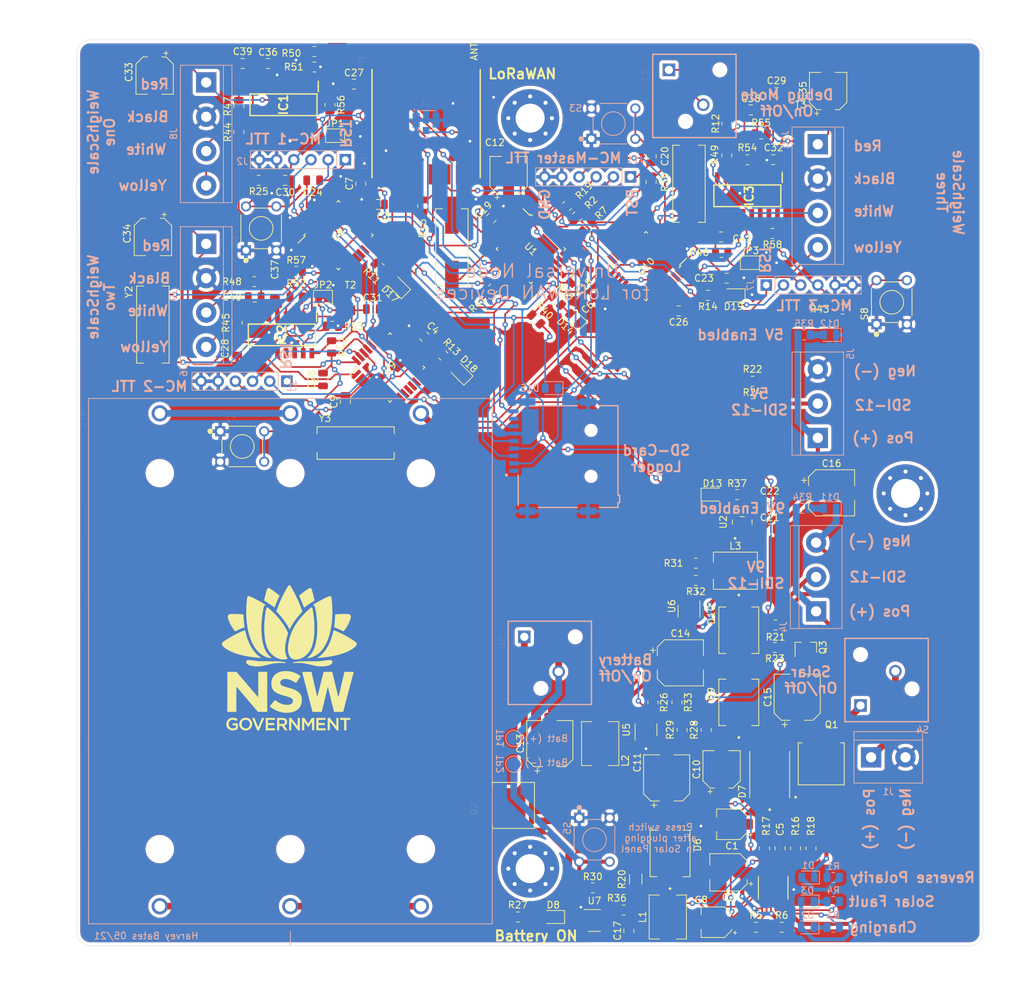
<source format=kicad_pcb>
(kicad_pcb (version 20171130) (host pcbnew "(5.1.9-0-10_14)")
  (layers (0 F.Cu signal) (31 B.Cu signal) (34 B.Paste user) (35 F.Paste user) (36 B.SilkS user) (37 F.SilkS user) (38 B.Mask user) (39 F.Mask user) (44 Edge.Cuts user))
  (net 0 "")
  (net 1 GND)
  (net 2 /SOLAR_IN)
  (net 3 "Net-(C3-Pad1)")
  (net 4 +3V3)
  (net 5 "Net-(C5-Pad2)")
  (net 6 /V_BAT)
  (net 7 "Net-(C8-Pad1)")
  (net 8 "Net-(C8-Pad2)")
  (net 9 /9V_OUT)
  (net 10 /5V_OUT)
  (net 11 "Net-(C17-Pad1)")
  (net 12 "Net-(D1-Pad1)")
  (net 13 "Net-(D1-Pad2)")
  (net 14 "Net-(D2-Pad1)")
  (net 15 "Net-(D3-Pad1)")
  (net 16 "Net-(D8-Pad1)")
  (net 17 "Net-(D8-Pad2)")
  (net 18 "Net-(D9-PadA)")
  (net 19 "Net-(D10-PadA)")
  (net 20 /9V_GND)
  (net 21 "Net-(D11-Pad2)")
  (net 22 "Net-(D12-Pad2)")
  (net 23 "Net-(IC1-Pad2)")
  (net 24 /SCL)
  (net 25 /SDA)
  (net 26 "Net-(IC1-Pad15)")
  (net 27 "Net-(J1-Pad1)")
  (net 28 "Net-(J3-Pad1)")
  (net 29 "Net-(J4-Pad2)")
  (net 30 "Net-(J5-Pad2)")
  (net 31 /SM_Data)
  (net 32 /Weather_Data)
  (net 33 /9V_EN)
  (net 34 "Net-(R3-Pad1)")
  (net 35 "Net-(R4-Pad1)")
  (net 36 /VIN_REG)
  (net 37 "Net-(R12-Pad2)")
  (net 38 "Net-(R16-Pad1)")
  (net 39 /Reset)
  (net 40 "Net-(L1-Pad2)")
  (net 41 "Net-(R28-Pad1)")
  (net 42 "Net-(R30-Pad1)")
  (net 43 "Net-(R31-Pad1)")
  (net 44 /MISO)
  (net 45 /MOSI)
  (net 46 /G2)
  (net 47 /G1)
  (net 48 /G0)
  (net 49 /SCK)
  (net 50 "Net-(C18-Pad1)")
  (net 51 /DTR)
  (net 52 "Net-(C22-Pad1)")
  (net 53 "Net-(D13-Pad2)")
  (net 54 "Net-(D14-Pad2)")
  (net 55 "Net-(D15-Pad2)")
  (net 56 /SD_CS)
  (net 57 /Tx)
  (net 58 /Rx)
  (net 59 /Card_Detect)
  (net 60 /Lora_CS)
  (net 61 "/Debug(INT)")
  (net 62 "Net-(U1-Pad8)")
  (net 63 "Net-(U1-Pad7)")
  (net 64 "Net-(BT1-Pad2)")
  (net 65 "Net-(BT1-Pad3+)")
  (net 66 "Net-(BT1-Pad1+)")
  (net 67 "Net-(BT1-Pad1)")
  (net 68 "Net-(C4-Pad1)")
  (net 69 "Net-(C6-Pad1)")
  (net 70 /1_Reset)
  (net 71 /1_DTR)
  (net 72 /2_Reset)
  (net 73 /2_DTR)
  (net 74 /3_Reset)
  (net 75 /3_DTR)
  (net 76 "Net-(C27-Pad1)")
  (net 77 "Net-(C28-Pad1)")
  (net 78 "Net-(C29-Pad1)")
  (net 79 "Net-(C36-Pad2)")
  (net 80 "Net-(C36-Pad1)")
  (net 81 "Net-(C37-Pad2)")
  (net 82 "Net-(C37-Pad1)")
  (net 83 "Net-(C38-Pad2)")
  (net 84 "Net-(C38-Pad1)")
  (net 85 "Net-(C39-Pad2)")
  (net 86 "Net-(C39-Pad1)")
  (net 87 "Net-(C40-Pad2)")
  (net 88 "Net-(C40-Pad1)")
  (net 89 "Net-(C41-Pad2)")
  (net 90 "Net-(C41-Pad1)")
  (net 91 "Net-(D17-Pad2)")
  (net 92 "Net-(D18-Pad2)")
  (net 93 "Net-(D19-Pad2)")
  (net 94 /1_Tx)
  (net 95 /1_Rx)
  (net 96 /2_Tx)
  (net 97 /2_Rx)
  (net 98 /3_Tx)
  (net 99 /3_Rx)
  (net 100 "Net-(J8-Pad4)")
  (net 101 "Net-(J8-Pad3)")
  (net 102 "Net-(J9-Pad4)")
  (net 103 "Net-(J9-Pad3)")
  (net 104 "Net-(J10-Pad4)")
  (net 105 "Net-(J10-Pad3)")
  (net 106 "Net-(IC2-Pad15)")
  (net 107 "Net-(IC3-Pad15)")
  (net 108 /1_SCK)
  (net 109 /2_SCK)
  (net 110 /3_SCK)
  (net 111 /1_SDA)
  (net 112 "Net-(U8-Pad8)")
  (net 113 "Net-(U8-Pad7)")
  (net 114 /1_SCL)
  (net 115 /2_SDA)
  (net 116 "Net-(U9-Pad8)")
  (net 117 "Net-(U9-Pad7)")
  (net 118 /2_SCL)
  (net 119 /3_SDA)
  (net 120 "Net-(U10-Pad8)")
  (net 121 "Net-(U10-Pad7)")
  (net 122 /3_SCL)
  (net 123 "Net-(IC2-Pad2)")
  (net 124 "Net-(IC3-Pad2)")
  (module SilkscreenImages:NSWGov (layer F.Cu) (at 114.4 114.3)
    (fp_text reference G*** hide)
    (fp_text value LOGO hide)
  )
  (module HX711:SOIC127P600X160-16N (layer F.Cu) (at 182.118 45.974 270)
    (fp_text reference IC3 (at 0.018 -0.254 90) (layer F.SilkS) (effects (font (size 1.27 1.27) (thickness 0.254))))
    (fp_text value HX711 hide)
    (pad 16 smd rect (at 2.712 -4.445) (size 0.7 1.525) (layers F.Cu F.Paste F.Mask) (net 4 +3V3))
    (pad 15 smd rect (at 2.712 -3.175) (size 0.7 1.525) (layers F.Cu F.Paste F.Mask) (net 107 "Net-(IC3-Pad15)"))
    (pad 14 smd rect (at 2.712 -1.905) (size 0.7 1.525) (layers F.Cu F.Paste F.Mask) (net 1 GND))
    (pad 13 smd rect (at 2.712 -0.635) (size 0.7 1.525) (layers F.Cu F.Paste F.Mask))
    (pad 12 smd rect (at 2.712 0.635) (size 0.7 1.525) (layers F.Cu F.Paste F.Mask) (net 119 /3_SDA))
    (pad 11 smd rect (at 2.712 1.905) (size 0.7 1.525) (layers F.Cu F.Paste F.Mask) (net 122 /3_SCL))
    (pad 10 smd rect (at 2.712 3.175) (size 0.7 1.525) (layers F.Cu F.Paste F.Mask) (net 1 GND))
    (pad 9 smd rect (at 2.712 4.445) (size 0.7 1.525) (layers F.Cu F.Paste F.Mask) (net 1 GND))
    (pad 8 smd rect (at -2.712 4.445) (size 0.7 1.525) (layers F.Cu F.Paste F.Mask) (net 89 "Net-(C41-Pad2)"))
    (pad 7 smd rect (at -2.712 3.175) (size 0.7 1.525) (layers F.Cu F.Paste F.Mask) (net 90 "Net-(C41-Pad1)"))
    (pad 6 smd rect (at -2.712 1.905) (size 0.7 1.525) (layers F.Cu F.Paste F.Mask) (net 84 "Net-(C38-Pad1)"))
    (pad 5 smd rect (at -2.712 0.635) (size 0.7 1.525) (layers F.Cu F.Paste F.Mask) (net 1 GND))
    (pad 4 smd rect (at -2.712 -0.635) (size 0.7 1.525) (layers F.Cu F.Paste F.Mask) (net 83 "Net-(C38-Pad2)"))
    (pad 3 smd rect (at -2.712 -1.905) (size 0.7 1.525) (layers F.Cu F.Paste F.Mask) (net 78 "Net-(C29-Pad1)"))
    (pad 2 smd rect (at -2.712 -3.175) (size 0.7 1.525) (layers F.Cu F.Paste F.Mask) (net 124 "Net-(IC3-Pad2)"))
    (pad 1 smd rect (at -2.712 -4.445) (size 0.7 1.525) (layers F.Cu F.Paste F.Mask) (net 4 +3V3))
  )
  (module HX711:SOIC127P600X160-16N (layer F.Cu) (at 113.284 66.548 270)
    (fp_text reference IC2 (at 0 0 90) (layer F.SilkS) (effects (font (size 1.27 1.27) (thickness 0.254))))
    (fp_text value HX711 hide)
    (pad 16 smd rect (at 2.712 -4.445) (size 0.7 1.525) (layers F.Cu F.Paste F.Mask) (net 4 +3V3))
    (pad 15 smd rect (at 2.712 -3.175) (size 0.7 1.525) (layers F.Cu F.Paste F.Mask) (net 106 "Net-(IC2-Pad15)"))
    (pad 14 smd rect (at 2.712 -1.905) (size 0.7 1.525) (layers F.Cu F.Paste F.Mask) (net 1 GND))
    (pad 13 smd rect (at 2.712 -0.635) (size 0.7 1.525) (layers F.Cu F.Paste F.Mask))
    (pad 12 smd rect (at 2.712 0.635) (size 0.7 1.525) (layers F.Cu F.Paste F.Mask) (net 115 /2_SDA))
    (pad 11 smd rect (at 2.712 1.905) (size 0.7 1.525) (layers F.Cu F.Paste F.Mask) (net 118 /2_SCL))
    (pad 10 smd rect (at 2.712 3.175) (size 0.7 1.525) (layers F.Cu F.Paste F.Mask) (net 1 GND))
    (pad 9 smd rect (at 2.712 4.445) (size 0.7 1.525) (layers F.Cu F.Paste F.Mask) (net 1 GND))
    (pad 8 smd rect (at -2.712 4.445) (size 0.7 1.525) (layers F.Cu F.Paste F.Mask) (net 87 "Net-(C40-Pad2)"))
    (pad 7 smd rect (at -2.712 3.175) (size 0.7 1.525) (layers F.Cu F.Paste F.Mask) (net 88 "Net-(C40-Pad1)"))
    (pad 6 smd rect (at -2.712 1.905) (size 0.7 1.525) (layers F.Cu F.Paste F.Mask) (net 82 "Net-(C37-Pad1)"))
    (pad 5 smd rect (at -2.712 0.635) (size 0.7 1.525) (layers F.Cu F.Paste F.Mask) (net 1 GND))
    (pad 4 smd rect (at -2.712 -0.635) (size 0.7 1.525) (layers F.Cu F.Paste F.Mask) (net 81 "Net-(C37-Pad2)"))
    (pad 3 smd rect (at -2.712 -1.905) (size 0.7 1.525) (layers F.Cu F.Paste F.Mask) (net 77 "Net-(C28-Pad1)"))
    (pad 2 smd rect (at -2.712 -3.175) (size 0.7 1.525) (layers F.Cu F.Paste F.Mask) (net 123 "Net-(IC2-Pad2)"))
    (pad 1 smd rect (at -2.712 -4.445) (size 0.7 1.525) (layers F.Cu F.Paste F.Mask) (net 4 +3V3))
  )
  (module HX711:SOIC127P600X160-16N (layer F.Cu) (at 113.538 32.512 270)
    (fp_text reference IC1 (at 0 0 90) (layer F.SilkS) (effects (font (size 1.27 1.27) (thickness 0.254))))
    (fp_text value HX711 hide)
    (pad 16 smd rect (at 2.712 -4.445) (size 0.7 1.525) (layers F.Cu F.Paste F.Mask) (net 4 +3V3))
    (pad 15 smd rect (at 2.712 -3.175) (size 0.7 1.525) (layers F.Cu F.Paste F.Mask) (net 26 "Net-(IC1-Pad15)"))
    (pad 14 smd rect (at 2.712 -1.905) (size 0.7 1.525) (layers F.Cu F.Paste F.Mask) (net 1 GND))
    (pad 13 smd rect (at 2.712 -0.635) (size 0.7 1.525) (layers F.Cu F.Paste F.Mask))
    (pad 12 smd rect (at 2.712 0.635) (size 0.7 1.525) (layers F.Cu F.Paste F.Mask) (net 111 /1_SDA))
    (pad 11 smd rect (at 2.712 1.905) (size 0.7 1.525) (layers F.Cu F.Paste F.Mask) (net 114 /1_SCL))
    (pad 10 smd rect (at 2.712 3.175) (size 0.7 1.525) (layers F.Cu F.Paste F.Mask) (net 1 GND))
    (pad 9 smd rect (at 2.712 4.445) (size 0.7 1.525) (layers F.Cu F.Paste F.Mask) (net 1 GND))
    (pad 8 smd rect (at -2.712 4.445) (size 0.7 1.525) (layers F.Cu F.Paste F.Mask) (net 85 "Net-(C39-Pad2)"))
    (pad 7 smd rect (at -2.712 3.175) (size 0.7 1.525) (layers F.Cu F.Paste F.Mask) (net 86 "Net-(C39-Pad1)"))
    (pad 6 smd rect (at -2.712 1.905) (size 0.7 1.525) (layers F.Cu F.Paste F.Mask) (net 80 "Net-(C36-Pad1)"))
    (pad 5 smd rect (at -2.712 0.635) (size 0.7 1.525) (layers F.Cu F.Paste F.Mask) (net 1 GND))
    (pad 4 smd rect (at -2.712 -0.635) (size 0.7 1.525) (layers F.Cu F.Paste F.Mask) (net 79 "Net-(C36-Pad2)"))
    (pad 3 smd rect (at -2.712 -1.905) (size 0.7 1.525) (layers F.Cu F.Paste F.Mask) (net 76 "Net-(C27-Pad1)"))
    (pad 2 smd rect (at -2.712 -3.175) (size 0.7 1.525) (layers F.Cu F.Paste F.Mask) (net 23 "Net-(IC1-Pad2)"))
    (pad 1 smd rect (at -2.712 -4.445) (size 0.7 1.525) (layers F.Cu F.Paste F.Mask) (net 4 +3V3))
  )
  (module MMBT4403L:SOT23 (layer F.Cu) (at 188.214 34.798)
    (fp_text reference T3 (at 1.778 -2.286) (layer F.SilkS))
    (fp_text value MMBT4403L)
    (pad 1 smd rect (at -0.95 1.1) (size 1 1.4) (layers F.Cu F.Paste F.Mask) (net 124 "Net-(IC3-Pad2)"))
    (pad 2 smd rect (at 0.95 1.1) (size 1 1.4) (layers F.Cu F.Paste F.Mask) (net 4 +3V3))
    (pad 3 smd rect (at 0 -1.1) (size 1 1.4) (layers F.Cu F.Paste F.Mask) (net 78 "Net-(C29-Pad1)"))
  )
  (module MMBT4403L:SOT23 (layer F.Cu) (at 122.682 61.806)
    (fp_text reference T2 (at 0.762 -2.624) (layer F.SilkS))
    (fp_text value MMBT4403L)
    (pad 1 smd rect (at -0.95 1.1) (size 1 1.4) (layers F.Cu F.Paste F.Mask) (net 123 "Net-(IC2-Pad2)"))
    (pad 2 smd rect (at 0.95 1.1) (size 1 1.4) (layers F.Cu F.Paste F.Mask) (net 4 +3V3))
    (pad 3 smd rect (at 0 -1.1) (size 1 1.4) (layers F.Cu F.Paste F.Mask) (net 77 "Net-(C28-Pad1)"))
  )
  (module MMBT4403L:SOT23 (layer F.Cu) (at 122.682 25.654 270)
    (fp_text reference T1 (at 0.127195 -2.314943 90) (layer F.SilkS) (effects (font (size 0.640981 0.640981) (thickness 0.015))))
    (fp_text value MMBT4403L)
    (pad 1 smd rect (at -0.95 1.1 270) (size 1 1.4) (layers F.Cu F.Paste F.Mask) (net 23 "Net-(IC1-Pad2)"))
    (pad 2 smd rect (at 0.95 1.1 270) (size 1 1.4) (layers F.Cu F.Paste F.Mask) (net 4 +3V3))
    (pad 3 smd rect (at 0 -1.1 270) (size 1 1.4) (layers F.Cu F.Paste F.Mask) (net 76 "Net-(C27-Pad1)"))
  )
  (module 9C-8:XTAL_9C-8.000MEEJ-T (layer F.Cu) (at 173.482 44.196 90)
    (fp_text reference Y4 (at -4.5321 -3.64071 90) (layer F.SilkS) (effects (font (size 1.001575 1.001575) (thickness 0.015))))
    (fp_text value 9C-8.000MEEJ-T)
    (pad 2 smd rect (at 4.75 0 90) (size 5.5 2) (layers F.Cu F.Paste F.Mask) (net 120 "Net-(U10-Pad8)"))
    (pad 1 smd rect (at -4.75 0 90) (size 5.5 2) (layers F.Cu F.Paste F.Mask) (net 121 "Net-(U10-Pad7)"))
  )
  (module 9C-8:XTAL_9C-8.000MEEJ-T (layer F.Cu) (at 124.206 82.55)
    (fp_text reference Y3 (at -4.5321 -3.64071) (layer F.SilkS))
    (fp_text value 9C-8.000MEEJ-T)
    (pad 2 smd rect (at 4.75 0) (size 5.5 2) (layers F.Cu F.Paste F.Mask) (net 116 "Net-(U9-Pad8)"))
    (pad 1 smd rect (at -4.75 0) (size 5.5 2) (layers F.Cu F.Paste F.Mask) (net 117 "Net-(U9-Pad7)"))
  )
  (module 9C-8:XTAL_9C-8.000MEEJ-T (layer F.Cu) (at 94.234 65.024 270)
    (fp_text reference Y2 (at -4.826 3.556 90) (layer F.SilkS))
    (fp_text value 9C-8.000MEEJ-T)
    (pad 2 smd rect (at 4.75 0 270) (size 5.5 2) (layers F.Cu F.Paste F.Mask) (net 112 "Net-(U8-Pad8)"))
    (pad 1 smd rect (at -4.75 0 270) (size 5.5 2) (layers F.Cu F.Paste F.Mask) (net 113 "Net-(U8-Pad7)"))
  )
  (module Package_QFP:TQFP-32_7x7mm_P0.8mm (layer F.Cu) (at 167.132 56.388 225)
    (fp_text reference U10 (at 0 0 45) (layer F.SilkS))
    (fp_text value ATmega328-AU)
    (pad 32 smd rect (at -2.8 -4.25 315) (size 1.6 0.55) (layers F.Cu F.Paste F.Mask) (net 119 /3_SDA))
    (pad 31 smd rect (at -2 -4.25 315) (size 1.6 0.55) (layers F.Cu F.Paste F.Mask) (net 98 /3_Tx))
    (pad 30 smd rect (at -1.2 -4.25 315) (size 1.6 0.55) (layers F.Cu F.Paste F.Mask) (net 99 /3_Rx))
    (pad 29 smd rect (at -0.4 -4.25 315) (size 1.6 0.55) (layers F.Cu F.Paste F.Mask) (net 74 /3_Reset))
    (pad 28 smd rect (at 0.4 -4.25 315) (size 1.6 0.55) (layers F.Cu F.Paste F.Mask) (net 24 /SCL))
    (pad 27 smd rect (at 1.2 -4.25 315) (size 1.6 0.55) (layers F.Cu F.Paste F.Mask) (net 25 /SDA))
    (pad 26 smd rect (at 2 -4.25 315) (size 1.6 0.55) (layers F.Cu F.Paste F.Mask))
    (pad 25 smd rect (at 2.8 -4.25 315) (size 1.6 0.55) (layers F.Cu F.Paste F.Mask))
    (pad 24 smd rect (at 4.25 -2.8 225) (size 1.6 0.55) (layers F.Cu F.Paste F.Mask))
    (pad 23 smd rect (at 4.25 -2 225) (size 1.6 0.55) (layers F.Cu F.Paste F.Mask))
    (pad 22 smd rect (at 4.25 -1.2 225) (size 1.6 0.55) (layers F.Cu F.Paste F.Mask))
    (pad 21 smd rect (at 4.25 -0.4 225) (size 1.6 0.55) (layers F.Cu F.Paste F.Mask) (net 1 GND))
    (pad 20 smd rect (at 4.25 0.4 225) (size 1.6 0.55) (layers F.Cu F.Paste F.Mask) (net 69 "Net-(C6-Pad1)"))
    (pad 19 smd rect (at 4.25 1.2 225) (size 1.6 0.55) (layers F.Cu F.Paste F.Mask))
    (pad 18 smd rect (at 4.25 2 225) (size 1.6 0.55) (layers F.Cu F.Paste F.Mask) (net 4 +3V3))
    (pad 17 smd rect (at 4.25 2.8 225) (size 1.6 0.55) (layers F.Cu F.Paste F.Mask) (net 110 /3_SCK))
    (pad 16 smd rect (at 2.8 4.25 315) (size 1.6 0.55) (layers F.Cu F.Paste F.Mask))
    (pad 15 smd rect (at 2 4.25 315) (size 1.6 0.55) (layers F.Cu F.Paste F.Mask))
    (pad 14 smd rect (at 1.2 4.25 315) (size 1.6 0.55) (layers F.Cu F.Paste F.Mask))
    (pad 13 smd rect (at 0.4 4.25 315) (size 1.6 0.55) (layers F.Cu F.Paste F.Mask))
    (pad 12 smd rect (at -0.4 4.25 315) (size 1.6 0.55) (layers F.Cu F.Paste F.Mask))
    (pad 11 smd rect (at -1.2 4.25 315) (size 1.6 0.55) (layers F.Cu F.Paste F.Mask))
    (pad 10 smd rect (at -2 4.25 315) (size 1.6 0.55) (layers F.Cu F.Paste F.Mask))
    (pad 9 smd rect (at -2.8 4.25 315) (size 1.6 0.55) (layers F.Cu F.Paste F.Mask))
    (pad 8 smd rect (at -4.25 2.8 225) (size 1.6 0.55) (layers F.Cu F.Paste F.Mask) (net 120 "Net-(U10-Pad8)"))
    (pad 7 smd rect (at -4.25 2 225) (size 1.6 0.55) (layers F.Cu F.Paste F.Mask) (net 121 "Net-(U10-Pad7)"))
    (pad 6 smd rect (at -4.25 1.2 225) (size 1.6 0.55) (layers F.Cu F.Paste F.Mask) (net 4 +3V3))
    (pad 5 smd rect (at -4.25 0.4 225) (size 1.6 0.55) (layers F.Cu F.Paste F.Mask) (net 1 GND))
    (pad 4 smd rect (at -4.25 -0.4 225) (size 1.6 0.55) (layers F.Cu F.Paste F.Mask) (net 4 +3V3))
    (pad 3 smd rect (at -4.25 -1.2 225) (size 1.6 0.55) (layers F.Cu F.Paste F.Mask) (net 1 GND))
    (pad 2 smd rect (at -4.25 -2 225) (size 1.6 0.55) (layers F.Cu F.Paste F.Mask))
    (pad 1 smd rect (at -4.25 -2.8 225) (size 1.6 0.55) (layers F.Cu F.Paste F.Mask) (net 122 /3_SCL))
  )
  (module Package_QFP:TQFP-32_7x7mm_P0.8mm (layer F.Cu) (at 129.286 71.374 45)
    (fp_text reference U9 (at 0 0 45) (layer F.SilkS))
    (fp_text value ATmega328-AU)
    (pad 32 smd rect (at -2.8 -4.25 135) (size 1.6 0.55) (layers F.Cu F.Paste F.Mask) (net 115 /2_SDA))
    (pad 31 smd rect (at -2 -4.25 135) (size 1.6 0.55) (layers F.Cu F.Paste F.Mask) (net 96 /2_Tx))
    (pad 30 smd rect (at -1.2 -4.25 135) (size 1.6 0.55) (layers F.Cu F.Paste F.Mask) (net 97 /2_Rx))
    (pad 29 smd rect (at -0.4 -4.25 135) (size 1.6 0.55) (layers F.Cu F.Paste F.Mask) (net 72 /2_Reset))
    (pad 28 smd rect (at 0.4 -4.25 135) (size 1.6 0.55) (layers F.Cu F.Paste F.Mask) (net 24 /SCL))
    (pad 27 smd rect (at 1.2 -4.25 135) (size 1.6 0.55) (layers F.Cu F.Paste F.Mask) (net 25 /SDA))
    (pad 26 smd rect (at 2 -4.25 135) (size 1.6 0.55) (layers F.Cu F.Paste F.Mask))
    (pad 25 smd rect (at 2.8 -4.25 135) (size 1.6 0.55) (layers F.Cu F.Paste F.Mask))
    (pad 24 smd rect (at 4.25 -2.8 45) (size 1.6 0.55) (layers F.Cu F.Paste F.Mask))
    (pad 23 smd rect (at 4.25 -2 45) (size 1.6 0.55) (layers F.Cu F.Paste F.Mask))
    (pad 22 smd rect (at 4.25 -1.2 45) (size 1.6 0.55) (layers F.Cu F.Paste F.Mask))
    (pad 21 smd rect (at 4.25 -0.4 45) (size 1.6 0.55) (layers F.Cu F.Paste F.Mask) (net 1 GND))
    (pad 20 smd rect (at 4.25 0.4 45) (size 1.6 0.55) (layers F.Cu F.Paste F.Mask) (net 68 "Net-(C4-Pad1)"))
    (pad 19 smd rect (at 4.25 1.2 45) (size 1.6 0.55) (layers F.Cu F.Paste F.Mask))
    (pad 18 smd rect (at 4.25 2 45) (size 1.6 0.55) (layers F.Cu F.Paste F.Mask) (net 4 +3V3))
    (pad 17 smd rect (at 4.25 2.8 45) (size 1.6 0.55) (layers F.Cu F.Paste F.Mask) (net 109 /2_SCK))
    (pad 16 smd rect (at 2.8 4.25 135) (size 1.6 0.55) (layers F.Cu F.Paste F.Mask))
    (pad 15 smd rect (at 2 4.25 135) (size 1.6 0.55) (layers F.Cu F.Paste F.Mask))
    (pad 14 smd rect (at 1.2 4.25 135) (size 1.6 0.55) (layers F.Cu F.Paste F.Mask))
    (pad 13 smd rect (at 0.4 4.25 135) (size 1.6 0.55) (layers F.Cu F.Paste F.Mask))
    (pad 12 smd rect (at -0.4 4.25 135) (size 1.6 0.55) (layers F.Cu F.Paste F.Mask))
    (pad 11 smd rect (at -1.2 4.25 135) (size 1.6 0.55) (layers F.Cu F.Paste F.Mask))
    (pad 10 smd rect (at -2 4.25 135) (size 1.6 0.55) (layers F.Cu F.Paste F.Mask))
    (pad 9 smd rect (at -2.8 4.25 135) (size 1.6 0.55) (layers F.Cu F.Paste F.Mask))
    (pad 8 smd rect (at -4.25 2.8 45) (size 1.6 0.55) (layers F.Cu F.Paste F.Mask) (net 116 "Net-(U9-Pad8)"))
    (pad 7 smd rect (at -4.25 2 45) (size 1.6 0.55) (layers F.Cu F.Paste F.Mask) (net 117 "Net-(U9-Pad7)"))
    (pad 6 smd rect (at -4.25 1.2 45) (size 1.6 0.55) (layers F.Cu F.Paste F.Mask) (net 4 +3V3))
    (pad 5 smd rect (at -4.25 0.4 45) (size 1.6 0.55) (layers F.Cu F.Paste F.Mask) (net 1 GND))
    (pad 4 smd rect (at -4.25 -0.4 45) (size 1.6 0.55) (layers F.Cu F.Paste F.Mask) (net 4 +3V3))
    (pad 3 smd rect (at -4.25 -1.2 45) (size 1.6 0.55) (layers F.Cu F.Paste F.Mask) (net 1 GND))
    (pad 2 smd rect (at -4.25 -2 45) (size 1.6 0.55) (layers F.Cu F.Paste F.Mask))
    (pad 1 smd rect (at -4.25 -2.8 45) (size 1.6 0.55) (layers F.Cu F.Paste F.Mask) (net 118 /2_SCL))
  )
  (module Package_QFP:TQFP-32_7x7mm_P0.8mm (layer F.Cu) (at 121.666 51.816 45)
    (fp_text reference U8 (at 0 0 45) (layer F.SilkS))
    (fp_text value ATmega328-AU)
    (pad 32 smd rect (at -2.8 -4.25 135) (size 1.6 0.55) (layers F.Cu F.Paste F.Mask) (net 111 /1_SDA))
    (pad 31 smd rect (at -2 -4.25 135) (size 1.6 0.55) (layers F.Cu F.Paste F.Mask) (net 94 /1_Tx))
    (pad 30 smd rect (at -1.2 -4.25 135) (size 1.6 0.55) (layers F.Cu F.Paste F.Mask) (net 95 /1_Rx))
    (pad 29 smd rect (at -0.4 -4.25 135) (size 1.6 0.55) (layers F.Cu F.Paste F.Mask) (net 70 /1_Reset))
    (pad 28 smd rect (at 0.4 -4.25 135) (size 1.6 0.55) (layers F.Cu F.Paste F.Mask) (net 24 /SCL))
    (pad 27 smd rect (at 1.2 -4.25 135) (size 1.6 0.55) (layers F.Cu F.Paste F.Mask) (net 25 /SDA))
    (pad 26 smd rect (at 2 -4.25 135) (size 1.6 0.55) (layers F.Cu F.Paste F.Mask))
    (pad 25 smd rect (at 2.8 -4.25 135) (size 1.6 0.55) (layers F.Cu F.Paste F.Mask))
    (pad 24 smd rect (at 4.25 -2.8 45) (size 1.6 0.55) (layers F.Cu F.Paste F.Mask))
    (pad 23 smd rect (at 4.25 -2 45) (size 1.6 0.55) (layers F.Cu F.Paste F.Mask))
    (pad 22 smd rect (at 4.25 -1.2 45) (size 1.6 0.55) (layers F.Cu F.Paste F.Mask))
    (pad 21 smd rect (at 4.25 -0.4 45) (size 1.6 0.55) (layers F.Cu F.Paste F.Mask) (net 1 GND))
    (pad 20 smd rect (at 4.25 0.4 45) (size 1.6 0.55) (layers F.Cu F.Paste F.Mask) (net 3 "Net-(C3-Pad1)"))
    (pad 19 smd rect (at 4.25 1.2 45) (size 1.6 0.55) (layers F.Cu F.Paste F.Mask))
    (pad 18 smd rect (at 4.25 2 45) (size 1.6 0.55) (layers F.Cu F.Paste F.Mask) (net 4 +3V3))
    (pad 17 smd rect (at 4.25 2.8 45) (size 1.6 0.55) (layers F.Cu F.Paste F.Mask) (net 108 /1_SCK))
    (pad 16 smd rect (at 2.8 4.25 135) (size 1.6 0.55) (layers F.Cu F.Paste F.Mask))
    (pad 15 smd rect (at 2 4.25 135) (size 1.6 0.55) (layers F.Cu F.Paste F.Mask))
    (pad 14 smd rect (at 1.2 4.25 135) (size 1.6 0.55) (layers F.Cu F.Paste F.Mask))
    (pad 13 smd rect (at 0.4 4.25 135) (size 1.6 0.55) (layers F.Cu F.Paste F.Mask))
    (pad 12 smd rect (at -0.4 4.25 135) (size 1.6 0.55) (layers F.Cu F.Paste F.Mask))
    (pad 11 smd rect (at -1.2 4.25 135) (size 1.6 0.55) (layers F.Cu F.Paste F.Mask))
    (pad 10 smd rect (at -2 4.25 135) (size 1.6 0.55) (layers F.Cu F.Paste F.Mask))
    (pad 9 smd rect (at -2.8 4.25 135) (size 1.6 0.55) (layers F.Cu F.Paste F.Mask))
    (pad 8 smd rect (at -4.25 2.8 45) (size 1.6 0.55) (layers F.Cu F.Paste F.Mask) (net 112 "Net-(U8-Pad8)"))
    (pad 7 smd rect (at -4.25 2 45) (size 1.6 0.55) (layers F.Cu F.Paste F.Mask) (net 113 "Net-(U8-Pad7)"))
    (pad 6 smd rect (at -4.25 1.2 45) (size 1.6 0.55) (layers F.Cu F.Paste F.Mask) (net 4 +3V3))
    (pad 5 smd rect (at -4.25 0.4 45) (size 1.6 0.55) (layers F.Cu F.Paste F.Mask) (net 1 GND))
    (pad 4 smd rect (at -4.25 -0.4 45) (size 1.6 0.55) (layers F.Cu F.Paste F.Mask) (net 4 +3V3))
    (pad 3 smd rect (at -4.25 -1.2 45) (size 1.6 0.55) (layers F.Cu F.Paste F.Mask) (net 1 GND))
    (pad 2 smd rect (at -4.25 -2 45) (size 1.6 0.55) (layers F.Cu F.Paste F.Mask))
    (pad 1 smd rect (at -4.25 -2.8 45) (size 1.6 0.55) (layers F.Cu F.Paste F.Mask) (net 114 /1_SCL))
  )
  (module FSM8JH:SW_FSM8JH (layer F.Cu) (at 203.454 61.722 90)
    (fp_text reference S8 (at -1.71258 -4.01401 90) (layer F.SilkS))
    (fp_text value FSM8JH)
    (pad 4 thru_hole circle (at 3.25 2.25 90) (size 1.498 1.498) (drill 0.99) (layers *.Cu *.Mask) (net 74 /3_Reset))
    (pad 2 thru_hole circle (at -3.25 2.25 90) (size 1.498 1.498) (drill 0.99) (layers *.Cu *.Mask) (net 1 GND))
    (pad 3 thru_hole circle (at 3.25 -2.25 90) (size 1.498 1.498) (drill 0.99) (layers *.Cu *.Mask) (net 74 /3_Reset))
    (pad 1 thru_hole rect (at -3.25 -2.25 90) (size 1.498 1.498) (drill 0.99) (layers *.Cu *.Mask) (net 1 GND))
  )
  (module FSM8JH:SW_FSM8JH (layer F.Cu) (at 107.442 83.058)
    (fp_text reference S7 (at -1.71258 -4.01401) (layer F.SilkS) (effects (font (size 0.801197 0.801197) (thickness 0.015))))
    (fp_text value FSM8JH)
    (pad 4 thru_hole circle (at 3.25 2.25) (size 1.498 1.498) (drill 0.99) (layers *.Cu *.Mask) (net 72 /2_Reset))
    (pad 2 thru_hole circle (at -3.25 2.25) (size 1.498 1.498) (drill 0.99) (layers *.Cu *.Mask) (net 1 GND))
    (pad 3 thru_hole circle (at 3.25 -2.25) (size 1.498 1.498) (drill 0.99) (layers *.Cu *.Mask) (net 72 /2_Reset))
    (pad 1 thru_hole rect (at -3.25 -2.25) (size 1.498 1.498) (drill 0.99) (layers *.Cu *.Mask) (net 1 GND))
  )
  (module FSM8JH:SW_FSM8JH (layer F.Cu) (at 110.236 50.8 90)
    (fp_text reference S1 (at -1.71258 -4.01401 90) (layer F.SilkS) (effects (font (size 0.801197 0.801197) (thickness 0.015))))
    (fp_text value FSM8JH)
    (pad 4 thru_hole circle (at 3.25 2.25 90) (size 1.498 1.498) (drill 0.99) (layers *.Cu *.Mask) (net 70 /1_Reset))
    (pad 2 thru_hole circle (at -3.25 2.25 90) (size 1.498 1.498) (drill 0.99) (layers *.Cu *.Mask) (net 1 GND))
    (pad 3 thru_hole circle (at 3.25 -2.25 90) (size 1.498 1.498) (drill 0.99) (layers *.Cu *.Mask) (net 70 /1_Reset))
    (pad 1 thru_hole rect (at -3.25 -2.25 90) (size 1.498 1.498) (drill 0.99) (layers *.Cu *.Mask) (net 1 GND))
  )
  (module Resistor_SMD:R_0805_2012Metric (layer F.Cu) (at 185.8245 51.562 180)
    (fp_text reference R58 (at 0 -1.65) (layer F.SilkS))
    (fp_text value 10K)
    (pad 2 smd roundrect (at 0.9125 0 180) (size 1.025 1.4) (layers F.Cu F.Paste F.Mask) (roundrect_rratio 0.243902) (net 107 "Net-(IC3-Pad15)"))
    (pad 1 smd roundrect (at -0.9125 0 180) (size 1.025 1.4) (layers F.Cu F.Paste F.Mask) (roundrect_rratio 0.243902) (net 4 +3V3))
  )
  (module Resistor_SMD:R_0805_2012Metric (layer F.Cu) (at 115.4195 57.15)
    (fp_text reference R57 (at 0 -1.65) (layer F.SilkS))
    (fp_text value 10K)
    (pad 2 smd roundrect (at 0.9125 0) (size 1.025 1.4) (layers F.Cu F.Paste F.Mask) (roundrect_rratio 0.243902) (net 106 "Net-(IC2-Pad15)"))
    (pad 1 smd roundrect (at -0.9125 0) (size 1.025 1.4) (layers F.Cu F.Paste F.Mask) (roundrect_rratio 0.243902) (net 4 +3V3))
  )
  (module Resistor_SMD:R_0805_2012Metric (layer F.Cu) (at 120.396 32.512 270)
    (fp_text reference R56 (at 0 -1.65 90) (layer F.SilkS))
    (fp_text value 10K)
    (pad 2 smd roundrect (at 0.9125 0 270) (size 1.025 1.4) (layers F.Cu F.Paste F.Mask) (roundrect_rratio 0.243902) (net 26 "Net-(IC1-Pad15)"))
    (pad 1 smd roundrect (at -0.9125 0 270) (size 1.025 1.4) (layers F.Cu F.Paste F.Mask) (roundrect_rratio 0.243902) (net 4 +3V3))
  )
  (module Resistor_SMD:R_0805_2012Metric (layer F.Cu) (at 184.15 36.83)
    (fp_text reference R55 (at 0 -1.65) (layer F.SilkS))
    (fp_text value 8.2K)
    (pad 2 smd roundrect (at 0.9125 0) (size 1.025 1.4) (layers F.Cu F.Paste F.Mask) (roundrect_rratio 0.243902) (net 1 GND))
    (pad 1 smd roundrect (at -0.9125 0) (size 1.025 1.4) (layers F.Cu F.Paste F.Mask) (roundrect_rratio 0.243902) (net 83 "Net-(C38-Pad2)"))
  )
  (module Resistor_SMD:R_0805_2012Metric (layer F.Cu) (at 182.118 40.64 180)
    (fp_text reference R54 (at 0 1.778) (layer F.SilkS))
    (fp_text value 20K)
    (pad 2 smd roundrect (at 0.9125 0 180) (size 1.025 1.4) (layers F.Cu F.Paste F.Mask) (roundrect_rratio 0.243902) (net 83 "Net-(C38-Pad2)"))
    (pad 1 smd roundrect (at -0.9125 0 180) (size 1.025 1.4) (layers F.Cu F.Paste F.Mask) (roundrect_rratio 0.243902) (net 78 "Net-(C29-Pad1)"))
  )
  (module Resistor_SMD:R_0805_2012Metric (layer F.Cu) (at 120.7535 65.278)
    (fp_text reference R53 (at 3.1985 0) (layer F.SilkS))
    (fp_text value 8.2K)
    (pad 2 smd roundrect (at 0.9125 0) (size 1.025 1.4) (layers F.Cu F.Paste F.Mask) (roundrect_rratio 0.243902) (net 1 GND))
    (pad 1 smd roundrect (at -0.9125 0) (size 1.025 1.4) (layers F.Cu F.Paste F.Mask) (roundrect_rratio 0.243902) (net 81 "Net-(C37-Pad2)"))
  )
  (module Resistor_SMD:R_0805_2012Metric (layer F.Cu) (at 115.4195 60.96 180)
    (fp_text reference R52 (at 0 2.032) (layer F.SilkS))
    (fp_text value 20K)
    (pad 2 smd roundrect (at 0.9125 0 180) (size 1.025 1.4) (layers F.Cu F.Paste F.Mask) (roundrect_rratio 0.243902) (net 81 "Net-(C37-Pad2)"))
    (pad 1 smd roundrect (at -0.9125 0 180) (size 1.025 1.4) (layers F.Cu F.Paste F.Mask) (roundrect_rratio 0.243902) (net 77 "Net-(C28-Pad1)"))
  )
  (module Resistor_SMD:R_0805_2012Metric (layer F.Cu) (at 118.11 26.924)
    (fp_text reference R51 (at -3.048 0) (layer F.SilkS))
    (fp_text value 8.2K)
    (pad 2 smd roundrect (at 0.9125 0) (size 1.025 1.4) (layers F.Cu F.Paste F.Mask) (roundrect_rratio 0.243902) (net 1 GND))
    (pad 1 smd roundrect (at -0.9125 0) (size 1.025 1.4) (layers F.Cu F.Paste F.Mask) (roundrect_rratio 0.243902) (net 79 "Net-(C36-Pad2)"))
  )
  (module Resistor_SMD:R_0805_2012Metric (layer F.Cu) (at 118.11 24.638 180)
    (fp_text reference R50 (at 3.4055 -0.254) (layer F.SilkS))
    (fp_text value 20K)
    (pad 2 smd roundrect (at 0.9125 0 180) (size 1.025 1.4) (layers F.Cu F.Paste F.Mask) (roundrect_rratio 0.243902) (net 79 "Net-(C36-Pad2)"))
    (pad 1 smd roundrect (at -0.9125 0 180) (size 1.025 1.4) (layers F.Cu F.Paste F.Mask) (roundrect_rratio 0.243902) (net 76 "Net-(C27-Pad1)"))
  )
  (module Resistor_SMD:R_0805_2012Metric (layer F.Cu) (at 179.07 39.9815 270)
    (fp_text reference R49 (at -0.1035 1.778 90) (layer F.SilkS))
    (fp_text value 100)
    (pad 2 smd roundrect (at 0.9125 0 270) (size 1.025 1.4) (layers F.Cu F.Paste F.Mask) (roundrect_rratio 0.243902) (net 90 "Net-(C41-Pad1)"))
    (pad 1 smd roundrect (at -0.9125 0 270) (size 1.025 1.4) (layers F.Cu F.Paste F.Mask) (roundrect_rratio 0.243902) (net 105 "Net-(J10-Pad3)"))
  )
  (module Resistor_SMD:R_0805_2012Metric (layer F.Cu) (at 109.22 58.674)
    (fp_text reference R48 (at -3.302 0) (layer F.SilkS))
    (fp_text value 100)
    (pad 2 smd roundrect (at 0.9125 0) (size 1.025 1.4) (layers F.Cu F.Paste F.Mask) (roundrect_rratio 0.243902) (net 88 "Net-(C40-Pad1)"))
    (pad 1 smd roundrect (at -0.9125 0) (size 1.025 1.4) (layers F.Cu F.Paste F.Mask) (roundrect_rratio 0.243902) (net 103 "Net-(J9-Pad3)"))
  )
  (module Resistor_SMD:R_0805_2012Metric (layer F.Cu) (at 106.934 32.766 90)
    (fp_text reference R47 (at 0 -1.65 90) (layer F.SilkS))
    (fp_text value 100)
    (pad 2 smd roundrect (at 0.9125 0 90) (size 1.025 1.4) (layers F.Cu F.Paste F.Mask) (roundrect_rratio 0.243902) (net 86 "Net-(C39-Pad1)"))
    (pad 1 smd roundrect (at -0.9125 0 90) (size 1.025 1.4) (layers F.Cu F.Paste F.Mask) (roundrect_rratio 0.243902) (net 101 "Net-(J8-Pad3)"))
  )
  (module Resistor_SMD:R_0805_2012Metric (layer F.Cu) (at 178.308 54.356 180)
    (fp_text reference R46 (at 3.302 0) (layer F.SilkS))
    (fp_text value 100)
    (pad 2 smd roundrect (at 0.9125 0 180) (size 1.025 1.4) (layers F.Cu F.Paste F.Mask) (roundrect_rratio 0.243902) (net 89 "Net-(C41-Pad2)"))
    (pad 1 smd roundrect (at -0.9125 0 180) (size 1.025 1.4) (layers F.Cu F.Paste F.Mask) (roundrect_rratio 0.243902) (net 104 "Net-(J10-Pad4)"))
  )
  (module Resistor_SMD:R_0805_2012Metric (layer F.Cu) (at 106.68 64.77 90)
    (fp_text reference R45 (at 0 -1.65 90) (layer F.SilkS))
    (fp_text value 100)
    (pad 2 smd roundrect (at 0.9125 0 90) (size 1.025 1.4) (layers F.Cu F.Paste F.Mask) (roundrect_rratio 0.243902) (net 87 "Net-(C40-Pad2)"))
    (pad 1 smd roundrect (at -0.9125 0 90) (size 1.025 1.4) (layers F.Cu F.Paste F.Mask) (roundrect_rratio 0.243902) (net 102 "Net-(J9-Pad4)"))
  )
  (module Resistor_SMD:R_0805_2012Metric (layer F.Cu) (at 106.934 36.576 90)
    (fp_text reference R44 (at 0 -1.65 90) (layer F.SilkS))
    (fp_text value 100)
    (pad 2 smd roundrect (at 0.9125 0 90) (size 1.025 1.4) (layers F.Cu F.Paste F.Mask) (roundrect_rratio 0.243902) (net 85 "Net-(C39-Pad2)"))
    (pad 1 smd roundrect (at -0.9125 0 90) (size 1.025 1.4) (layers F.Cu F.Paste F.Mask) (roundrect_rratio 0.243902) (net 100 "Net-(J8-Pad4)"))
  )
  (module Resistor_SMD:R_0805_2012Metric (layer F.Cu) (at 196.1915 62.738)
    (fp_text reference R43 (at -3.4055 0) (layer F.SilkS))
    (fp_text value 10K)
    (pad 2 smd roundrect (at 0.9125 0) (size 1.025 1.4) (layers F.Cu F.Paste F.Mask) (roundrect_rratio 0.243902) (net 74 /3_Reset))
    (pad 1 smd roundrect (at -0.9125 0) (size 1.025 1.4) (layers F.Cu F.Paste F.Mask) (roundrect_rratio 0.243902) (net 4 +3V3))
  )
  (module Resistor_SMD:R_0805_2012Metric (layer F.Cu) (at 120.65 68.326 270)
    (fp_text reference R42 (at 0 -1.65 90) (layer F.SilkS))
    (fp_text value 10K)
    (pad 2 smd roundrect (at 0.9125 0 270) (size 1.025 1.4) (layers F.Cu F.Paste F.Mask) (roundrect_rratio 0.243902) (net 72 /2_Reset))
    (pad 1 smd roundrect (at -0.9125 0 270) (size 1.025 1.4) (layers F.Cu F.Paste F.Mask) (roundrect_rratio 0.243902) (net 4 +3V3))
  )
  (module Resistor_SMD:R_0805_2012Metric (layer F.Cu) (at 109.8785 43.688 180)
    (fp_text reference R25 (at 0 -1.65) (layer F.SilkS))
    (fp_text value 10K)
    (pad 2 smd roundrect (at 0.9125 0 180) (size 1.025 1.4) (layers F.Cu F.Paste F.Mask) (roundrect_rratio 0.243902) (net 70 /1_Reset))
    (pad 1 smd roundrect (at -0.9125 0 180) (size 1.025 1.4) (layers F.Cu F.Paste F.Mask) (roundrect_rratio 0.243902) (net 4 +3V3))
  )
  (module Resistor_SMD:R_0805_2012Metric (layer F.Cu) (at 176.276 60.706 180)
    (fp_text reference R14 (at 0 -1.65) (layer F.SilkS))
    (fp_text value 330)
    (pad 2 smd roundrect (at 0.9125 0 180) (size 1.025 1.4) (layers F.Cu F.Paste F.Mask) (roundrect_rratio 0.243902) (net 110 /3_SCK))
    (pad 1 smd roundrect (at -0.9125 0 180) (size 1.025 1.4) (layers F.Cu F.Paste F.Mask) (roundrect_rratio 0.243902) (net 93 "Net-(D19-Pad2)"))
  )
  (module Resistor_SMD:R_0805_2012Metric (layer F.Cu) (at 137.16 69.596 135)
    (fp_text reference R13 (at 0 1.778 135) (layer F.SilkS))
    (fp_text value 330)
    (pad 2 smd roundrect (at 0.9125 0 135) (size 1.025 1.4) (layers F.Cu F.Paste F.Mask) (roundrect_rratio 0.243902) (net 109 /2_SCK))
    (pad 1 smd roundrect (at -0.9125 0 135) (size 1.025 1.4) (layers F.Cu F.Paste F.Mask) (roundrect_rratio 0.243902) (net 92 "Net-(D18-Pad2)"))
  )
  (module Resistor_SMD:R_0805_2012Metric (layer F.Cu) (at 127.762 56.642 135)
    (fp_text reference R11 (at 0 -1.65 135) (layer F.SilkS))
    (fp_text value 330)
    (pad 2 smd roundrect (at 0.9125 0 135) (size 1.025 1.4) (layers F.Cu F.Paste F.Mask) (roundrect_rratio 0.243902) (net 108 /1_SCK))
    (pad 1 smd roundrect (at -0.9125 0 135) (size 1.025 1.4) (layers F.Cu F.Paste F.Mask) (roundrect_rratio 0.243902) (net 91 "Net-(D17-Pad2)"))
  )
  (module Jumper:SolderJumper-2_P1.3mm_Bridged_Pad1.0x1.5mm (layer F.Cu) (at 182.484 55.88)
    (fp_text reference JP3 (at 0 -1.8) (layer F.SilkS))
    (fp_text value "Scale SPS")
    (fp_poly (pts (xy -0.25 -0.3) (xy 0.25 -0.3) (xy 0.25 0.3) (xy -0.25 0.3)) (layer F.Cu) (width 0))
    (pad 2 smd rect (at 0.65 0) (size 1 1.5) (layers F.Cu F.Mask) (net 1 GND))
    (pad 1 smd rect (at -0.65 0) (size 1 1.5) (layers F.Cu F.Mask) (net 107 "Net-(IC3-Pad15)"))
  )
  (module Jumper:SolderJumper-2_P1.3mm_Bridged_Pad1.0x1.5mm (layer F.Cu) (at 119.38 60.96)
    (fp_text reference JP2 (at 0 -1.8) (layer F.SilkS))
    (fp_text value "Scale SPS")
    (fp_poly (pts (xy -0.25 -0.3) (xy 0.25 -0.3) (xy 0.25 0.3) (xy -0.25 0.3)) (layer F.Cu) (width 0))
    (pad 2 smd rect (at 0.65 0) (size 1 1.5) (layers F.Cu F.Mask) (net 1 GND))
    (pad 1 smd rect (at -0.65 0) (size 1 1.5) (layers F.Cu F.Mask) (net 106 "Net-(IC2-Pad15)"))
  )
  (module Jumper:SolderJumper-2_P1.3mm_Bridged_Pad1.0x1.5mm (layer F.Cu) (at 121.158 37.084)
    (fp_text reference JP1 (at 0 -1.8) (layer F.SilkS))
    (fp_text value "Scale SPS")
    (fp_poly (pts (xy -0.25 -0.3) (xy 0.25 -0.3) (xy 0.25 0.3) (xy -0.25 0.3)) (layer F.Cu) (width 0))
    (pad 2 smd rect (at 0.65 0) (size 1 1.5) (layers F.Cu F.Mask) (net 1 GND))
    (pad 1 smd rect (at -0.65 0) (size 1 1.5) (layers F.Cu F.Mask) (net 26 "Net-(IC1-Pad15)"))
  )
  (module TerminalBlock:TerminalBlock_bornier-4_P5.08mm (layer B.Cu) (at 192.532 38.354 270)
    (fp_text reference J10 (at -0.762 4.8 270) (layer B.SilkS) (effects (justify mirror)))
    (fp_text value Screw_Terminal_01x04)
    (pad 4 thru_hole circle (at 15.24 0 270) (size 3 3) (drill 1.52) (layers *.Cu *.Mask) (net 104 "Net-(J10-Pad4)"))
    (pad 1 thru_hole rect (at 0 0 270) (size 3 3) (drill 1.52) (layers *.Cu *.Mask) (net 78 "Net-(C29-Pad1)"))
    (pad 3 thru_hole circle (at 10.16 0 270) (size 3 3) (drill 1.52) (layers *.Cu *.Mask) (net 105 "Net-(J10-Pad3)"))
    (pad 2 thru_hole circle (at 5.08 0 270) (size 3 3) (drill 1.52) (layers *.Cu *.Mask) (net 1 GND))
  )
  (module TerminalBlock:TerminalBlock_bornier-4_P5.08mm (layer B.Cu) (at 102.108 53.086 270)
    (fp_text reference J9 (at 7.6 4.8 270) (layer B.SilkS) (effects (justify mirror)))
    (fp_text value Screw_Terminal_01x04)
    (pad 4 thru_hole circle (at 15.24 0 270) (size 3 3) (drill 1.52) (layers *.Cu *.Mask) (net 102 "Net-(J9-Pad4)"))
    (pad 1 thru_hole rect (at 0 0 270) (size 3 3) (drill 1.52) (layers *.Cu *.Mask) (net 77 "Net-(C28-Pad1)"))
    (pad 3 thru_hole circle (at 10.16 0 270) (size 3 3) (drill 1.52) (layers *.Cu *.Mask) (net 103 "Net-(J9-Pad3)"))
    (pad 2 thru_hole circle (at 5.08 0 270) (size 3 3) (drill 1.52) (layers *.Cu *.Mask) (net 1 GND))
  )
  (module TerminalBlock:TerminalBlock_bornier-4_P5.08mm (layer B.Cu) (at 102.108 29.21 270)
    (fp_text reference J8 (at 7.6 4.8 270) (layer B.SilkS) (effects (justify mirror)))
    (fp_text value Screw_Terminal_01x04)
    (pad 4 thru_hole circle (at 15.24 0 270) (size 3 3) (drill 1.52) (layers *.Cu *.Mask) (net 100 "Net-(J8-Pad4)"))
    (pad 1 thru_hole rect (at 0 0 270) (size 3 3) (drill 1.52) (layers *.Cu *.Mask) (net 76 "Net-(C27-Pad1)"))
    (pad 3 thru_hole circle (at 10.16 0 270) (size 3 3) (drill 1.52) (layers *.Cu *.Mask) (net 101 "Net-(J8-Pad3)"))
    (pad 2 thru_hole circle (at 5.08 0 270) (size 3 3) (drill 1.52) (layers *.Cu *.Mask) (net 1 GND))
  )
  (module Connector_PinHeader_2.54mm:PinHeader_1x06_P2.54mm_Vertical (layer B.Cu) (at 184.912 59.182 270)
    (fp_text reference J7 (at 0 2.33 90) (layer B.SilkS) (effects (justify mirror)))
    (fp_text value Conn_01x06_Male)
    (pad 6 thru_hole oval (at 0 -12.7 270) (size 1.7 1.7) (drill 1) (layers *.Cu *.Mask) (net 1 GND))
    (pad 5 thru_hole oval (at 0 -10.16 270) (size 1.7 1.7) (drill 1) (layers *.Cu *.Mask) (net 1 GND))
    (pad 4 thru_hole oval (at 0 -7.62 270) (size 1.7 1.7) (drill 1) (layers *.Cu *.Mask) (net 4 +3V3))
    (pad 3 thru_hole oval (at 0 -5.08 270) (size 1.7 1.7) (drill 1) (layers *.Cu *.Mask) (net 98 /3_Tx))
    (pad 2 thru_hole oval (at 0 -2.54 270) (size 1.7 1.7) (drill 1) (layers *.Cu *.Mask) (net 99 /3_Rx))
    (pad 1 thru_hole rect (at 0 0 270) (size 1.7 1.7) (drill 1) (layers *.Cu *.Mask) (net 75 /3_DTR))
  )
  (module Connector_PinHeader_2.54mm:PinHeader_1x06_P2.54mm_Vertical (layer B.Cu) (at 114.046 73.406 90)
    (fp_text reference J6 (at 1.524 -15.24 -90) (layer B.SilkS) (effects (justify mirror)))
    (fp_text value Conn_01x06_Male)
    (pad 6 thru_hole oval (at 0 -12.7 90) (size 1.7 1.7) (drill 1) (layers *.Cu *.Mask) (net 1 GND))
    (pad 5 thru_hole oval (at 0 -10.16 90) (size 1.7 1.7) (drill 1) (layers *.Cu *.Mask) (net 1 GND))
    (pad 4 thru_hole oval (at 0 -7.62 90) (size 1.7 1.7) (drill 1) (layers *.Cu *.Mask) (net 4 +3V3))
    (pad 3 thru_hole oval (at 0 -5.08 90) (size 1.7 1.7) (drill 1) (layers *.Cu *.Mask) (net 96 /2_Tx))
    (pad 2 thru_hole oval (at 0 -2.54 90) (size 1.7 1.7) (drill 1) (layers *.Cu *.Mask) (net 97 /2_Rx))
    (pad 1 thru_hole rect (at 0 0 90) (size 1.7 1.7) (drill 1) (layers *.Cu *.Mask) (net 73 /2_DTR))
  )
  (module Connector_PinHeader_2.54mm:PinHeader_1x06_P2.54mm_Vertical (layer B.Cu) (at 122.682 40.64 90)
    (fp_text reference J2 (at -0.254 -15.24) (layer B.SilkS) (effects (justify mirror)))
    (fp_text value Conn_01x06_Male)
    (pad 6 thru_hole oval (at 0 -12.7 90) (size 1.7 1.7) (drill 1) (layers *.Cu *.Mask) (net 1 GND))
    (pad 5 thru_hole oval (at 0 -10.16 90) (size 1.7 1.7) (drill 1) (layers *.Cu *.Mask) (net 1 GND))
    (pad 4 thru_hole oval (at 0 -7.62 90) (size 1.7 1.7) (drill 1) (layers *.Cu *.Mask) (net 4 +3V3))
    (pad 3 thru_hole oval (at 0 -5.08 90) (size 1.7 1.7) (drill 1) (layers *.Cu *.Mask) (net 94 /1_Tx))
    (pad 2 thru_hole oval (at 0 -2.54 90) (size 1.7 1.7) (drill 1) (layers *.Cu *.Mask) (net 95 /1_Rx))
    (pad 1 thru_hole rect (at 0 0 90) (size 1.7 1.7) (drill 1) (layers *.Cu *.Mask) (net 71 /1_DTR))
  )
  (module LED_SMD:LED_0805_2012Metric (layer F.Cu) (at 180.086 60.706 180)
    (fp_text reference D19 (at 0 -1.65) (layer F.SilkS))
    (fp_text value LED)
    (pad 2 smd roundrect (at 0.9375 0 180) (size 0.975 1.4) (layers F.Cu F.Paste F.Mask) (net 93 "Net-(D19-Pad2)"))
    (pad 1 smd roundrect (at -0.9375 0 180) (size 0.975 1.4) (layers F.Cu F.Paste F.Mask) (net 1 GND))
  )
  (module LED_SMD:LED_0805_2012Metric (layer F.Cu) (at 139.7 72.136 135)
    (fp_text reference D18 (at 0 1.778 135) (layer F.SilkS))
    (fp_text value LED)
    (pad 2 smd roundrect (at 0.9375 0 135) (size 0.975 1.4) (layers F.Cu F.Paste F.Mask) (net 92 "Net-(D18-Pad2)"))
    (pad 1 smd roundrect (at -0.9375 0 135) (size 0.975 1.4) (layers F.Cu F.Paste F.Mask) (net 1 GND))
  )
  (module LED_SMD:LED_0805_2012Metric (layer F.Cu) (at 130.456913 59.336913 135)
    (fp_text reference D17 (at 0 -1.65 135) (layer F.SilkS))
    (fp_text value LED)
    (pad 2 smd roundrect (at 0.9375 0 135) (size 0.975 1.4) (layers F.Cu F.Paste F.Mask) (net 91 "Net-(D17-Pad2)"))
    (pad 1 smd roundrect (at -0.9375 0 135) (size 0.975 1.4) (layers F.Cu F.Paste F.Mask) (net 1 GND))
  )
  (module Capacitor_SMD:C_0805_2012Metric (layer F.Cu) (at 178.242 52.07 180)
    (fp_text reference C41 (at -3.114 -0.254) (layer F.SilkS))
    (fp_text value 0.1uF)
    (pad 2 smd roundrect (at 0.95 0 180) (size 1 1.45) (layers F.Cu F.Paste F.Mask) (net 89 "Net-(C41-Pad2)"))
    (pad 1 smd roundrect (at -0.95 0 180) (size 1 1.45) (layers F.Cu F.Paste F.Mask) (net 90 "Net-(C41-Pad1)"))
  )
  (module Capacitor_SMD:C_0805_2012Metric (layer F.Cu) (at 109.286 60.96 180)
    (fp_text reference C40 (at 3.368 0) (layer F.SilkS))
    (fp_text value 0.1uF)
    (pad 2 smd roundrect (at 0.95 0 180) (size 1 1.45) (layers F.Cu F.Paste F.Mask) (net 87 "Net-(C40-Pad2)"))
    (pad 1 smd roundrect (at -0.95 0 180) (size 1 1.45) (layers F.Cu F.Paste F.Mask) (net 88 "Net-(C40-Pad1)"))
  )
  (module Capacitor_SMD:C_0805_2012Metric (layer F.Cu) (at 107.508 26.416 180)
    (fp_text reference C39 (at 0 1.778) (layer F.SilkS))
    (fp_text value 0.1uF)
    (pad 2 smd roundrect (at 0.95 0 180) (size 1 1.45) (layers F.Cu F.Paste F.Mask) (net 85 "Net-(C39-Pad2)"))
    (pad 1 smd roundrect (at -0.95 0 180) (size 1 1.45) (layers F.Cu F.Paste F.Mask) (net 86 "Net-(C39-Pad1)"))
  )
  (module Capacitor_SMD:C_0805_2012Metric (layer F.Cu) (at 182.626 33.274)
    (fp_text reference C38 (at 0 -1.68) (layer F.SilkS))
    (fp_text value 0.1uF)
    (pad 2 smd roundrect (at 0.95 0) (size 1 1.45) (layers F.Cu F.Paste F.Mask) (net 83 "Net-(C38-Pad2)"))
    (pad 1 smd roundrect (at -0.95 0) (size 1 1.45) (layers F.Cu F.Paste F.Mask) (net 84 "Net-(C38-Pad1)"))
  )
  (module Capacitor_SMD:C_0805_2012Metric (layer F.Cu) (at 112.268 60.198 90)
    (fp_text reference C37 (at 3.302 0 90) (layer F.SilkS))
    (fp_text value 0.1uF)
    (pad 2 smd roundrect (at 0.95 0 90) (size 1 1.45) (layers F.Cu F.Paste F.Mask) (net 81 "Net-(C37-Pad2)"))
    (pad 1 smd roundrect (at -0.95 0 90) (size 1 1.45) (layers F.Cu F.Paste F.Mask) (net 82 "Net-(C37-Pad1)"))
  )
  (module Capacitor_SMD:C_0805_2012Metric (layer F.Cu) (at 111.252 26.416)
    (fp_text reference C36 (at 0 -1.68) (layer F.SilkS))
    (fp_text value 0.1uF)
    (pad 2 smd roundrect (at 0.95 0) (size 1 1.45) (layers F.Cu F.Paste F.Mask) (net 79 "Net-(C36-Pad2)"))
    (pad 1 smd roundrect (at -0.95 0) (size 1 1.45) (layers F.Cu F.Paste F.Mask) (net 80 "Net-(C36-Pad1)"))
  )
  (module Capacitor_SMD:CP_Elec_5x5.4 (layer F.Cu) (at 194.056 30.48 90)
    (fp_text reference C35 (at 0 -3.7 90) (layer F.SilkS))
    (fp_text value 10uF)
    (pad 2 smd roundrect (at 2.2 0 90) (size 3 1.6) (layers F.Cu F.Paste F.Mask) (roundrect_rratio 0.15625) (net 1 GND))
    (pad 1 smd roundrect (at -2.2 0 90) (size 3 1.6) (layers F.Cu F.Paste F.Mask) (roundrect_rratio 0.15625) (net 78 "Net-(C29-Pad1)"))
  )
  (module Capacitor_SMD:CP_Elec_5x5.4 (layer F.Cu) (at 94.234 52.07 270)
    (fp_text reference C34 (at -0.508 3.81 90) (layer F.SilkS))
    (fp_text value 10uF)
    (pad 2 smd roundrect (at 2.2 0 270) (size 3 1.6) (layers F.Cu F.Paste F.Mask) (roundrect_rratio 0.15625) (net 1 GND))
    (pad 1 smd roundrect (at -2.2 0 270) (size 3 1.6) (layers F.Cu F.Paste F.Mask) (roundrect_rratio 0.15625) (net 77 "Net-(C28-Pad1)"))
  )
  (module Capacitor_SMD:CP_Elec_5x5.4 (layer F.Cu) (at 94.488 28.194 270)
    (fp_text reference C33 (at -0.508 3.81 90) (layer F.SilkS))
    (fp_text value 10uF)
    (pad 2 smd roundrect (at 2.2 0 270) (size 3 1.6) (layers F.Cu F.Paste F.Mask) (roundrect_rratio 0.15625) (net 1 GND))
    (pad 1 smd roundrect (at -2.2 0 270) (size 3 1.6) (layers F.Cu F.Paste F.Mask) (roundrect_rratio 0.15625) (net 76 "Net-(C27-Pad1)"))
  )
  (module Capacitor_SMD:C_0805_2012Metric (layer F.Cu) (at 185.928 40.64 180)
    (fp_text reference C32 (at -0.066 1.778) (layer F.SilkS))
    (fp_text value 10nF)
    (pad 2 smd roundrect (at 0.95 0 180) (size 1 1.45) (layers F.Cu F.Paste F.Mask) (net 1 GND))
    (pad 1 smd roundrect (at -0.95 0 180) (size 1 1.45) (layers F.Cu F.Paste F.Mask) (net 4 +3V3))
  )
  (module Capacitor_SMD:C_0805_2012Metric (layer F.Cu) (at 126.746 62.738)
    (fp_text reference C31 (at 0 -1.68) (layer F.SilkS))
    (fp_text value 10nF)
    (pad 2 smd roundrect (at 0.95 0) (size 1 1.45) (layers F.Cu F.Paste F.Mask) (net 1 GND))
    (pad 1 smd roundrect (at -0.95 0) (size 1 1.45) (layers F.Cu F.Paste F.Mask) (net 4 +3V3))
  )
  (module Capacitor_SMD:C_0805_2012Metric (layer F.Cu) (at 113.792 43.688)
    (fp_text reference C30 (at 0 1.778) (layer F.SilkS))
    (fp_text value 10nF)
    (pad 2 smd roundrect (at 0.95 0) (size 1 1.45) (layers F.Cu F.Paste F.Mask) (net 1 GND))
    (pad 1 smd roundrect (at -0.95 0) (size 1 1.45) (layers F.Cu F.Paste F.Mask) (net 4 +3V3))
  )
  (module Capacitor_SMD:C_0805_2012Metric (layer F.Cu) (at 186.436 30.734 180)
    (fp_text reference C29 (at 0 1.778) (layer F.SilkS))
    (fp_text value 0.1uF)
    (pad 2 smd roundrect (at 0.95 0 180) (size 1 1.45) (layers F.Cu F.Paste F.Mask) (net 1 GND))
    (pad 1 smd roundrect (at -0.95 0 180) (size 1 1.45) (layers F.Cu F.Paste F.Mask) (net 78 "Net-(C29-Pad1)"))
  )
  (module Capacitor_SMD:C_0805_2012Metric (layer F.Cu) (at 106.68 68.58 270)
    (fp_text reference C28 (at 0 1.778 90) (layer F.SilkS))
    (fp_text value 0.1uF)
    (pad 2 smd roundrect (at 0.95 0 270) (size 1 1.45) (layers F.Cu F.Paste F.Mask) (net 1 GND))
    (pad 1 smd roundrect (at -0.95 0 270) (size 1 1.45) (layers F.Cu F.Paste F.Mask) (net 77 "Net-(C28-Pad1)"))
  )
  (module Capacitor_SMD:C_0805_2012Metric (layer F.Cu) (at 123.952 29.464)
    (fp_text reference C27 (at 0 -1.68) (layer F.SilkS))
    (fp_text value 0.1uF)
    (pad 2 smd roundrect (at 0.95 0) (size 1 1.45) (layers F.Cu F.Paste F.Mask) (net 1 GND))
    (pad 1 smd roundrect (at -0.95 0) (size 1 1.45) (layers F.Cu F.Paste F.Mask) (net 76 "Net-(C27-Pad1)"))
  )
  (module Capacitor_SMD:C_0805_2012Metric (layer F.Cu) (at 171.958 62.992 180)
    (fp_text reference C26 (at 0 -1.68) (layer F.SilkS))
    (fp_text value 0.1uF)
    (pad 2 smd roundrect (at 0.95 0 180) (size 1 1.45) (layers F.Cu F.Paste F.Mask) (net 74 /3_Reset))
    (pad 1 smd roundrect (at -0.95 0 180) (size 1 1.45) (layers F.Cu F.Paste F.Mask) (net 75 /3_DTR))
  )
  (module Capacitor_SMD:C_0805_2012Metric (layer F.Cu) (at 119.38 73.152 90)
    (fp_text reference C25 (at 0 -1.68 90) (layer F.SilkS))
    (fp_text value 0.1uF)
    (pad 2 smd roundrect (at 0.95 0 90) (size 1 1.45) (layers F.Cu F.Paste F.Mask) (net 72 /2_Reset))
    (pad 1 smd roundrect (at -0.95 0 90) (size 1 1.45) (layers F.Cu F.Paste F.Mask) (net 73 /2_DTR))
  )
  (module Capacitor_SMD:C_0805_2012Metric (layer F.Cu) (at 117.922 43.688 180)
    (fp_text reference C24 (at 0.066 -1.778) (layer F.SilkS))
    (fp_text value 0.1uF)
    (pad 2 smd roundrect (at 0.95 0 180) (size 1 1.45) (layers F.Cu F.Paste F.Mask) (net 70 /1_Reset))
    (pad 1 smd roundrect (at -0.95 0 180) (size 1 1.45) (layers F.Cu F.Paste F.Mask) (net 71 /1_DTR))
  )
  (module Capacitor_SMD:C_0805_2012Metric (layer F.Cu) (at 179.07 58.166)
    (fp_text reference C23 (at -3.368 0) (layer F.SilkS))
    (fp_text value 0.1uF)
    (pad 2 smd roundrect (at 0.95 0) (size 1 1.45) (layers F.Cu F.Paste F.Mask) (net 1 GND))
    (pad 1 smd roundrect (at -0.95 0) (size 1 1.45) (layers F.Cu F.Paste F.Mask) (net 4 +3V3))
  )
  (module Capacitor_SMD:C_0805_2012Metric (layer F.Cu) (at 122.682 76.454 90)
    (fp_text reference C9 (at 0 -1.68 90) (layer F.SilkS))
    (fp_text value 0.1uF)
    (pad 2 smd roundrect (at 0.95 0 90) (size 1 1.45) (layers F.Cu F.Paste F.Mask) (net 1 GND))
    (pad 1 smd roundrect (at -0.95 0 90) (size 1 1.45) (layers F.Cu F.Paste F.Mask) (net 4 +3V3))
  )
  (module Capacitor_SMD:C_0805_2012Metric (layer F.Cu) (at 124.968 44.196 90)
    (fp_text reference C7 (at 0 -1.68 90) (layer F.SilkS))
    (fp_text value 0.1uF)
    (pad 2 smd roundrect (at 0.95 0 90) (size 1 1.45) (layers F.Cu F.Paste F.Mask) (net 1 GND))
    (pad 1 smd roundrect (at -0.95 0 90) (size 1 1.45) (layers F.Cu F.Paste F.Mask) (net 4 +3V3))
  )
  (module Capacitor_SMD:C_0805_2012Metric (layer F.Cu) (at 160.274 60.452 225)
    (fp_text reference C6 (at 2.694077 -0.179605 45) (layer F.SilkS))
    (fp_text value 0.1uF)
    (pad 2 smd roundrect (at 0.95 0 225) (size 1 1.45) (layers F.Cu F.Paste F.Mask) (net 1 GND))
    (pad 1 smd roundrect (at -0.95 0 225) (size 1 1.45) (layers F.Cu F.Paste F.Mask) (net 69 "Net-(C6-Pad1)"))
  )
  (module Capacitor_SMD:C_0805_2012Metric (layer F.Cu) (at 134.366 66.802 135)
    (fp_text reference C4 (at 0 1.796051 135) (layer F.SilkS))
    (fp_text value 0.1uF)
    (pad 2 smd roundrect (at 0.95 0 135) (size 1 1.45) (layers F.Cu F.Paste F.Mask) (net 1 GND))
    (pad 1 smd roundrect (at -0.95 0 135) (size 1 1.45) (layers F.Cu F.Paste F.Mask) (net 68 "Net-(C4-Pad1)"))
  )
  (module Capacitor_SMD:C_0805_2012Metric (layer F.Cu) (at 127.508 47.244 180)
    (fp_text reference C3 (at -0.762 -1.778) (layer F.SilkS))
    (fp_text value 0.1uF)
    (pad 2 smd roundrect (at 0.95 0 180) (size 1 1.45) (layers F.Cu F.Paste F.Mask) (net 1 GND))
    (pad 1 smd roundrect (at -0.95 0 180) (size 1 1.45) (layers F.Cu F.Paste F.Mask) (net 3 "Net-(C3-Pad1)"))
  )
  (module TestPoint:TestPoint_Pad_D2.0mm (layer B.Cu) (at 147.574 130.048 270)
    (fp_text reference TP2 (at 0 1.998 270) (layer B.SilkS) (effects (justify mirror)))
    (fp_text value Bat-)
    (pad 1 smd circle (at 0 0 270) (size 2 2) (layers B.Cu B.Mask) (net 67 "Net-(BT1-Pad1)"))
  )
  (module TestPoint:TestPoint_Pad_D2.0mm (layer B.Cu) (at 147.574 126.238 270)
    (fp_text reference TP1 (at 0 1.998 270) (layer B.SilkS) (effects (justify mirror)))
    (fp_text value Bat+)
    (pad 1 smd circle (at 0 0 270) (size 2 2) (layers B.Cu B.Mask) (net 65 "Net-(BT1-Pad3+)"))
  )
  (module FSM8JH:SW_FSM8JH (layer B.Cu) (at 162.306 35.306)
    (fp_text reference S3 (at -5.588 -2.286) (layer B.SilkS) (effects (justify mirror)))
    (fp_text value FSM8JH)
    (pad 4 thru_hole circle (at 3.25 -2.25) (size 1.498 1.498) (drill 0.99) (layers *.Cu *.Mask) (net 39 /Reset))
    (pad 2 thru_hole circle (at -3.25 -2.25) (size 1.498 1.498) (drill 0.99) (layers *.Cu *.Mask) (net 1 GND))
    (pad 3 thru_hole circle (at 3.25 2.25) (size 1.498 1.498) (drill 0.99) (layers *.Cu *.Mask) (net 39 /Reset))
    (pad 1 thru_hole rect (at -3.25 2.25) (size 1.498 1.498) (drill 0.99) (layers *.Cu *.Mask) (net 1 GND))
  )
  (module 9C-8:XTAL_9C-8.000MEEJ-T (layer F.Cu) (at 138.43 53.594 270)
    (fp_text reference Y1 (at -4.5321 -3.64071 90) (layer F.SilkS) (effects (font (size 1.001575 1.001575) (thickness 0.015))))
    (fp_text value 9C-8.000MEEJ-T)
    (pad 2 smd rect (at 4.75 0 270) (size 5.5 2) (layers F.Cu F.Paste F.Mask) (net 62 "Net-(U1-Pad8)"))
    (pad 1 smd rect (at -4.75 0 270) (size 5.5 2) (layers F.Cu F.Paste F.Mask) (net 63 "Net-(U1-Pad7)"))
  )
  (module TPS73633DBVT:SOT95P280X145-5N (layer F.Cu) (at 181.356 94.234 90)
    (fp_text reference U2 (at 0 -2.794 90) (layer F.SilkS))
    (fp_text value TPS73633DBVT)
    (pad 5 smd rect (at 1.255 -0.95 90) (size 1.21 0.59) (layers F.Cu F.Paste F.Mask) (net 4 +3V3))
    (pad 4 smd rect (at 1.255 0.95 90) (size 1.21 0.59) (layers F.Cu F.Paste F.Mask) (net 52 "Net-(C22-Pad1)"))
    (pad 3 smd rect (at -1.255 0.95 90) (size 1.21 0.59) (layers F.Cu F.Paste F.Mask) (net 10 /5V_OUT))
    (pad 2 smd rect (at -1.255 0 90) (size 1.21 0.59) (layers F.Cu F.Paste F.Mask) (net 1 GND))
    (pad 1 smd rect (at -1.255 -0.95 90) (size 1.21 0.59) (layers F.Cu F.Paste F.Mask) (net 10 /5V_OUT))
  )
  (module Package_QFP:TQFP-32_7x7mm_P0.8mm (layer F.Cu) (at 150.114 53.848 315)
    (fp_text reference U1 (at 0 0 135) (layer F.SilkS))
    (fp_text value ATmega328-AU)
    (pad 1 smd rect (at -4.25 -2.8 315) (size 1.6 0.55) (layers F.Cu F.Paste F.Mask) (net 33 /9V_EN))
    (pad 2 smd rect (at -4.25 -2 315) (size 1.6 0.55) (layers F.Cu F.Paste F.Mask) (net 48 /G0))
    (pad 3 smd rect (at -4.25 -1.2 315) (size 1.6 0.55) (layers F.Cu F.Paste F.Mask) (net 1 GND))
    (pad 4 smd rect (at -4.25 -0.4 315) (size 1.6 0.55) (layers F.Cu F.Paste F.Mask) (net 4 +3V3))
    (pad 5 smd rect (at -4.25 0.4 315) (size 1.6 0.55) (layers F.Cu F.Paste F.Mask) (net 1 GND))
    (pad 6 smd rect (at -4.25 1.2 315) (size 1.6 0.55) (layers F.Cu F.Paste F.Mask) (net 4 +3V3))
    (pad 7 smd rect (at -4.25 2 315) (size 1.6 0.55) (layers F.Cu F.Paste F.Mask) (net 63 "Net-(U1-Pad7)"))
    (pad 8 smd rect (at -4.25 2.8 315) (size 1.6 0.55) (layers F.Cu F.Paste F.Mask) (net 62 "Net-(U1-Pad8)"))
    (pad 9 smd rect (at -2.8 4.25 45) (size 1.6 0.55) (layers F.Cu F.Paste F.Mask) (net 47 /G1))
    (pad 10 smd rect (at -2 4.25 45) (size 1.6 0.55) (layers F.Cu F.Paste F.Mask) (net 60 /Lora_CS))
    (pad 11 smd rect (at -1.2 4.25 45) (size 1.6 0.55) (layers F.Cu F.Paste F.Mask) (net 46 /G2))
    (pad 12 smd rect (at -0.4 4.25 45) (size 1.6 0.55) (layers F.Cu F.Paste F.Mask))
    (pad 13 smd rect (at 0.4 4.25 45) (size 1.6 0.55) (layers F.Cu F.Paste F.Mask))
    (pad 14 smd rect (at 1.2 4.25 45) (size 1.6 0.55) (layers F.Cu F.Paste F.Mask) (net 59 /Card_Detect))
    (pad 15 smd rect (at 2 4.25 45) (size 1.6 0.55) (layers F.Cu F.Paste F.Mask) (net 45 /MOSI))
    (pad 16 smd rect (at 2.8 4.25 45) (size 1.6 0.55) (layers F.Cu F.Paste F.Mask) (net 44 /MISO))
    (pad 17 smd rect (at 4.25 2.8 315) (size 1.6 0.55) (layers F.Cu F.Paste F.Mask) (net 49 /SCK))
    (pad 18 smd rect (at 4.25 2 315) (size 1.6 0.55) (layers F.Cu F.Paste F.Mask) (net 4 +3V3))
    (pad 19 smd rect (at 4.25 1.2 315) (size 1.6 0.55) (layers F.Cu F.Paste F.Mask))
    (pad 20 smd rect (at 4.25 0.4 315) (size 1.6 0.55) (layers F.Cu F.Paste F.Mask) (net 50 "Net-(C18-Pad1)"))
    (pad 21 smd rect (at 4.25 -0.4 315) (size 1.6 0.55) (layers F.Cu F.Paste F.Mask) (net 1 GND))
    (pad 22 smd rect (at 4.25 -1.2 315) (size 1.6 0.55) (layers F.Cu F.Paste F.Mask))
    (pad 23 smd rect (at 4.25 -2 315) (size 1.6 0.55) (layers F.Cu F.Paste F.Mask) (net 32 /Weather_Data))
    (pad 24 smd rect (at 4.25 -2.8 315) (size 1.6 0.55) (layers F.Cu F.Paste F.Mask) (net 31 /SM_Data))
    (pad 25 smd rect (at 2.8 -4.25 45) (size 1.6 0.55) (layers F.Cu F.Paste F.Mask) (net 56 /SD_CS))
    (pad 26 smd rect (at 2 -4.25 45) (size 1.6 0.55) (layers F.Cu F.Paste F.Mask))
    (pad 27 smd rect (at 1.2 -4.25 45) (size 1.6 0.55) (layers F.Cu F.Paste F.Mask) (net 25 /SDA))
    (pad 28 smd rect (at 0.4 -4.25 45) (size 1.6 0.55) (layers F.Cu F.Paste F.Mask) (net 24 /SCL))
    (pad 29 smd rect (at -0.4 -4.25 45) (size 1.6 0.55) (layers F.Cu F.Paste F.Mask) (net 39 /Reset))
    (pad 30 smd rect (at -1.2 -4.25 45) (size 1.6 0.55) (layers F.Cu F.Paste F.Mask) (net 58 /Rx))
    (pad 31 smd rect (at -2 -4.25 45) (size 1.6 0.55) (layers F.Cu F.Paste F.Mask) (net 57 /Tx))
    (pad 32 smd rect (at -2.8 -4.25 45) (size 1.6 0.55) (layers F.Cu F.Paste F.Mask) (net 61 "/Debug(INT)"))
  )
  (module KS11R21CQD:SW_KS11R21CQD (layer B.Cu) (at 152.908 115.062 270)
    (fp_text reference S6 (at -3.0285 7.04311 90) (layer B.SilkS) (effects (font (size 1.00115 1.00115) (thickness 0.015)) (justify mirror)))
    (fp_text value KS11R21CQD)
    (pad None np_thru_hole circle (at -3.85 -3.77 270) (size 1.22 1.22) (drill 1.22) (layers *.Cu *.Mask))
    (pad None np_thru_hole circle (at 3.77 1.31 270) (size 1.22 1.22) (drill 1.22) (layers *.Cu *.Mask))
    (pad 3 thru_hole circle (at 1.31 -1.31 270) (size 1.85 1.85) (drill 1.22) (layers *.Cu *.Mask) (net 65 "Net-(BT1-Pad3+)"))
    (pad 1 thru_hole rect (at -3.85 3.77 270) (size 1.85 1.85) (drill 1.22) (layers *.Cu *.Mask) (net 16 "Net-(D8-Pad1)"))
  )
  (module KS11R21CQD:SW_KS11R21CQD (layer B.Cu) (at 202.692 117.602)
    (fp_text reference S4 (at 5.334 7.366 180) (layer B.SilkS) (effects (justify mirror)))
    (fp_text value KS11R21CQD)
    (pad 1 thru_hole rect (at -3.85 3.77) (size 1.85 1.85) (drill 1.22) (layers *.Cu *.Mask) (net 12 "Net-(D1-Pad1)"))
    (pad 3 thru_hole circle (at 1.31 -1.31) (size 1.85 1.85) (drill 1.22) (layers *.Cu *.Mask) (net 27 "Net-(J1-Pad1)"))
    (pad None np_thru_hole circle (at 3.77 1.31) (size 1.22 1.22) (drill 1.22) (layers *.Cu *.Mask))
    (pad None np_thru_hole circle (at -3.85 -3.77) (size 1.22 1.22) (drill 1.22) (layers *.Cu *.Mask))
  )
  (module KS11R21CQD:SW_KS11R21CQD (layer B.Cu) (at 174.284 31.202 270)
    (fp_text reference S2 (at -3.0285 7.04311 270) (layer B.SilkS) (effects (font (size 1.00115 1.00115) (thickness 0.015)) (justify mirror)))
    (fp_text value KS11R21CQD)
    (pad 1 thru_hole rect (at -3.85 3.77 270) (size 1.85 1.85) (drill 1.22) (layers *.Cu *.Mask) (net 37 "Net-(R12-Pad2)"))
    (pad 3 thru_hole circle (at 1.31 -1.31 270) (size 1.85 1.85) (drill 1.22) (layers *.Cu *.Mask) (net 61 "/Debug(INT)"))
    (pad None np_thru_hole circle (at 3.77 1.31 270) (size 1.22 1.22) (drill 1.22) (layers *.Cu *.Mask))
    (pad None np_thru_hole circle (at -3.85 -3.77 270) (size 1.22 1.22) (drill 1.22) (layers *.Cu *.Mask))
  )
  (module Resistor_SMD:R_0805_2012Metric (layer F.Cu) (at 144.526 59.69 45)
    (fp_text reference R41 (at -3.232892 0 45) (layer F.SilkS))
    (fp_text value 10K)
    (pad 2 smd roundrect (at 0.9125 0 45) (size 1.025 1.4) (layers F.Cu F.Paste F.Mask) (roundrect_rratio 0.243902) (net 59 /Card_Detect))
    (pad 1 smd roundrect (at -0.9125 0 45) (size 1.025 1.4) (layers F.Cu F.Paste F.Mask) (roundrect_rratio 0.243902) (net 4 +3V3))
  )
  (module Resistor_SMD:R_0805_2012Metric (layer F.Cu) (at 150.876 64.262 135)
    (fp_text reference R40 (at 0 1.796051 135) (layer F.SilkS))
    (fp_text value 1K)
    (pad 2 smd roundrect (at 0.9125 0 135) (size 1.025 1.4) (layers F.Cu F.Paste F.Mask) (roundrect_rratio 0.243902) (net 49 /SCK))
    (pad 1 smd roundrect (at -0.9125 0 135) (size 1.025 1.4) (layers F.Cu F.Paste F.Mask) (roundrect_rratio 0.243902) (net 55 "Net-(D15-Pad2)"))
  )
  (module Resistor_SMD:R_0805_2012Metric (layer F.Cu) (at 167.894 43.942 90)
    (fp_text reference R39 (at 0 2.032 90) (layer F.SilkS))
    (fp_text value 10K)
    (pad 2 smd roundrect (at 0.9125 0 90) (size 1.025 1.4) (layers F.Cu F.Paste F.Mask) (roundrect_rratio 0.243902) (net 39 /Reset))
    (pad 1 smd roundrect (at -0.9125 0 90) (size 1.025 1.4) (layers F.Cu F.Paste F.Mask) (roundrect_rratio 0.243902) (net 4 +3V3))
  )
  (module Resistor_SMD:R_0805_2012Metric (layer F.Cu) (at 153.924 61.468 135)
    (fp_text reference R38 (at 0 1.796051 135) (layer F.SilkS))
    (fp_text value 330)
    (pad 2 smd roundrect (at 0.9125 0 135) (size 1.025 1.4) (layers F.Cu F.Paste F.Mask) (roundrect_rratio 0.243902) (net 49 /SCK))
    (pad 1 smd roundrect (at -0.9125 0 135) (size 1.025 1.4) (layers F.Cu F.Paste F.Mask) (roundrect_rratio 0.243902) (net 54 "Net-(D14-Pad2)"))
  )
  (module Resistor_SMD:R_0805_2012Metric (layer F.Cu) (at 180.594 90.17)
    (fp_text reference R37 (at 0 -1.65) (layer F.SilkS))
    (fp_text value 10K)
    (pad 2 smd roundrect (at 0.9125 0) (size 1.025 1.4) (layers F.Cu F.Paste F.Mask) (roundrect_rratio 0.243902) (net 4 +3V3))
    (pad 1 smd roundrect (at -0.9125 0) (size 1.025 1.4) (layers F.Cu F.Paste F.Mask) (roundrect_rratio 0.243902) (net 53 "Net-(D13-Pad2)"))
  )
  (module MEM2075-00-140-01-A:GCT_MEM2075-00-140-01-A (layer B.Cu) (at 159.004 84.074 270)
    (fp_text reference J12 (at -5.125 13.135 270) (layer B.SilkS) (effects (font (thickness 0.015)) (justify mirror)))
    (fp_text value MEM2075-00-140-01-A)
    (pad P1 smd rect (at 2.58 11.42 270) (size 0.62 1.4) (layers B.Cu B.Paste B.Mask))
    (pad P2 smd rect (at 1.48 11.42 270) (size 0.62 1.4) (layers B.Cu B.Paste B.Mask) (net 56 /SD_CS))
    (pad P3 smd rect (at 0.38 11.42 270) (size 0.62 1.4) (layers B.Cu B.Paste B.Mask) (net 45 /MOSI))
    (pad P4 smd rect (at -0.72 11.42 270) (size 0.62 1.4) (layers B.Cu B.Paste B.Mask) (net 4 +3V3))
    (pad P5 smd rect (at -1.82 11.42 270) (size 0.62 1.4) (layers B.Cu B.Paste B.Mask) (net 49 /SCK))
    (pad P6 smd rect (at -2.92 11.42 270) (size 0.62 1.4) (layers B.Cu B.Paste B.Mask) (net 1 GND))
    (pad P7 smd rect (at -4.02 11.42 270) (size 0.62 1.4) (layers B.Cu B.Paste B.Mask) (net 44 /MISO))
    (pad P8 smd rect (at -5.12 11.42 270) (size 0.62 1.4) (layers B.Cu B.Paste B.Mask))
    (pad P9 smd rect (at -6.22 11.42 270) (size 0.62 1.4) (layers B.Cu B.Paste B.Mask) (net 59 /Card_Detect))
    (pad None np_thru_hole circle (at -3.4 0 270) (size 0.95 0.95) (drill 0.95) (layers *.Cu *.Mask))
    (pad None np_thru_hole circle (at 3.4 0 270) (size 0.95 0.95) (drill 0.95) (layers *.Cu *.Mask))
    (pad SH1 smd rect (at -7.6 0.42 270) (size 1.1 2.4) (layers B.Cu B.Paste B.Mask) (net 1 GND))
    (pad SH2 smd rect (at -7.6 9.42 270) (size 1.1 2.4) (layers B.Cu B.Paste B.Mask) (net 1 GND))
    (pad SH3 smd rect (at 8.55 9.42 270) (size 1.1 2.4) (layers B.Cu B.Paste B.Mask) (net 1 GND))
    (pad SH4 smd rect (at 8.55 0.42 270) (size 1.1 2.4) (layers B.Cu B.Paste B.Mask) (net 1 GND))
  )
  (module Connector_PinHeader_2.54mm:PinHeader_1x06_P2.54mm_Vertical (layer B.Cu) (at 164.846 43.18 90)
    (fp_text reference J11 (at 2.54 0.762) (layer B.SilkS) (effects (justify mirror)))
    (fp_text value Conn_01x06_Male)
    (pad 6 thru_hole oval (at 0 -12.7 90) (size 1.7 1.7) (drill 1) (layers *.Cu *.Mask) (net 1 GND))
    (pad 5 thru_hole oval (at 0 -10.16 90) (size 1.7 1.7) (drill 1) (layers *.Cu *.Mask) (net 1 GND))
    (pad 4 thru_hole oval (at 0 -7.62 90) (size 1.7 1.7) (drill 1) (layers *.Cu *.Mask) (net 4 +3V3))
    (pad 3 thru_hole oval (at 0 -5.08 90) (size 1.7 1.7) (drill 1) (layers *.Cu *.Mask) (net 57 /Tx))
    (pad 2 thru_hole oval (at 0 -2.54 90) (size 1.7 1.7) (drill 1) (layers *.Cu *.Mask) (net 58 /Rx))
    (pad 1 thru_hole rect (at 0 0 90) (size 1.7 1.7) (drill 1) (layers *.Cu *.Mask) (net 51 /DTR))
  )
  (module LED_SMD:LED_0805_2012Metric (layer B.Cu) (at 153.162 74.422 180)
    (fp_text reference D15 (at 3.232892 0) (layer B.SilkS) (effects (justify mirror)))
    (fp_text value LED)
    (pad 2 smd roundrect (at 0.9375 0 180) (size 0.975 1.4) (layers B.Cu B.Paste B.Mask) (net 55 "Net-(D15-Pad2)"))
    (pad 1 smd roundrect (at -0.9375 0 180) (size 0.975 1.4) (layers B.Cu B.Paste B.Mask) (net 56 /SD_CS))
  )
  (module LED_SMD:LED_0805_2012Metric (layer F.Cu) (at 156.563087 64.107087 135)
    (fp_text reference D14 (at 0.14013 -1.796051 135) (layer F.SilkS))
    (fp_text value LED)
    (pad 2 smd roundrect (at 0.9375 0 135) (size 0.975 1.4) (layers F.Cu F.Paste F.Mask) (net 54 "Net-(D14-Pad2)"))
    (pad 1 smd roundrect (at -0.9375 0 135) (size 0.975 1.4) (layers F.Cu F.Paste F.Mask) (net 1 GND))
  )
  (module LED_SMD:LED_0805_2012Metric (layer F.Cu) (at 176.9595 90.17)
    (fp_text reference D13 (at 0 -1.65) (layer F.SilkS))
    (fp_text value LED)
    (pad 2 smd roundrect (at 0.9375 0) (size 0.975 1.4) (layers F.Cu F.Paste F.Mask) (net 53 "Net-(D13-Pad2)"))
    (pad 1 smd roundrect (at -0.9375 0) (size 0.975 1.4) (layers F.Cu F.Paste F.Mask) (net 1 GND))
  )
  (module Capacitor_SMD:C_0805_2012Metric (layer F.Cu) (at 185.42 91.694)
    (fp_text reference C22 (at 0 -2.032) (layer F.SilkS))
    (fp_text value 0.1uF)
    (pad 2 smd roundrect (at 0.95 0) (size 1 1.45) (layers F.Cu F.Paste F.Mask) (net 1 GND))
    (pad 1 smd roundrect (at -0.95 0) (size 1 1.45) (layers F.Cu F.Paste F.Mask) (net 52 "Net-(C22-Pad1)"))
  )
  (module Capacitor_SMD:C_0805_2012Metric (layer F.Cu) (at 185.42 95.25)
    (fp_text reference C21 (at 0 -1.68) (layer F.SilkS))
    (fp_text value 0.1uF)
    (pad 2 smd roundrect (at 0.95 0) (size 1 1.45) (layers F.Cu F.Paste F.Mask) (net 1 GND))
    (pad 1 smd roundrect (at -0.95 0) (size 1 1.45) (layers F.Cu F.Paste F.Mask) (net 10 /5V_OUT))
  )
  (module Capacitor_SMD:C_0805_2012Metric (layer F.Cu) (at 167.894 40.132 90)
    (fp_text reference C20 (at 0 2.032 90) (layer F.SilkS))
    (fp_text value 0.1uF)
    (pad 2 smd roundrect (at 0.95 0 90) (size 1 1.45) (layers F.Cu F.Paste F.Mask) (net 39 /Reset))
    (pad 1 smd roundrect (at -0.95 0 90) (size 1 1.45) (layers F.Cu F.Paste F.Mask) (net 51 /DTR))
  )
  (module Capacitor_SMD:C_0805_2012Metric (layer F.Cu) (at 144.272 49.276 45)
    (fp_text reference C19 (at 0 -1.68 45) (layer F.SilkS))
    (fp_text value 0.1uF)
    (pad 2 smd roundrect (at 0.95 0 45) (size 1 1.45) (layers F.Cu F.Paste F.Mask) (net 1 GND))
    (pad 1 smd roundrect (at -0.95 0 45) (size 1 1.45) (layers F.Cu F.Paste F.Mask) (net 4 +3V3))
  )
  (module Capacitor_SMD:C_0805_2012Metric (layer F.Cu) (at 156.718 58.166 45)
    (fp_text reference C18 (at 0 1.796051 45) (layer F.SilkS))
    (fp_text value 0.1uF)
    (pad 2 smd roundrect (at 0.95 0 45) (size 1 1.45) (layers F.Cu F.Paste F.Mask) (net 1 GND))
    (pad 1 smd roundrect (at -0.95 0 45) (size 1 1.45) (layers F.Cu F.Paste F.Mask) (net 50 "Net-(C18-Pad1)"))
  )
  (module Inductor_SMD:AMPLA5030S-6R8MT (layer F.Cu) (at 165.608 127 270)
    (fp_text reference L2 (at 2.54 1.524 90) (layer F.SilkS))
    (fp_text value INDUCTOR)
    (pad 2 smd rect (at 2.25 5.25 270) (size 2 2) (layers F.Cu F.Paste F.Mask) (net 18 "Net-(D9-PadA)"))
    (pad 1 smd rect (at -2.25 5.25 270) (size 2 2) (layers F.Cu F.Paste F.Mask) (net 6 /V_BAT))
  )
  (module Inductor_SMD:AMPLA5030S-6R8MT (layer F.Cu) (at 165.1 152.654 90)
    (fp_text reference L1 (at 0 1.524 90) (layer F.SilkS))
    (fp_text value INDUCTOR)
    (pad 2 smd rect (at 2.25 5.25 90) (size 2 2) (layers F.Cu F.Paste F.Mask) (net 40 "Net-(L1-Pad2)"))
    (pad 1 smd rect (at -2.25 5.25 90) (size 2 2) (layers F.Cu F.Paste F.Mask) (net 7 "Net-(C8-Pad1)"))
  )
  (module Inductor_SMD:AMPLA5030S-6R8MT (layer F.Cu) (at 180.34 106.68 180)
    (fp_text reference L3 (at 0 8.89) (layer F.SilkS))
    (fp_text value INDUCTOR)
    (pad 2 smd rect (at 2.25 5.25 180) (size 2 2) (layers F.Cu F.Paste F.Mask) (net 19 "Net-(D10-PadA)"))
    (pad 1 smd rect (at -2.25 5.25 180) (size 2 2) (layers F.Cu F.Paste F.Mask) (net 6 /V_BAT))
  )
  (module MountingHole:MountingHole_4.3mm_M4_Pad_Via (layer F.Cu) (at 205.5 90 90)
    (fp_text reference REF** hide)
    (fp_text value MountingHole_4.3mm_M4_Pad_Via hide)
    (pad 1 thru_hole circle (at 0 0 90) (size 8.6 8.6) (drill 4.3) (layers *.Cu *.Mask))
    (pad 1 thru_hole circle (at 3.225 0 90) (size 0.9 0.9) (drill 0.6) (layers *.Cu *.Mask))
    (pad 1 thru_hole circle (at 2.280419 2.280419 90) (size 0.9 0.9) (drill 0.6) (layers *.Cu *.Mask))
    (pad 1 thru_hole circle (at 0 3.225 90) (size 0.9 0.9) (drill 0.6) (layers *.Cu *.Mask))
    (pad 1 thru_hole circle (at -2.280419 2.280419 90) (size 0.9 0.9) (drill 0.6) (layers *.Cu *.Mask))
    (pad 1 thru_hole circle (at -3.225 0 90) (size 0.9 0.9) (drill 0.6) (layers *.Cu *.Mask))
    (pad 1 thru_hole circle (at -2.280419 -2.280419 90) (size 0.9 0.9) (drill 0.6) (layers *.Cu *.Mask))
    (pad 1 thru_hole circle (at 0 -3.225 90) (size 0.9 0.9) (drill 0.6) (layers *.Cu *.Mask))
    (pad 1 thru_hole circle (at 2.280419 -2.280419 90) (size 0.9 0.9) (drill 0.6) (layers *.Cu *.Mask))
  )
  (module MountingHole:MountingHole_4.3mm_M4_Pad_Via (layer F.Cu) (at 150 145.5)
    (fp_text reference REF** hide)
    (fp_text value MountingHole_4.3mm_M4_Pad_Via hide)
    (pad 1 thru_hole circle (at 0 0) (size 8.6 8.6) (drill 4.3) (layers *.Cu *.Mask))
    (pad 1 thru_hole circle (at 3.225 0) (size 0.9 0.9) (drill 0.6) (layers *.Cu *.Mask))
    (pad 1 thru_hole circle (at 2.280419 2.280419) (size 0.9 0.9) (drill 0.6) (layers *.Cu *.Mask))
    (pad 1 thru_hole circle (at 0 3.225) (size 0.9 0.9) (drill 0.6) (layers *.Cu *.Mask))
    (pad 1 thru_hole circle (at -2.280419 2.280419) (size 0.9 0.9) (drill 0.6) (layers *.Cu *.Mask))
    (pad 1 thru_hole circle (at -3.225 0) (size 0.9 0.9) (drill 0.6) (layers *.Cu *.Mask))
    (pad 1 thru_hole circle (at -2.280419 -2.280419) (size 0.9 0.9) (drill 0.6) (layers *.Cu *.Mask))
    (pad 1 thru_hole circle (at 0 -3.225) (size 0.9 0.9) (drill 0.6) (layers *.Cu *.Mask))
    (pad 1 thru_hole circle (at 2.280419 -2.280419) (size 0.9 0.9) (drill 0.6) (layers *.Cu *.Mask))
  )
  (module MountingHole:MountingHole_4.3mm_M4_Pad_Via (layer F.Cu) (at 150 34.5)
    (fp_text reference REF** hide)
    (fp_text value MountingHole_4.3mm_M4_Pad_Via hide)
    (pad 1 thru_hole circle (at 2.280419 -2.280419) (size 0.9 0.9) (drill 0.6) (layers *.Cu *.Mask))
    (pad 1 thru_hole circle (at 0 -3.225) (size 0.9 0.9) (drill 0.6) (layers *.Cu *.Mask))
    (pad 1 thru_hole circle (at -2.280419 -2.280419) (size 0.9 0.9) (drill 0.6) (layers *.Cu *.Mask))
    (pad 1 thru_hole circle (at -3.225 0) (size 0.9 0.9) (drill 0.6) (layers *.Cu *.Mask))
    (pad 1 thru_hole circle (at -2.280419 2.280419) (size 0.9 0.9) (drill 0.6) (layers *.Cu *.Mask))
    (pad 1 thru_hole circle (at 0 3.225) (size 0.9 0.9) (drill 0.6) (layers *.Cu *.Mask))
    (pad 1 thru_hole circle (at 2.280419 2.280419) (size 0.9 0.9) (drill 0.6) (layers *.Cu *.Mask))
    (pad 1 thru_hole circle (at 3.225 0) (size 0.9 0.9) (drill 0.6) (layers *.Cu *.Mask))
    (pad 1 thru_hole circle (at 0 0) (size 8.6 8.6) (drill 4.3) (layers *.Cu *.Mask))
  )
  (module Capacitor_SMD:CP_Elec_4x5.4 (layer F.Cu) (at 179.832 138.938 180)
    (fp_text reference C1 (at 0 -3.2) (layer F.SilkS))
    (fp_text value 1uF)
    (pad 2 smd roundrect (at 1.8 0 180) (size 2.6 1.6) (layers F.Cu F.Paste F.Mask) (roundrect_rratio 0.15625) (net 1 GND))
    (pad 1 smd roundrect (at -1.8 0 180) (size 2.6 1.6) (layers F.Cu F.Paste F.Mask) (roundrect_rratio 0.15625) (net 2 /SOLAR_IN))
  )
  (module Capacitor_SMD:CP_Elec_5x5.4 (layer F.Cu) (at 179.324 146.05 180)
    (fp_text reference C2 (at 0 -3.7) (layer F.SilkS))
    (fp_text value 10uF)
    (pad 2 smd roundrect (at 2.2 0 180) (size 3 1.6) (layers F.Cu F.Paste F.Mask) (roundrect_rratio 0.15625) (net 1 GND))
    (pad 1 smd roundrect (at -2.2 0 180) (size 3 1.6) (layers F.Cu F.Paste F.Mask) (roundrect_rratio 0.15625) (net 2 /SOLAR_IN))
  )
  (module Capacitor_SMD:C_0805_2012Metric (layer F.Cu) (at 186.944 142.494 90)
    (fp_text reference C5 (at 2.794 0 90) (layer F.SilkS))
    (fp_text value 30pF)
    (pad 2 smd roundrect (at 0.95 0 90) (size 1 1.45) (layers F.Cu F.Paste F.Mask) (net 5 "Net-(C5-Pad2)"))
    (pad 1 smd roundrect (at -0.95 0 90) (size 1 1.45) (layers F.Cu F.Paste F.Mask) (net 6 /V_BAT))
  )
  (module Capacitor_SMD:CP_Elec_4x5.4 (layer F.Cu) (at 177.546 153.416 180)
    (fp_text reference C8 (at 2.264 3.302) (layer F.SilkS))
    (fp_text value 1uF)
    (pad 1 smd roundrect (at -1.8 0 180) (size 2.6 1.6) (layers F.Cu F.Paste F.Mask) (roundrect_rratio 0.15625) (net 7 "Net-(C8-Pad1)"))
    (pad 2 smd roundrect (at 1.8 0 180) (size 2.6 1.6) (layers F.Cu F.Paste F.Mask) (roundrect_rratio 0.15625) (net 8 "Net-(C8-Pad2)"))
  )
  (module Capacitor_SMD:CP_Elec_5x5.4 (layer F.Cu) (at 178.308 130.81 90)
    (fp_text reference C10 (at 0 -3.7 90) (layer F.SilkS))
    (fp_text value 10uF)
    (pad 1 smd roundrect (at -2.2 0 90) (size 3 1.6) (layers F.Cu F.Paste F.Mask) (roundrect_rratio 0.15625) (net 6 /V_BAT))
    (pad 2 smd roundrect (at 2.2 0 90) (size 3 1.6) (layers F.Cu F.Paste F.Mask) (roundrect_rratio 0.15625) (net 1 GND))
  )
  (module Capacitor_SMD:CP_Elec_6.3x5.9 (layer F.Cu) (at 170.18 132.08 90)
    (fp_text reference C11 (at 2.286 -4.35 90) (layer F.SilkS))
    (fp_text value 100uF)
    (pad 1 smd roundrect (at -2.8 0 90) (size 3.5 1.6) (layers F.Cu F.Paste F.Mask) (roundrect_rratio 0.15625) (net 6 /V_BAT))
    (pad 2 smd roundrect (at 2.8 0 90) (size 3.5 1.6) (layers F.Cu F.Paste F.Mask) (roundrect_rratio 0.15625) (net 1 GND))
  )
  (module Capacitor_SMD:CP_Elec_5x5.4 (layer F.Cu) (at 146.812 42.926 90)
    (fp_text reference C12 (at 4.826 -2.032 180) (layer F.SilkS))
    (fp_text value 10uF)
    (pad 1 smd roundrect (at -2.2 0 90) (size 3 1.6) (layers F.Cu F.Paste F.Mask) (roundrect_rratio 0.15625) (net 4 +3V3))
    (pad 2 smd roundrect (at 2.2 0 90) (size 3 1.6) (layers F.Cu F.Paste F.Mask) (roundrect_rratio 0.15625) (net 1 GND))
  )
  (module Capacitor_SMD:CP_Elec_6.3x5.9 (layer F.Cu) (at 152.908 127 90)
    (fp_text reference C13 (at 0 -4.35 90) (layer F.SilkS))
    (fp_text value 22uF)
    (pad 2 smd roundrect (at 2.8 0 90) (size 3.5 1.6) (layers F.Cu F.Paste F.Mask) (roundrect_rratio 0.15625) (net 1 GND))
    (pad 1 smd roundrect (at -2.8 0 90) (size 3.5 1.6) (layers F.Cu F.Paste F.Mask) (roundrect_rratio 0.15625) (net 6 /V_BAT))
  )
  (module Capacitor_SMD:CP_Elec_6.3x5.9 (layer F.Cu) (at 172.212 115.062)
    (fp_text reference C14 (at 0 -4.35) (layer F.SilkS))
    (fp_text value 22uF)
    (pad 1 smd roundrect (at -2.8 0) (size 3.5 1.6) (layers F.Cu F.Paste F.Mask) (roundrect_rratio 0.15625) (net 6 /V_BAT))
    (pad 2 smd roundrect (at 2.8 0) (size 3.5 1.6) (layers F.Cu F.Paste F.Mask) (roundrect_rratio 0.15625) (net 1 GND))
  )
  (module Capacitor_SMD:CP_Elec_6.3x5.9 (layer F.Cu) (at 189.484 120.142 90)
    (fp_text reference C15 (at 0 -4.35 90) (layer F.SilkS))
    (fp_text value 22uF)
    (pad 1 smd roundrect (at -2.8 0 90) (size 3.5 1.6) (layers F.Cu F.Paste F.Mask) (roundrect_rratio 0.15625) (net 9 /9V_OUT))
    (pad 2 smd roundrect (at 2.8 0 90) (size 3.5 1.6) (layers F.Cu F.Paste F.Mask) (roundrect_rratio 0.15625) (net 1 GND))
  )
  (module Capacitor_SMD:CP_Elec_6.3x5.9 (layer F.Cu) (at 194.564 89.916)
    (fp_text reference C16 (at 0 -4.35) (layer F.SilkS))
    (fp_text value 22uF)
    (pad 2 smd roundrect (at 2.8 0) (size 3.5 1.6) (layers F.Cu F.Paste F.Mask) (roundrect_rratio 0.15625) (net 1 GND))
    (pad 1 smd roundrect (at -2.8 0) (size 3.5 1.6) (layers F.Cu F.Paste F.Mask) (roundrect_rratio 0.15625) (net 10 /5V_OUT))
  )
  (module Capacitor_SMD:C_0805_2012Metric (layer F.Cu) (at 164.592 154.686 90)
    (fp_text reference C17 (at 0 -1.68 90) (layer F.SilkS))
    (fp_text value 0.1uF)
    (pad 1 smd roundrect (at -0.95 0 90) (size 1 1.45) (layers F.Cu F.Paste F.Mask) (net 11 "Net-(C17-Pad1)"))
    (pad 2 smd roundrect (at 0.95 0 90) (size 1 1.45) (layers F.Cu F.Paste F.Mask) (net 67 "Net-(BT1-Pad1)"))
  )
  (module LED_SMD:LED_0805_2012Metric (layer B.Cu) (at 191.0865 146.812 180)
    (fp_text reference D1 (at 0 1.778) (layer B.SilkS) (effects (justify mirror)))
    (fp_text value LED)
    (pad 1 smd roundrect (at -0.9375 0 180) (size 0.975 1.4) (layers B.Cu B.Paste B.Mask) (net 12 "Net-(D1-Pad1)"))
    (pad 2 smd roundrect (at 0.9375 0 180) (size 0.975 1.4) (layers B.Cu B.Paste B.Mask) (net 13 "Net-(D1-Pad2)"))
  )
  (module LED_SMD:LED_0805_2012Metric (layer B.Cu) (at 191.008 154.178 180)
    (fp_text reference D2 (at 0 1.778) (layer B.SilkS) (effects (justify mirror)))
    (fp_text value LED)
    (pad 2 smd roundrect (at 0.9375 0 180) (size 0.975 1.4) (layers B.Cu B.Paste B.Mask) (net 2 /SOLAR_IN))
    (pad 1 smd roundrect (at -0.9375 0 180) (size 0.975 1.4) (layers B.Cu B.Paste B.Mask) (net 14 "Net-(D2-Pad1)"))
  )
  (module LED_SMD:LED_0805_2012Metric (layer B.Cu) (at 191.008 150.368 180)
    (fp_text reference D3 (at 0 1.65) (layer B.SilkS) (effects (justify mirror)))
    (fp_text value LED)
    (pad 2 smd roundrect (at 0.9375 0 180) (size 0.975 1.4) (layers B.Cu B.Paste B.Mask) (net 2 /SOLAR_IN))
    (pad 1 smd roundrect (at -0.9375 0 180) (size 0.975 1.4) (layers B.Cu B.Paste B.Mask) (net 15 "Net-(D3-Pad1)"))
  )
  (module SS34:DIOM7959X265N (layer F.Cu) (at 170.688 143.256 90)
    (fp_text reference D6 (at 1.27 4.064 90) (layer F.SilkS))
    (fp_text value SS34)
    (pad C smd rect (at -3.455 0 90) (size 2.25 3.18) (layers F.Cu F.Paste F.Mask) (net 8 "Net-(C8-Pad2)"))
    (pad A smd rect (at 3.455 0 90) (size 2.25 3.18) (layers F.Cu F.Paste F.Mask) (net 6 /V_BAT))
  )
  (module MBRS340:DIOM7959X261N (layer F.Cu) (at 185.42 131.572 90)
    (fp_text reference D7 (at -2.54 -4.064 90) (layer F.SilkS))
    (fp_text value MBRS340)
    (pad C smd rect (at -3.455 0 90) (size 2.25 3.12) (layers F.Cu F.Paste F.Mask) (net 7 "Net-(C8-Pad1)"))
    (pad A smd rect (at 3.455 0 90) (size 2.25 3.12) (layers F.Cu F.Paste F.Mask) (net 1 GND))
  )
  (module LED_SMD:LED_0805_2012Metric (layer F.Cu) (at 153.416 152.654 180)
    (fp_text reference D8 (at 0 1.778) (layer F.SilkS))
    (fp_text value LED)
    (pad 1 smd roundrect (at -0.9375 0 180) (size 0.975 1.4) (layers F.Cu F.Paste F.Mask) (net 16 "Net-(D8-Pad1)"))
    (pad 2 smd roundrect (at 0.9375 0 180) (size 0.975 1.4) (layers F.Cu F.Paste F.Mask) (net 17 "Net-(D8-Pad2)"))
  )
  (module SS34:DIOM7959X265N (layer F.Cu) (at 180.848 120.904 90)
    (fp_text reference D9 (at 1.27 -4.064 90) (layer F.SilkS))
    (fp_text value SS34)
    (pad A smd rect (at 3.455 0 90) (size 2.25 3.18) (layers F.Cu F.Paste F.Mask) (net 18 "Net-(D9-PadA)"))
    (pad C smd rect (at -3.455 0 90) (size 2.25 3.18) (layers F.Cu F.Paste F.Mask) (net 9 /9V_OUT))
  )
  (module SS34:DIOM7959X265N (layer F.Cu) (at 180.848 110.236 270)
    (fp_text reference D10 (at -2.286 4.064 90) (layer F.SilkS))
    (fp_text value SS34)
    (pad C smd rect (at -3.455 0 270) (size 2.25 3.18) (layers F.Cu F.Paste F.Mask) (net 10 /5V_OUT))
    (pad A smd rect (at 3.455 0 270) (size 2.25 3.18) (layers F.Cu F.Paste F.Mask) (net 19 "Net-(D10-PadA)"))
  )
  (module LED_SMD:LED_0805_2012Metric (layer B.Cu) (at 194.31 92.202 180)
    (fp_text reference D11 (at 0 1.65 180) (layer B.SilkS) (effects (justify mirror)))
    (fp_text value LED)
    (pad 1 smd roundrect (at -0.9375 0 180) (size 0.975 1.4) (layers B.Cu B.Paste B.Mask) (net 20 /9V_GND))
    (pad 2 smd roundrect (at 0.9375 0 180) (size 0.975 1.4) (layers B.Cu B.Paste B.Mask) (net 21 "Net-(D11-Pad2)"))
  )
  (module LED_SMD:LED_0805_2012Metric (layer B.Cu) (at 194.31 66.548 180)
    (fp_text reference D12 (at 0 1.65 180) (layer B.SilkS) (effects (justify mirror)))
    (fp_text value LED)
    (pad 2 smd roundrect (at 0.9375 0 180) (size 0.975 1.4) (layers B.Cu B.Paste B.Mask) (net 22 "Net-(D12-Pad2)"))
    (pad 1 smd roundrect (at -0.9375 0 180) (size 0.975 1.4) (layers B.Cu B.Paste B.Mask) (net 1 GND))
  )
  (module TerminalBlock:TerminalBlock_bornier-2_P5.08mm (layer B.Cu) (at 200.406 129.032)
    (fp_text reference J1 (at 2.54 5.08) (layer B.SilkS) (effects (justify mirror)))
    (fp_text value Screw_Terminal_01x02)
    (pad 1 thru_hole rect (at 0 0) (size 3 3) (drill 1.52) (layers *.Cu *.Mask) (net 27 "Net-(J1-Pad1)"))
    (pad 2 thru_hole circle (at 5.08 0) (size 3 3) (drill 1.52) (layers *.Cu *.Mask) (net 1 GND))
  )
  (module CONUFL001-SMD-T:LINX_CONUFL001-SMD-T (layer B.Cu) (at 134.62 34.798 180)
    (fp_text reference J3 (at 0.04 2.508) (layer B.SilkS) (effects (font (size 0.8 0.8) (thickness 0.015)) (justify mirror)))
    (fp_text value CONUFL001-SMD-T)
    (pad 3 smd rect (at 1.475 0 180) (size 1.05 2.2) (layers B.Cu B.Paste B.Mask) (net 1 GND))
    (pad 2 smd rect (at -1.475 0 180) (size 1.05 2.2) (layers B.Cu B.Paste B.Mask) (net 1 GND))
    (pad 1 smd rect (at 0 -1.525 180) (size 1 1.05) (layers B.Cu B.Paste B.Mask) (net 28 "Net-(J3-Pad1)"))
  )
  (module TerminalBlock:TerminalBlock_bornier-3_P5.08mm (layer B.Cu) (at 192.278 107.442 90)
    (fp_text reference J4 (at -2.286 -4.826 270) (layer B.SilkS) (effects (justify mirror)))
    (fp_text value Screw_Terminal_01x03)
    (pad 3 thru_hole circle (at 10.16 0 90) (size 3 3) (drill 1.52) (layers *.Cu *.Mask) (net 20 /9V_GND))
    (pad 2 thru_hole circle (at 5.08 0 90) (size 3 3) (drill 1.52) (layers *.Cu *.Mask) (net 29 "Net-(J4-Pad2)"))
    (pad 1 thru_hole rect (at 0 0 90) (size 3 3) (drill 1.52) (layers *.Cu *.Mask) (net 9 /9V_OUT))
  )
  (module TerminalBlock:TerminalBlock_bornier-3_P5.08mm (layer B.Cu) (at 192.532 81.788 90)
    (fp_text reference J5 (at 12.446 4.826 270) (layer B.SilkS) (effects (justify mirror)))
    (fp_text value Screw_Terminal_01x03)
    (pad 1 thru_hole rect (at 0 0 90) (size 3 3) (drill 1.52) (layers *.Cu *.Mask) (net 10 /5V_OUT))
    (pad 2 thru_hole circle (at 5.08 0 90) (size 3 3) (drill 1.52) (layers *.Cu *.Mask) (net 30 "Net-(J5-Pad2)"))
    (pad 3 thru_hole circle (at 10.16 0 90) (size 3 3) (drill 1.52) (layers *.Cu *.Mask) (net 1 GND))
  )
  (module AOD417:DPAK228P994X240_3N (layer F.Cu) (at 193.04 131.064)
    (fp_text reference Q1 (at 1.524 -6.858) (layer F.SilkS))
    (fp_text value AOD417)
    (pad 1 smd rect (at -2.286 4.09) (size 0.97 3.02) (layers F.Cu F.Paste F.Mask) (net 1 GND))
    (pad 3 smd rect (at 2.286 4.09) (size 0.97 3.02) (layers F.Cu F.Paste F.Mask) (net 2 /SOLAR_IN))
    (pad 4 smd rect (at 0 -2.44) (size 5.09 6.32) (layers F.Cu F.Mask) (net 12 "Net-(D1-Pad1)"))
  )
  (module AOD417:DPAK228P994X240_3N (layer F.Cu) (at 148.59 136.144 90)
    (fp_text reference Q2 (at -0.53178 -6.89244 90) (layer F.SilkS) (effects (font (thickness 0.015))))
    (fp_text value AOD417)
    (pad 4 smd rect (at 0 -2.44 90) (size 5.09 6.32) (layers F.Cu F.Mask) (net 16 "Net-(D8-Pad1)"))
    (pad 3 smd rect (at 2.286 4.09 90) (size 0.97 3.02) (layers F.Cu F.Paste F.Mask) (net 6 /V_BAT))
    (pad 1 smd rect (at -2.286 4.09 90) (size 0.97 3.02) (layers F.Cu F.Paste F.Mask) (net 1 GND))
  )
  (module Package_TO_SOT_SMD:SOT-23 (layer F.Cu) (at 190.754 112.776 90)
    (fp_text reference Q3 (at 0 2.54 90) (layer F.SilkS))
    (fp_text value DMG3406L)
    (pad 1 smd rect (at -1 -0.95 90) (size 0.9 0.8) (layers F.Cu F.Paste F.Mask) (net 33 /9V_EN))
    (pad 2 smd rect (at -1 0.95 90) (size 0.9 0.8) (layers F.Cu F.Paste F.Mask) (net 1 GND))
    (pad 3 smd rect (at 1 0 90) (size 0.9 0.8) (layers F.Cu F.Paste F.Mask) (net 20 /9V_GND))
  )
  (module Resistor_SMD:R_0805_2012Metric (layer B.Cu) (at 194.818 146.812 180)
    (fp_text reference R1 (at 0 1.65) (layer B.SilkS) (effects (justify mirror)))
    (fp_text value 4.7K)
    (pad 1 smd roundrect (at -0.9125 0 180) (size 1.025 1.4) (layers B.Cu B.Paste B.Mask) (roundrect_rratio 0.2439014634146341) (net 13 "Net-(D1-Pad2)"))
    (pad 2 smd roundrect (at 0.9125 0 180) (size 1.025 1.4) (layers B.Cu B.Paste B.Mask) (roundrect_rratio 0.2439014634146341) (net 1 GND))
  )
  (module Resistor_SMD:R_0805_2012Metric (layer F.Cu) (at 156.972 49.022 225)
    (fp_text reference R2 (at -2.873682 0 45) (layer F.SilkS))
    (fp_text value 10K)
    (pad 1 smd roundrect (at -0.9125 0 225) (size 1.025 1.4) (layers F.Cu F.Paste F.Mask) (roundrect_rratio 0.2439014634146341) (net 4 +3V3))
    (pad 2 smd roundrect (at 0.9125 0 225) (size 1.025 1.4) (layers F.Cu F.Paste F.Mask) (roundrect_rratio 0.2439014634146341) (net 24 /SCL))
  )
  (module Resistor_SMD:R_0805_2012Metric (layer B.Cu) (at 194.818 154.178 180)
    (fp_text reference R3 (at 0 1.778) (layer B.SilkS) (effects (justify mirror)))
    (fp_text value 10K)
    (pad 2 smd roundrect (at 0.9125 0 180) (size 1.025 1.4) (layers B.Cu B.Paste B.Mask) (roundrect_rratio 0.2439014634146341) (net 14 "Net-(D2-Pad1)"))
    (pad 1 smd roundrect (at -0.9125 0 180) (size 1.025 1.4) (layers B.Cu B.Paste B.Mask) (roundrect_rratio 0.2439014634146341) (net 34 "Net-(R3-Pad1)"))
  )
  (module Resistor_SMD:R_0805_2012Metric (layer B.Cu) (at 194.818 150.368 180)
    (fp_text reference R4 (at 0 1.65) (layer B.SilkS) (effects (justify mirror)))
    (fp_text value 10K)
    (pad 2 smd roundrect (at 0.9125 0 180) (size 1.025 1.4) (layers B.Cu B.Paste B.Mask) (roundrect_rratio 0.2439014634146341) (net 15 "Net-(D3-Pad1)"))
    (pad 1 smd roundrect (at -0.9125 0 180) (size 1.025 1.4) (layers B.Cu B.Paste B.Mask) (roundrect_rratio 0.2439014634146341) (net 35 "Net-(R4-Pad1)"))
  )
  (module Resistor_SMD:R_0805_2012Metric (layer F.Cu) (at 183.388 154.178)
    (fp_text reference R5 (at 0 -1.778) (layer F.SilkS))
    (fp_text value 220K)
    (pad 2 smd roundrect (at 0.9125 0) (size 1.025 1.4) (layers F.Cu F.Paste F.Mask) (roundrect_rratio 0.2439014634146341) (net 36 /VIN_REG))
    (pad 1 smd roundrect (at -0.9125 0) (size 1.025 1.4) (layers F.Cu F.Paste F.Mask) (roundrect_rratio 0.2439014634146341) (net 2 /SOLAR_IN))
  )
  (module Resistor_SMD:R_0805_2012Metric (layer F.Cu) (at 187.198 154.178)
    (fp_text reference R6 (at 0 -1.778) (layer F.SilkS))
    (fp_text value 100K)
    (pad 1 smd roundrect (at -0.9125 0) (size 1.025 1.4) (layers F.Cu F.Paste F.Mask) (roundrect_rratio 0.2439014634146341) (net 36 /VIN_REG))
    (pad 2 smd roundrect (at 0.9125 0) (size 1.025 1.4) (layers F.Cu F.Paste F.Mask) (roundrect_rratio 0.2439014634146341) (net 1 GND))
  )
  (module Resistor_SMD:R_0805_2012Metric (layer F.Cu) (at 158.496 50.546 225)
    (fp_text reference R7 (at -2.873682 0 45) (layer F.SilkS))
    (fp_text value 10K)
    (pad 2 smd roundrect (at 0.9125 0 225) (size 1.025 1.4) (layers F.Cu F.Paste F.Mask) (roundrect_rratio 0.2439014634146341) (net 25 /SDA))
    (pad 1 smd roundrect (at -0.9125 0 225) (size 1.025 1.4) (layers F.Cu F.Paste F.Mask) (roundrect_rratio 0.2439014634146341) (net 4 +3V3))
  )
  (module Resistor_SMD:R_0805_2012Metric (layer F.Cu) (at 179.07 35.306 90)
    (fp_text reference R12 (at 0 -1.65 90) (layer F.SilkS))
    (fp_text value 10K)
    (pad 1 smd roundrect (at -0.9125 0 90) (size 1.025 1.4) (layers F.Cu F.Paste F.Mask) (roundrect_rratio 0.2439014634146341) (net 4 +3V3))
    (pad 2 smd roundrect (at 0.9125 0 90) (size 1.025 1.4) (layers F.Cu F.Paste F.Mask) (roundrect_rratio 0.2439014634146341) (net 37 "Net-(R12-Pad2)"))
  )
  (module Resistor_SMD:R_0805_2012Metric (layer F.Cu) (at 134.112 47.498 270)
    (fp_text reference R15 (at 3.302 0 90) (layer F.SilkS))
    (fp_text value 100K)
    (pad 2 smd roundrect (at 0.9125 0 270) (size 1.025 1.4) (layers F.Cu F.Paste F.Mask) (roundrect_rratio 0.2439014634146341) (net 4 +3V3))
    (pad 1 smd roundrect (at -0.9125 0 270) (size 1.025 1.4) (layers F.Cu F.Paste F.Mask) (roundrect_rratio 0.2439014634146341) (net 60 /Lora_CS))
  )
  (module Resistor_SMD:R_0805_2012Metric (layer F.Cu) (at 189.23 142.494 270)
    (fp_text reference R16 (at -3.302 0 90) (layer F.SilkS))
    (fp_text value 180K)
    (pad 2 smd roundrect (at 0.9125 0 270) (size 1.025 1.4) (layers F.Cu F.Paste F.Mask) (roundrect_rratio 0.2439014634146341) (net 5 "Net-(C5-Pad2)"))
    (pad 1 smd roundrect (at -0.9125 0 270) (size 1.025 1.4) (layers F.Cu F.Paste F.Mask) (roundrect_rratio 0.2439014634146341) (net 38 "Net-(R16-Pad1)"))
  )
  (module Resistor_SMD:R_0805_2012Metric (layer F.Cu) (at 184.658 142.494 270)
    (fp_text reference R17 (at -3.302 -0.254 90) (layer F.SilkS))
    (fp_text value 91K)
    (pad 2 smd roundrect (at 0.9125 0 270) (size 1.025 1.4) (layers F.Cu F.Paste F.Mask) (roundrect_rratio 0.2439014634146341) (net 6 /V_BAT))
    (pad 1 smd roundrect (at -0.9125 0 270) (size 1.025 1.4) (layers F.Cu F.Paste F.Mask) (roundrect_rratio 0.2439014634146341) (net 38 "Net-(R16-Pad1)"))
  )
  (module Resistor_SMD:R_0805_2012Metric (layer F.Cu) (at 191.516 142.494 90)
    (fp_text reference R18 (at 3.302 0 90) (layer F.SilkS))
    (fp_text value 330K)
    (pad 1 smd roundrect (at -0.9125 0 90) (size 1.025 1.4) (layers F.Cu F.Paste F.Mask) (roundrect_rratio 0.2439014634146341) (net 1 GND))
    (pad 2 smd roundrect (at 0.9125 0 90) (size 1.025 1.4) (layers F.Cu F.Paste F.Mask) (roundrect_rratio 0.2439014634146341) (net 38 "Net-(R16-Pad1)"))
  )
  (module Resistor_SMD:R_0805_2012Metric (layer F.Cu) (at 155.448 47.498 45)
    (fp_text reference R19 (at 3.412497 0.179605 45) (layer F.SilkS))
    (fp_text value 100K)
    (pad 1 smd roundrect (at -0.9125 0 45) (size 1.025 1.4) (layers F.Cu F.Paste F.Mask) (roundrect_rratio 0.2439014634146341) (net 39 /Reset))
    (pad 2 smd roundrect (at 0.9125 0 45) (size 1.025 1.4) (layers F.Cu F.Paste F.Mask) (roundrect_rratio 0.2439014634146341) (net 4 +3V3))
  )
  (module Resistor_SMD:R_1206_3216Metric (layer F.Cu) (at 165.608 147.066 270)
    (fp_text reference R20 (at 0 2.032 90) (layer F.SilkS))
    (fp_text value "0.05(RS)")
    (pad 1 smd roundrect (at -1.4625 0 270) (size 1.125 1.75) (layers F.Cu F.Paste F.Mask) (roundrect_rratio 0.2222213333333333) (net 6 /V_BAT))
    (pad 2 smd roundrect (at 1.4625 0 270) (size 1.125 1.75) (layers F.Cu F.Paste F.Mask) (roundrect_rratio 0.2222213333333333) (net 40 "Net-(L1-Pad2)"))
  )
  (module Resistor_SMD:R_0805_2012Metric (layer F.Cu) (at 186.2855 109.474)
    (fp_text reference R21 (at 0 1.778) (layer F.SilkS))
    (fp_text value 28K)
    (pad 1 smd roundrect (at -0.9125 0) (size 1.025 1.4) (layers F.Cu F.Paste F.Mask) (roundrect_rratio 0.2439014634146341) (net 31 /SM_Data))
    (pad 2 smd roundrect (at 0.9125 0) (size 1.025 1.4) (layers F.Cu F.Paste F.Mask) (roundrect_rratio 0.2439014634146341) (net 29 "Net-(J4-Pad2)"))
  )
  (module Resistor_SMD:R_0805_2012Metric (layer F.Cu) (at 182.88 76.708)
    (fp_text reference R22 (at 0 -5.08) (layer F.SilkS))
    (fp_text value 20K)
    (pad 1 smd roundrect (at -0.9125 0) (size 1.025 1.4) (layers F.Cu F.Paste F.Mask) (roundrect_rratio 0.2439014634146341) (net 32 /Weather_Data))
    (pad 2 smd roundrect (at 0.9125 0) (size 1.025 1.4) (layers F.Cu F.Paste F.Mask) (roundrect_rratio 0.2439014634146341) (net 30 "Net-(J5-Pad2)"))
  )
  (module Resistor_SMD:R_0805_2012Metric (layer F.Cu) (at 186.182 112.776 180)
    (fp_text reference R23 (at 0 -1.65) (layer F.SilkS))
    (fp_text value 16K)
    (pad 2 smd roundrect (at 0.9125 0 180) (size 1.025 1.4) (layers F.Cu F.Paste F.Mask) (roundrect_rratio 0.2439014634146341) (net 31 /SM_Data))
    (pad 1 smd roundrect (at -0.9125 0 180) (size 1.025 1.4) (layers F.Cu F.Paste F.Mask) (roundrect_rratio 0.2439014634146341) (net 20 /9V_GND))
  )
  (module Resistor_SMD:R_0805_2012Metric (layer F.Cu) (at 182.88 73.406 180)
    (fp_text reference R24 (at 0 -1.65) (layer F.SilkS))
    (fp_text value 40K)
    (pad 1 smd roundrect (at -0.9125 0 180) (size 1.025 1.4) (layers F.Cu F.Paste F.Mask) (roundrect_rratio 0.2439014634146341) (net 1 GND))
    (pad 2 smd roundrect (at 0.9125 0 180) (size 1.025 1.4) (layers F.Cu F.Paste F.Mask) (roundrect_rratio 0.2439014634146341) (net 32 /Weather_Data))
  )
  (module Resistor_SMD:R_0805_2012Metric (layer F.Cu) (at 168.148 120.904 270)
    (fp_text reference R26 (at 0 -1.65 90) (layer F.SilkS))
    (fp_text value 1M)
    (pad 1 smd roundrect (at -0.9125 0 270) (size 1.025 1.4) (layers F.Cu F.Paste F.Mask) (roundrect_rratio 0.2439014634146341) (net 1 GND))
    (pad 2 smd roundrect (at 0.9125 0 270) (size 1.025 1.4) (layers F.Cu F.Paste F.Mask) (roundrect_rratio 0.2439014634146341) (net 33 /9V_EN))
  )
  (module Resistor_SMD:R_0805_2012Metric (layer F.Cu) (at 148.1855 152.654 180)
    (fp_text reference R27 (at 0 1.778) (layer F.SilkS))
    (fp_text value 2K)
    (pad 2 smd roundrect (at 0.9125 0 180) (size 1.025 1.4) (layers F.Cu F.Paste F.Mask) (roundrect_rratio 0.2439014634146341) (net 67 "Net-(BT1-Pad1)"))
    (pad 1 smd roundrect (at -0.9125 0 180) (size 1.025 1.4) (layers F.Cu F.Paste F.Mask) (roundrect_rratio 0.2439014634146341) (net 17 "Net-(D8-Pad2)"))
  )
  (module Resistor_SMD:R_0805_2012Metric (layer F.Cu) (at 176.022 124.968 90)
    (fp_text reference R28 (at 0 -1.778 90) (layer F.SilkS))
    (fp_text value 28K)
    (pad 2 smd roundrect (at 0.9125 0 90) (size 1.025 1.4) (layers F.Cu F.Paste F.Mask) (roundrect_rratio 0.2439014634146341) (net 9 /9V_OUT))
    (pad 1 smd roundrect (at -0.9125 0 90) (size 1.025 1.4) (layers F.Cu F.Paste F.Mask) (roundrect_rratio 0.2439014634146341) (net 41 "Net-(R28-Pad1)"))
  )
  (module Resistor_SMD:R_0805_2012Metric (layer F.Cu) (at 172.466 124.968 270)
    (fp_text reference R29 (at 0 1.778 90) (layer F.SilkS))
    (fp_text value 2K)
    (pad 1 smd roundrect (at -0.9125 0 270) (size 1.025 1.4) (layers F.Cu F.Paste F.Mask) (roundrect_rratio 0.2439014634146341) (net 1 GND))
    (pad 2 smd roundrect (at 0.9125 0 270) (size 1.025 1.4) (layers F.Cu F.Paste F.Mask) (roundrect_rratio 0.2439014634146341) (net 41 "Net-(R28-Pad1)"))
  )
  (module Resistor_SMD:R_0805_2012Metric (layer F.Cu) (at 159.258 148.336)
    (fp_text reference R30 (at 0 -1.65) (layer F.SilkS))
    (fp_text value 1K)
    (pad 1 smd roundrect (at -0.9125 0) (size 1.025 1.4) (layers F.Cu F.Paste F.Mask) (roundrect_rratio 0.2439014634146341) (net 42 "Net-(R30-Pad1)"))
    (pad 2 smd roundrect (at 0.9125 0) (size 1.025 1.4) (layers F.Cu F.Paste F.Mask) (roundrect_rratio 0.2439014634146341) (net 1 GND))
  )
  (module Resistor_SMD:R_0805_2012Metric (layer F.Cu) (at 174.498 100.33)
    (fp_text reference R31 (at -3.302 0) (layer F.SilkS))
    (fp_text value 20K)
    (pad 2 smd roundrect (at 0.9125 0) (size 1.025 1.4) (layers F.Cu F.Paste F.Mask) (roundrect_rratio 0.2439014634146341) (net 10 /5V_OUT))
    (pad 1 smd roundrect (at -0.9125 0) (size 1.025 1.4) (layers F.Cu F.Paste F.Mask) (roundrect_rratio 0.2439014634146341) (net 43 "Net-(R31-Pad1)"))
  )
  (module Resistor_SMD:R_0805_2012Metric (layer F.Cu) (at 174.498 102.87 180)
    (fp_text reference R32 (at 0 -1.65) (layer F.SilkS))
    (fp_text value 2.7K)
    (pad 1 smd roundrect (at -0.9125 0 180) (size 1.025 1.4) (layers F.Cu F.Paste F.Mask) (roundrect_rratio 0.2439014634146341) (net 1 GND))
    (pad 2 smd roundrect (at 0.9125 0 180) (size 1.025 1.4) (layers F.Cu F.Paste F.Mask) (roundrect_rratio 0.2439014634146341) (net 43 "Net-(R31-Pad1)"))
  )
  (module Resistor_SMD:R_0805_2012Metric (layer F.Cu) (at 171.704 120.904 270)
    (fp_text reference R33 (at 0 -1.65 90) (layer F.SilkS))
    (fp_text value 1M)
    (pad 2 smd roundrect (at 0.9125 0 270) (size 1.025 1.4) (layers F.Cu F.Paste F.Mask) (roundrect_rratio 0.2439014634146341) (net 33 /9V_EN))
    (pad 1 smd roundrect (at -0.9125 0 270) (size 1.025 1.4) (layers F.Cu F.Paste F.Mask) (roundrect_rratio 0.2439014634146341) (net 1 GND))
  )
  (module Resistor_SMD:R_0805_2012Metric (layer B.Cu) (at 190.246 92.202 180)
    (fp_text reference R34 (at 0 1.65 180) (layer B.SilkS) (effects (justify mirror)))
    (fp_text value 15K)
    (pad 1 smd roundrect (at -0.9125 0 180) (size 1.025 1.4) (layers B.Cu B.Paste B.Mask) (roundrect_rratio 0.2439014634146341) (net 21 "Net-(D11-Pad2)"))
    (pad 2 smd roundrect (at 0.9125 0 180) (size 1.025 1.4) (layers B.Cu B.Paste B.Mask) (roundrect_rratio 0.2439014634146341) (net 9 /9V_OUT))
  )
  (module Resistor_SMD:R_0805_2012Metric (layer B.Cu) (at 190.5 66.548 180)
    (fp_text reference R35 (at 0 1.65 180) (layer B.SilkS) (effects (justify mirror)))
    (fp_text value 330)
    (pad 1 smd roundrect (at -0.9125 0 180) (size 1.025 1.4) (layers B.Cu B.Paste B.Mask) (roundrect_rratio 0.2439014634146341) (net 22 "Net-(D12-Pad2)"))
    (pad 2 smd roundrect (at 0.9125 0 180) (size 1.025 1.4) (layers B.Cu B.Paste B.Mask) (roundrect_rratio 0.2439014634146341) (net 10 /5V_OUT))
  )
  (module Resistor_SMD:R_0805_2012Metric (layer F.Cu) (at 163.83 151.638 180)
    (fp_text reference R36 (at 1.016 1.778) (layer F.SilkS))
    (fp_text value 100)
    (pad 2 smd roundrect (at 0.9125 0 180) (size 1.025 1.4) (layers F.Cu F.Paste F.Mask) (roundrect_rratio 0.2439014634146341) (net 11 "Net-(C17-Pad1)"))
    (pad 1 smd roundrect (at -0.9125 0 180) (size 1.025 1.4) (layers F.Cu F.Paste F.Mask) (roundrect_rratio 0.2439014634146341) (net 6 /V_BAT))
  )
  (module FSM8JH:SW_FSM8JH (layer B.Cu) (at 159.512 141.224 270)
    (fp_text reference S5 (at -1.71258 4.01401 270) (layer B.SilkS) (effects (justify mirror)))
    (fp_text value FSM8JH)
    (pad 1 thru_hole rect (at -3.25 2.25 270) (size 1.498 1.498) (drill 0.99) (layers *.Cu *.Mask) (net 1 GND))
    (pad 3 thru_hole circle (at 3.25 2.25 270) (size 1.498 1.498) (drill 0.99) (layers *.Cu *.Mask) (net 67 "Net-(BT1-Pad1)"))
    (pad 2 thru_hole circle (at -3.25 -2.25 270) (size 1.498 1.498) (drill 0.99) (layers *.Cu *.Mask) (net 1 GND))
    (pad 4 thru_hole circle (at 3.25 -2.25 270) (size 1.498 1.498) (drill 0.99) (layers *.Cu *.Mask) (net 67 "Net-(BT1-Pad1)"))
  )
  (module LT3652IMSETRPBF:MSOP-12_MSE (layer F.Cu) (at 185.928 148.336 90)
    (fp_text reference U3 (at -1.8829 -2.7415 90) (layer F.SilkS) (effects (font (size 0.314961 0.314961) (thickness 0.015))))
    (fp_text value LT3652IMSETRPBF)
    (pad 13 smd rect (at 0 0 90) (size 1.7526 2.9464) (layers F.Cu F.Mask) (net 1 GND))
    (pad 12 smd rect (at 2.1844 -1.6256 90) (size 1.397 0.4318) (layers F.Cu F.Paste F.Mask) (net 7 "Net-(C8-Pad1)"))
    (pad 11 smd rect (at 2.1844 -0.975359 90) (size 1.397 0.4318) (layers F.Cu F.Paste F.Mask) (net 8 "Net-(C8-Pad2)"))
    (pad 10 smd rect (at 2.1844 -0.325119 90) (size 1.397 0.4318) (layers F.Cu F.Paste F.Mask) (net 40 "Net-(L1-Pad2)"))
    (pad 9 smd rect (at 2.1844 0.325119 90) (size 1.397 0.4318) (layers F.Cu F.Paste F.Mask) (net 6 /V_BAT))
    (pad 8 smd rect (at 2.1844 0.975359 90) (size 1.397 0.4318) (layers F.Cu F.Paste F.Mask))
    (pad 7 smd rect (at 2.1844 1.6256 90) (size 1.397 0.4318) (layers F.Cu F.Paste F.Mask) (net 5 "Net-(C5-Pad2)"))
    (pad 6 smd rect (at -2.1844 1.6256 90) (size 1.397 0.4318) (layers F.Cu F.Paste F.Mask) (net 1 GND))
    (pad 5 smd rect (at -2.1844 0.975359 90) (size 1.397 0.4318) (layers F.Cu F.Paste F.Mask) (net 35 "Net-(R4-Pad1)"))
    (pad 4 smd rect (at -2.1844 0.325119 90) (size 1.397 0.4318) (layers F.Cu F.Paste F.Mask) (net 34 "Net-(R3-Pad1)"))
    (pad 3 smd rect (at -2.1844 -0.325119 90) (size 1.397 0.4318) (layers F.Cu F.Paste F.Mask) (net 2 /SOLAR_IN))
    (pad 2 smd rect (at -2.1844 -0.975359 90) (size 1.397 0.4318) (layers F.Cu F.Paste F.Mask) (net 36 /VIN_REG))
    (pad 1 smd rect (at -2.1844 -1.6256 90) (size 1.397 0.4318) (layers F.Cu F.Paste F.Mask) (net 2 /SOLAR_IN))
  )
  (module RFM69HCW:MOD_COM-13909 (layer F.Cu) (at 134.62 35.306 90)
    (fp_text reference U4 (at -5.84038 -9.144 90) (layer F.SilkS) (effects (font (size 1.00263 1.00263) (thickness 0.015))))
    (fp_text value COM-13909)
    (pad 1 smd rect (at -7.5 -7 90) (size 3 1.2) (layers F.Cu F.Paste F.Mask) (net 1 GND))
    (pad 2 smd rect (at -7.5 -5 90) (size 3 1.2) (layers F.Cu F.Paste F.Mask) (net 44 /MISO))
    (pad 3 smd rect (at -7.5 -3 90) (size 3 1.2) (layers F.Cu F.Paste F.Mask) (net 45 /MOSI))
    (pad 4 smd rect (at -7.5 -1 90) (size 3 1.2) (layers F.Cu F.Paste F.Mask) (net 49 /SCK))
    (pad 5 smd rect (at -7.5 1 90) (size 3 1.2) (layers F.Cu F.Paste F.Mask) (net 60 /Lora_CS))
    (pad 6 smd rect (at -7.5 3 90) (size 3 1.2) (layers F.Cu F.Paste F.Mask) (net 39 /Reset))
    (pad 7 smd rect (at -7.5 5 90) (size 3 1.2) (layers F.Cu F.Paste F.Mask))
    (pad 8 smd rect (at -7.5 7 90) (size 3 1.2) (layers F.Cu F.Paste F.Mask) (net 1 GND))
    (pad 9 smd rect (at 7.5 7 90) (size 3 1.2) (layers F.Cu F.Paste F.Mask) (net 28 "Net-(J3-Pad1)"))
    (pad 10 smd rect (at 7.5 5 90) (size 3 1.2) (layers F.Cu F.Paste F.Mask) (net 1 GND))
    (pad 11 smd rect (at 7.5 3 90) (size 3 1.2) (layers F.Cu F.Paste F.Mask))
    (pad 12 smd rect (at 7.5 1 90) (size 3 1.2) (layers F.Cu F.Paste F.Mask))
    (pad 13 smd rect (at 7.5 -1 90) (size 3 1.2) (layers F.Cu F.Paste F.Mask) (net 4 +3V3))
    (pad 14 smd rect (at 7.5 -3 90) (size 3 1.2) (layers F.Cu F.Paste F.Mask) (net 48 /G0))
    (pad 15 smd rect (at 7.5 -5 90) (size 3 1.2) (layers F.Cu F.Paste F.Mask) (net 47 /G1))
    (pad 16 smd rect (at 7.5 -7 90) (size 3 1.2) (layers F.Cu F.Paste F.Mask) (net 46 /G2))
  )
  (module Package_TO_SOT_SMD:SOT-23-6 (layer F.Cu) (at 167.132 124.968 90)
    (fp_text reference U5 (at 0 -2.9 90) (layer F.SilkS))
    (fp_text value MT3608)
    (pad 1 smd rect (at -1.1 -0.95 90) (size 1.06 0.65) (layers F.Cu F.Paste F.Mask) (net 18 "Net-(D9-PadA)"))
    (pad 2 smd rect (at -1.1 0 90) (size 1.06 0.65) (layers F.Cu F.Paste F.Mask) (net 1 GND))
    (pad 3 smd rect (at -1.1 0.95 90) (size 1.06 0.65) (layers F.Cu F.Paste F.Mask) (net 41 "Net-(R28-Pad1)"))
    (pad 4 smd rect (at 1.1 0.95 90) (size 1.06 0.65) (layers F.Cu F.Paste F.Mask) (net 33 /9V_EN))
    (pad 6 smd rect (at 1.1 -0.95 90) (size 1.06 0.65) (layers F.Cu F.Paste F.Mask))
    (pad 5 smd rect (at 1.1 0 90) (size 1.06 0.65) (layers F.Cu F.Paste F.Mask) (net 6 /V_BAT))
  )
  (module Package_TO_SOT_SMD:SOT-23-6 (layer F.Cu) (at 173.482 107.442 270)
    (fp_text reference U6 (at -0.762 2.54 90) (layer F.SilkS))
    (fp_text value MT3608)
    (pad 5 smd rect (at 1.1 0 270) (size 1.06 0.65) (layers F.Cu F.Paste F.Mask) (net 6 /V_BAT))
    (pad 6 smd rect (at 1.1 -0.95 270) (size 1.06 0.65) (layers F.Cu F.Paste F.Mask))
    (pad 4 smd rect (at 1.1 0.95 270) (size 1.06 0.65) (layers F.Cu F.Paste F.Mask) (net 6 /V_BAT))
    (pad 3 smd rect (at -1.1 0.95 270) (size 1.06 0.65) (layers F.Cu F.Paste F.Mask) (net 43 "Net-(R31-Pad1)"))
    (pad 2 smd rect (at -1.1 0 270) (size 1.06 0.65) (layers F.Cu F.Paste F.Mask) (net 1 GND))
    (pad 1 smd rect (at -1.1 -0.95 270) (size 1.06 0.65) (layers F.Cu F.Paste F.Mask) (net 19 "Net-(D10-PadA)"))
  )
  (module Package_TO_SOT_SMD:SOT-23-6 (layer F.Cu) (at 159.512 153.162)
    (fp_text reference U7 (at 0 -2.9) (layer F.SilkS))
    (fp_text value DW06D)
    (pad 5 smd rect (at 1.1 0) (size 1.06 0.65) (layers F.Cu F.Paste F.Mask) (net 11 "Net-(C17-Pad1)"))
    (pad 6 smd rect (at 1.1 -0.95) (size 1.06 0.65) (layers F.Cu F.Paste F.Mask) (net 67 "Net-(BT1-Pad1)"))
    (pad 4 smd rect (at 1.1 0.95) (size 1.06 0.65) (layers F.Cu F.Paste F.Mask))
    (pad 3 smd rect (at -1.1 0.95) (size 1.06 0.65) (layers F.Cu F.Paste F.Mask) (net 67 "Net-(BT1-Pad1)"))
    (pad 2 smd rect (at -1.1 0) (size 1.06 0.65) (layers F.Cu F.Paste F.Mask) (net 1 GND))
    (pad 1 smd rect (at -1.1 -0.95) (size 1.06 0.65) (layers F.Cu F.Paste F.Mask) (net 42 "Net-(R30-Pad1)"))
  )
  (module BAT_BK-18650-PC6 (layer B.Cu) (at 114.554 114.808 270)
    (fp_text reference BT1 (at -35.825 30.785 90) (layer B.SilkS) (effects (font (thickness 0.015)) (justify mirror)))
    (fp_text value BK-18650-PC6)
    (pad 1+ thru_hole circle (at -36.65 19.3 270) (size 2.4 2.4) (drill 1.6) (layers *.Cu *.Mask) (net 66 "Net-(BT1-Pad1+)"))
    (pad 1 thru_hole circle (at 36.25 19.3 270) (size 2.4 2.4) (drill 1.6) (layers *.Cu *.Mask) (net 67 "Net-(BT1-Pad1)"))
    (pad 2 thru_hole circle (at 36.25 0 270) (size 2.4 2.4) (drill 1.6) (layers *.Cu *.Mask) (net 64 "Net-(BT1-Pad2)"))
    (pad 2+ thru_hole circle (at -36.65 0 270) (size 2.4 2.4) (drill 1.6) (layers *.Cu *.Mask) (net 66 "Net-(BT1-Pad1+)"))
    (pad 3+ thru_hole circle (at -36.65 -19.3 270) (size 2.4 2.4) (drill 1.6) (layers *.Cu *.Mask) (net 65 "Net-(BT1-Pad3+)"))
    (pad 3 thru_hole circle (at 36.25 -19.3 270) (size 2.4 2.4) (drill 1.6) (layers *.Cu *.Mask) (net 64 "Net-(BT1-Pad2)"))
    (pad None np_thru_hole circle (at -27.805 0 270) (size 3.2 3.2) (drill 3.2) (layers *.Cu *.Mask))
    (pad None np_thru_hole circle (at -27.805 19.3 270) (size 3.2 3.2) (drill 3.2) (layers *.Cu *.Mask))
    (pad None np_thru_hole circle (at -27.805 -19.3 270) (size 3.2 3.2) (drill 3.2) (layers *.Cu *.Mask))
    (pad None np_thru_hole circle (at 27.805 0 270) (size 3.2 3.2) (drill 3.2) (layers *.Cu *.Mask))
    (pad None np_thru_hole circle (at 27.805 19.3 270) (size 3.2 3.2) (drill 3.2) (layers *.Cu *.Mask))
    (pad None np_thru_hole circle (at 27.805 -19.3 270) (size 3.2 3.2) (drill 3.2) (layers *.Cu *.Mask))
  )
  (gr_text "MC-1 TTL" (at 113.538 37.592) (layer B.SilkS) (effects (font (size 1.5 1.5) (thickness 0.3)) (justify mirror)))
  (gr_text "MC-2 TTL" (at 93.726 74.168) (layer B.SilkS) (effects (font (size 1.5 1.5) (thickness 0.3)) (justify mirror)))
  (gr_text RST (at 122.682 36.83 -90) (layer B.SilkS) (effects (font (size 1.5 1.5) (thickness 0.3)) (justify mirror)))
  (gr_text RST (at 113.792 69.596 -90) (layer B.SilkS) (effects (font (size 1.5 1.5) (thickness 0.3)) (justify mirror)))
  (gr_text RST (at 184.658 55.372 -90) (layer B.SilkS) (effects (font (size 1.5 1.5) (thickness 0.3)) (justify mirror)))
  (gr_text "MC-3 TTL" (at 192.024 62.23) (layer B.SilkS) (effects (font (size 1.5 1.5) (thickness 0.3)) (justify mirror)))
  (gr_text "WeighScale\nThree" (at 212.09 45.466 -90) (layer B.SilkS) (effects (font (size 1.5 1.5) (thickness 0.3)) (justify mirror)))
  (gr_text "WeighScale\nTwo" (at 86.614 60.96 90) (layer B.SilkS) (effects (font (size 1.5 1.5) (thickness 0.3)) (justify mirror)))
  (gr_text Red (at 199.914 38.608) (layer B.SilkS) (effects (font (size 1.5 1.5) (thickness 0.3)) (justify mirror)))
  (gr_text Black (at 200.914 43.434) (layer B.SilkS) (effects (font (size 1.5 1.5) (thickness 0.3)) (justify mirror)))
  (gr_text White (at 200.806857 48.26) (layer B.SilkS) (effects (font (size 1.5 1.5) (thickness 0.3)) (justify mirror)))
  (gr_text Yellow (at 201.378286 53.594) (layer B.SilkS) (effects (font (size 1.5 1.5) (thickness 0.3)) (justify mirror)))
  (gr_text Red (at 94.742 53.34) (layer B.SilkS) (effects (font (size 1.5 1.5) (thickness 0.3)) (justify mirror)))
  (gr_text Black (at 93.726 58.166) (layer B.SilkS) (effects (font (size 1.5 1.5) (thickness 0.3)) (justify mirror)))
  (gr_text White (at 93.472 62.992) (layer B.SilkS) (effects (font (size 1.5 1.5) (thickness 0.3)) (justify mirror)))
  (gr_text Yellow (at 92.964 68.326) (layer B.SilkS) (effects (font (size 1.5 1.5) (thickness 0.3)) (justify mirror)))
  (gr_text ANT (at 141.732 24.638 90) (layer F.SilkS) (effects (font (size 1 1))))
  (gr_text GND (at 152.146 47.244 90) (layer B.SilkS) (effects (font (size 1.5 1.5) (thickness 0.3)) (justify mirror)))
  (gr_text RST (at 165.1 46.99 90) (layer B.SilkS) (effects (font (size 1.5 1.5) (thickness 0.3)) (justify mirror)))
  (gr_text "MC-Master TTL" (at 154.94 40.386) (layer B.SilkS) (effects (font (size 1.5 1.5) (thickness 0.3)) (justify mirror)))
  (gr_text "SD-Card\nLogger" (at 168.656 84.836) (layer B.SilkS) (effects (font (size 1.5 1.5) (thickness 0.3)) (justify mirror)))
  (gr_text "Battery\nOn/Off" (at 164.084 115.824) (layer B.SilkS) (effects (font (size 1.5 1.5) (thickness 0.3)) (justify mirror)))
  (gr_text "Batt (-)" (at 152.4 129.794) (layer B.SilkS) (effects (font (size 1 1)) (justify mirror)))
  (gr_text "Batt (+)" (at 152.4 126.238) (layer B.SilkS) (effects (font (size 1 1)) (justify mirror)))
  (gr_text "5V\nSDI-12" (at 183.896 76.454) (layer B.SilkS) (effects (font (size 1.5 1.5) (thickness 0.3)) (justify mirror)))
  (gr_text SDI-12 (at 202.184 76.962) (layer B.SilkS) (effects (font (size 1.5 1.5) (thickness 0.3)) (justify mirror)))
  (gr_text SDI-12 (at 201.422 102.362) (layer B.SilkS) (effects (font (size 1.5 1.5) (thickness 0.3)) (justify mirror)))
  (gr_text "Pos (+)" (at 201.676 107.442) (layer B.SilkS) (effects (font (size 1.5 1.5) (thickness 0.3)) (justify mirror)))
  (gr_text "Battery ON" (at 150.876 155.448) (layer F.SilkS) (effects (font (size 1.5 1.5) (thickness 0.3))))
  (gr_text "Universal Node\nfor LoRaWAN Devices" (at 151.8 58.7) (layer B.SilkS) (effects (font (size 2 2) (thickness 0.2)) (justify mirror)))
  (gr_text LoRaWAN (at 148.844 27.94) (layer F.SilkS) (effects (font (size 1.5 1.5) (thickness 0.3))))
  (gr_text "WeighScale\nOne" (at 86.614 36.576 90) (layer B.SilkS) (effects (font (size 1.5 1.5) (thickness 0.3)) (justify mirror)))
  (gr_text "Harvey Bates 05/21" (at 93.218 155.448) (layer B.SilkS) (effects (font (size 1 1)) (justify mirror)))
  (gr_text Yellow (at 92.71 44.45) (layer B.SilkS) (effects (font (size 1.5 1.5) (thickness 0.3)) (justify mirror)))
  (gr_text White (at 93.218 39.116) (layer B.SilkS) (effects (font (size 1.5 1.5) (thickness 0.3)) (justify mirror)))
  (gr_text Black (at 93.472 34.29) (layer B.SilkS) (effects (font (size 1.5 1.5) (thickness 0.3)) (justify mirror)))
  (gr_text Red (at 94.488 29.464) (layer B.SilkS) (effects (font (size 1.5 1.5) (thickness 0.3)) (justify mirror)))
  (gr_text "Debug Mode\nOn/Off" (at 187.96 32.258) (layer B.SilkS) (effects (font (size 1.5 1.5) (thickness 0.3)) (justify mirror)))
  (gr_text "9V\nSDI-12" (at 183.388 102.108) (layer B.SilkS) (effects (font (size 1.5 1.5) (thickness 0.3)) (justify mirror)))
  (gr_text "Neg (-)" (at 202.438 71.882) (layer B.SilkS) (effects (font (size 1.5 1.5) (thickness 0.3)) (justify mirror)))
  (gr_text "Pos (+)" (at 202.184 81.788) (layer B.SilkS) (effects (font (size 1.5 1.5) (thickness 0.3)) (justify mirror)))
  (gr_text "Press switch \nafter plugging \nin Solar Panel" (at 168.91 140.97) (layer B.SilkS) (effects (font (size 1 1)) (justify mirror)))
  (gr_text "5V Enabled" (at 181.102 66.548) (layer B.SilkS) (effects (font (size 1.5 1.5) (thickness 0.3)) (justify mirror)))
  (gr_text "Neg (-)" (at 201.676 97.028) (layer B.SilkS) (effects (font (size 1.5 1.5) (thickness 0.3)) (justify mirror)))
  (gr_text "9V Enabled" (at 181.356 92.202) (layer B.SilkS) (effects (font (size 1.5 1.5) (thickness 0.3)) (justify mirror)))
  (gr_text "Neg (-)" (at 205.486 138.176 90) (layer B.SilkS) (effects (font (size 1.5 1.5) (thickness 0.3)) (justify mirror)))
  (gr_text "Pos (+)" (at 200.152 138.176 90) (layer B.SilkS) (effects (font (size 1.5 1.5) (thickness 0.3)) (justify mirror)))
  (gr_text "Solar\nOn/Off" (at 191.516 117.602) (layer B.SilkS) (effects (font (size 1.5 1.5) (thickness 0.3)) (justify mirror)))
  (gr_text "Solar Fault" (at 203.454 150.368) (layer B.SilkS) (effects (font (size 1.5 1.5) (thickness 0.3)) (justify mirror)))
  (gr_text Charging (at 202.184 154.178) (layer B.SilkS) (effects (font (size 1.5 1.5) (thickness 0.3)) (justify mirror)))
  (gr_text "Reverse Polarity" (at 206.502 146.812) (layer B.SilkS) (effects (font (size 1.5 1.5) (thickness 0.3)) (justify mirror)))
  (gr_arc (start 214.98 24.9) (end 216.97 24.9) (angle -90) (layer Edge.Cuts) (width 0.05))
  (gr_arc (start 84.95 24.9) (end 84.95 22.91) (angle -90) (layer Edge.Cuts) (width 0.05))
  (gr_arc (start 84.96 154.92) (end 82.97 154.92) (angle -90) (layer Edge.Cuts) (width 0.05))
  (gr_arc (start 214.98 154.92) (end 214.98 156.91) (angle -90) (layer Edge.Cuts) (width 0.05))
  (gr_line (start 82.97 154.92) (end 82.96 24.9) (layer Edge.Cuts) (width 0.05))
  (gr_line (start 84.96 156.91) (end 214.98 156.91) (layer Edge.Cuts) (width 0.05))
  (gr_line (start 216.97 24.9) (end 216.97 154.92) (layer Edge.Cuts) (width 0.05))
  (gr_line (start 214.98 22.91) (end 84.95 22.91) (layer Edge.Cuts) (width 0.05))
  (via (at 119 26.9) (size 0.8) (drill 0.4) (layers F.Cu B.Cu) (net 1))
  (via (at 121.6 65.2) (size 0.8) (drill 0.4) (layers F.Cu B.Cu) (net 1))
  (via (at 185 40.7) (size 0.8) (drill 0.4) (layers F.Cu B.Cu) (net 1))
  (via (at 175.26 139.192) (size 0.8) (drill 0.4) (layers F.Cu B.Cu) (net 1))
  (via (at 167.132 127.762) (size 0.8) (drill 0.4) (layers F.Cu B.Cu) (net 1))
  (segment (start 167.132 126.068) (end 167.132 127.762) (width 0.25) (layer F.Cu) (net 1))
  (via (at 174.244 123.952) (size 0.8) (drill 0.4) (layers F.Cu B.Cu) (net 1))
  (via (at 174.752 104.648) (size 0.8) (drill 0.4) (layers F.Cu B.Cu) (net 1))
  (segment (start 173.482 105.536998) (end 173.482 106.342) (width 0.6) (layer F.Cu) (net 1))
  (segment (start 174.370998 104.648) (end 173.482 105.536998) (width 0.6) (layer F.Cu) (net 1))
  (segment (start 174.752 104.648) (end 174.370998 104.648) (width 0.6) (layer F.Cu) (net 1))
  (segment (start 175.4105 103.9895) (end 174.752 104.648) (width 0.6) (layer F.Cu) (net 1))
  (segment (start 175.4105 102.87) (end 175.4105 103.9895) (width 0.6) (layer F.Cu) (net 1))
  (via (at 188.976 148.59) (size 0.8) (drill 0.4) (layers F.Cu B.Cu) (net 1))
  (segment (start 188.976 149.16366) (end 187.61926 150.5204) (width 0.6) (layer F.Cu) (net 1))
  (segment (start 188.976 148.59) (end 188.976 149.16366) (width 0.6) (layer F.Cu) (net 1))
  (segment (start 154.325935 57.494249) (end 157.389751 57.494249) (width 0.25) (layer F.Cu) (net 1))
  (segment (start 153.402047 56.570361) (end 154.325935 57.494249) (width 0.25) (layer F.Cu) (net 1))
  (segment (start 144.943751 49.243437) (end 146.825953 51.125639) (width 0.25) (layer F.Cu) (net 1))
  (segment (start 144.943751 48.604249) (end 144.943751 49.243437) (width 0.25) (layer F.Cu) (net 1))
  (via (at 146.05 47.498) (size 0.8) (drill 0.4) (layers F.Cu B.Cu) (net 1))
  (via (at 141.986 46.482) (size 0.8) (drill 0.4) (layers F.Cu B.Cu) (net 1))
  (via (at 148.59 74.676) (size 0.8) (drill 0.4) (layers F.Cu B.Cu) (net 1))
  (via (at 186.436 55.88) (size 0.8) (drill 0.4) (layers F.Cu B.Cu) (net 1))
  (via (at 184.912 54.356) (size 0.8) (drill 0.4) (layers F.Cu B.Cu) (net 1))
  (segment (start 183.134 55.88) (end 186.436 55.88) (width 0.25) (layer F.Cu) (net 1))
  (via (at 181 45.6) (size 0.8) (drill 0.4) (layers F.Cu B.Cu) (net 1))
  (via (at 181.6 58.1) (size 0.8) (drill 0.4) (layers F.Cu B.Cu) (net 1))
  (via (at 182.8 60.6) (size 0.8) (drill 0.4) (layers F.Cu B.Cu) (net 1))
  (via (at 161.1 62.7) (size 0.8) (drill 0.4) (layers F.Cu B.Cu) (net 1))
  (via (at 157.5 55.4) (size 0.8) (drill 0.4) (layers F.Cu B.Cu) (net 1))
  (segment (start 161.385686 62.7) (end 161.1 62.7) (width 0.25) (layer F.Cu) (net 1))
  (segment (start 164.409639 59.676047) (end 161.385686 62.7) (width 0.25) (layer F.Cu) (net 1))
  (segment (start 146.825953 51.125639) (end 146.825953 51.125953) (width 0.25) (layer F.Cu) (net 1))
  (segment (start 146.825953 51.125953) (end 147.8 52.1) (width 0.25) (layer F.Cu) (net 1))
  (segment (start 147.8 52.1) (end 148.8 52.1) (width 0.25) (layer F.Cu) (net 1))
  (segment (start 148.8 52.1) (end 149.2 51.7) (width 0.25) (layer F.Cu) (net 1))
  (segment (start 149.2 51.236944) (end 147.957324 49.994268) (width 0.25) (layer F.Cu) (net 1))
  (segment (start 149.2 51.7) (end 149.2 51.236944) (width 0.25) (layer F.Cu) (net 1))
  (segment (start 123.458944 75.504) (end 122.682 75.504) (width 0.25) (layer F.Cu) (net 1))
  (segment (start 125.432268 73.530676) (end 123.458944 75.504) (width 0.25) (layer F.Cu) (net 1))
  (segment (start 126.362944 72.6) (end 125.432268 73.530676) (width 0.25) (layer F.Cu) (net 1))
  (segment (start 127.1 72.6) (end 126.362944 72.6) (width 0.25) (layer F.Cu) (net 1))
  (segment (start 127.6 73.1) (end 127.3 72.8) (width 0.25) (layer F.Cu) (net 1))
  (segment (start 127.6 73.6) (end 127.6 73.1) (width 0.25) (layer F.Cu) (net 1))
  (segment (start 126.563639 74.636361) (end 127.6 73.6) (width 0.25) (layer F.Cu) (net 1))
  (segment (start 126.563639 74.662047) (end 126.563639 74.636361) (width 0.25) (layer F.Cu) (net 1))
  (via (at 111.4 66.2) (size 0.8) (drill 0.4) (layers F.Cu B.Cu) (net 1))
  (via (at 120.9 59.2) (size 0.8) (drill 0.4) (layers F.Cu B.Cu) (net 1))
  (segment (start 120.03 60.96) (end 120.14 60.96) (width 0.25) (layer F.Cu) (net 1))
  (segment (start 120.9 60.2) (end 120.9 59.2) (width 0.25) (layer F.Cu) (net 1))
  (segment (start 120.14 60.96) (end 120.9 60.2) (width 0.25) (layer F.Cu) (net 1))
  (via (at 114.7 54) (size 0.8) (drill 0.4) (layers F.Cu B.Cu) (net 1))
  (segment (start 114.7 54) (end 115.7 55) (width 0.25) (layer F.Cu) (net 1))
  (segment (start 116.784944 55) (end 117.812268 53.972676) (width 0.25) (layer F.Cu) (net 1))
  (segment (start 115.7 55) (end 116.784944 55) (width 0.25) (layer F.Cu) (net 1))
  (segment (start 118.943639 55.104047) (end 118.943639 55.256361) (width 0.25) (layer F.Cu) (net 1))
  (via (at 117.8 56.4) (size 0.8) (drill 0.4) (layers F.Cu B.Cu) (net 1))
  (segment (start 118.943639 55.256361) (end 117.8 56.4) (width 0.25) (layer F.Cu) (net 1))
  (segment (start 125.672314 47.244) (end 126.558 47.244) (width 0.25) (layer F.Cu) (net 1))
  (segment (start 124.388361 48.527953) (end 125.672314 47.244) (width 0.25) (layer F.Cu) (net 1))
  (via (at 122 43.1) (size 0.8) (drill 0.4) (layers F.Cu B.Cu) (net 1))
  (via (at 125.5 41.2) (size 0.8) (drill 0.4) (layers F.Cu B.Cu) (net 1))
  (via (at 125.1 46.5) (size 0.8) (drill 0.4) (layers F.Cu B.Cu) (net 1))
  (via (at 112.6 28.1) (size 0.8) (drill 0.4) (layers F.Cu B.Cu) (net 1))
  (via (at 115.4 25.9) (size 0.8) (drill 0.4) (layers F.Cu B.Cu) (net 1))
  (via (at 120.9 29.4) (size 0.8) (drill 0.4) (layers F.Cu B.Cu) (net 1))
  (via (at 124.4 35.2) (size 0.8) (drill 0.4) (layers F.Cu B.Cu) (net 1))
  (via (at 124.9 37.2) (size 0.8) (drill 0.4) (layers F.Cu B.Cu) (net 1))
  (segment (start 124.784 37.084) (end 124.9 37.2) (width 0.25) (layer F.Cu) (net 1))
  (segment (start 121.808 37.084) (end 124.784 37.084) (width 0.25) (layer F.Cu) (net 1))
  (via (at 128.7 39.3) (size 0.8) (drill 0.4) (layers F.Cu B.Cu) (net 1))
  (via (at 138.6 32.3) (size 0.8) (drill 0.4) (layers F.Cu B.Cu) (net 1))
  (via (at 141.1 37.9) (size 0.8) (drill 0.4) (layers F.Cu B.Cu) (net 1))
  (via (at 144.6 31.4) (size 0.8) (drill 0.4) (layers F.Cu B.Cu) (net 1))
  (via (at 118.1 46.6) (size 0.8) (drill 0.4) (layers F.Cu B.Cu) (net 1))
  (via (at 114.5 49.2) (size 0.8) (drill 0.4) (layers F.Cu B.Cu) (net 1))
  (via (at 114.5 37.9) (size 0.8) (drill 0.4) (layers F.Cu B.Cu) (net 1))
  (via (at 114.2 45.9) (size 0.8) (drill 0.4) (layers F.Cu B.Cu) (net 1))
  (via (at 111.8 45.6) (size 0.8) (drill 0.4) (layers F.Cu B.Cu) (net 1))
  (segment (start 132.008361 67.816137) (end 133.694249 66.130249) (width 0.25) (layer F.Cu) (net 1))
  (segment (start 132.008361 68.085953) (end 132.008361 67.816137) (width 0.25) (layer F.Cu) (net 1))
  (via (at 132.1 65.2) (size 0.8) (drill 0.4) (layers F.Cu B.Cu) (net 1))
  (via (at 130.8 70.3) (size 0.8) (drill 0.4) (layers F.Cu B.Cu) (net 1))
  (via (at 114.8 67.7) (size 0.8) (drill 0.4) (layers F.Cu B.Cu) (net 1))
  (via (at 157.5 151.2) (size 0.8) (drill 0.4) (layers F.Cu B.Cu) (net 1))
  (segment (start 158.412 153.162) (end 157.562 153.162) (width 0.25) (layer F.Cu) (net 1))
  (segment (start 157.562 153.162) (end 157.1 152.7) (width 0.25) (layer F.Cu) (net 1))
  (segment (start 157.100001 151.599999) (end 157.5 151.2) (width 0.25) (layer F.Cu) (net 1))
  (segment (start 157.1 152.7) (end 157.100001 151.599999) (width 0.25) (layer F.Cu) (net 1))
  (via (at 173.2 53.8) (size 0.8) (drill 0.4) (layers F.Cu B.Cu) (net 1))
  (segment (start 170.985732 54.231324) (end 171.817056 53.4) (width 0.25) (layer F.Cu) (net 1))
  (segment (start 172.800001 53.400001) (end 173.2 53.8) (width 0.25) (layer F.Cu) (net 1))
  (segment (start 171.817056 53.4) (end 172.800001 53.400001) (width 0.25) (layer F.Cu) (net 1))
  (segment (start 170.117056 55.1) (end 170.985732 54.231324) (width 0.25) (layer F.Cu) (net 1))
  (segment (start 169.5 55.1) (end 170.117056 55.1) (width 0.25) (layer F.Cu) (net 1))
  (segment (start 169 54.6) (end 169.5 55.1) (width 0.25) (layer F.Cu) (net 1))
  (segment (start 169 53.954314) (end 169 54.6) (width 0.25) (layer F.Cu) (net 1))
  (segment (start 169.854361 53.099953) (end 169 53.954314) (width 0.25) (layer F.Cu) (net 1))
  (segment (start 127.3 72.8) (end 127.1 72.6) (width 0.25) (layer F.Cu) (net 1))
  (via (at 127.3 72.8) (size 0.8) (drill 0.4) (layers F.Cu B.Cu) (net 1))
  (segment (start 195.326 135.154) (end 195.326 140.716) (width 0.6) (layer F.Cu) (net 2))
  (segment (start 195.326 140.716) (end 198.374 143.764) (width 0.6) (layer F.Cu) (net 2))
  (segment (start 198.374 149.098) (end 198.374 149.352) (width 0.6) (layer F.Cu) (net 2))
  (segment (start 198.374 143.764) (end 198.374 149.098) (width 0.6) (layer F.Cu) (net 2))
  (via (at 185.676494 152.14614) (size 0.8) (drill 0.4) (layers F.Cu B.Cu) (net 2))
  (segment (start 185.676494 152.148494) (end 185.676494 152.14614) (width 0.6) (layer B.Cu) (net 2))
  (segment (start 185.602881 152.072527) (end 185.676494 152.14614) (width 0.25) (layer F.Cu) (net 2))
  (segment (start 185.602881 150.5204) (end 185.602881 152.072527) (width 0.25) (layer F.Cu) (net 2))
  (segment (start 183.89614 152.14614) (end 183.388 151.638) (width 0.6) (layer B.Cu) (net 2))
  (segment (start 185.676494 152.14614) (end 183.89614 152.14614) (width 0.6) (layer B.Cu) (net 2))
  (segment (start 183.388 151.638) (end 183.134 151.384) (width 0.6) (layer B.Cu) (net 2))
  (via (at 181.356 149.606) (size 0.8) (drill 0.4) (layers F.Cu B.Cu) (net 2))
  (segment (start 181.356 146.218) (end 181.524 146.05) (width 0.6) (layer F.Cu) (net 2))
  (segment (start 181.356 149.606) (end 181.356 146.218) (width 0.6) (layer F.Cu) (net 2))
  (segment (start 181.524 139.046) (end 181.632 138.938) (width 0.6) (layer F.Cu) (net 2))
  (segment (start 181.524 146.05) (end 181.524 139.046) (width 0.6) (layer F.Cu) (net 2))
  (segment (start 183.134 151.384) (end 181.356 149.606) (width 0.6) (layer B.Cu) (net 2))
  (via (at 183.134 151.384) (size 0.8) (drill 0.4) (layers F.Cu B.Cu) (net 2))
  (segment (start 182.4755 153.8205) (end 182.4755 154.178) (width 0.25) (layer F.Cu) (net 2))
  (segment (start 184.3024 151.9936) (end 182.4755 153.8205) (width 0.25) (layer F.Cu) (net 2))
  (segment (start 184.3024 151.2824) (end 184.3024 151.9936) (width 0.25) (layer F.Cu) (net 2))
  (segment (start 184.2008 151.384) (end 184.3024 151.2824) (width 0.25) (layer F.Cu) (net 2))
  (segment (start 183.134 151.384) (end 184.2008 151.384) (width 0.25) (layer F.Cu) (net 2))
  (segment (start 184.3024 151.2824) (end 184.3024 150.5204) (width 0.25) (layer F.Cu) (net 2))
  (segment (start 190.0705 154.178) (end 190.0705 150.368) (width 0.6) (layer B.Cu) (net 2))
  (segment (start 186.301364 152.77101) (end 185.676494 152.14614) (width 0.6) (layer F.Cu) (net 2))
  (segment (start 198.374 152.654) (end 197.358 153.67) (width 0.6) (layer F.Cu) (net 2))
  (segment (start 189.09301 152.77101) (end 186.301364 152.77101) (width 0.6) (layer F.Cu) (net 2))
  (segment (start 189.992 153.67) (end 189.09301 152.77101) (width 0.6) (layer F.Cu) (net 2))
  (segment (start 197.358 153.67) (end 189.992 153.67) (width 0.6) (layer F.Cu) (net 2))
  (segment (start 198.374 149.098) (end 198.374 152.654) (width 0.6) (layer F.Cu) (net 2))
  (segment (start 197.358 153.67) (end 197.358 153.67) (width 0.6) (layer F.Cu) (net 2))
  (via (at 197.358 153.67) (size 0.8) (drill 0.4) (layers F.Cu B.Cu) (net 2))
  (segment (start 197.358 153.67) (end 197.358 154.94) (width 0.6) (layer B.Cu) (net 2))
  (segment (start 197.358 154.94) (end 196.342 155.956) (width 0.6) (layer B.Cu) (net 2))
  (segment (start 191.8485 155.956) (end 190.0705 154.178) (width 0.6) (layer B.Cu) (net 2))
  (segment (start 196.342 155.956) (end 191.8485 155.956) (width 0.6) (layer B.Cu) (net 2))
  (segment (start 128.458 47.244) (end 127.302 48.4) (width 0.25) (layer F.Cu) (net 3))
  (segment (start 125.647686 48.4) (end 124.954047 49.093639) (width 0.25) (layer F.Cu) (net 3))
  (segment (start 127.302 48.4) (end 125.647686 48.4) (width 0.25) (layer F.Cu) (net 3))
  (segment (start 156.093235 46.852765) (end 159.141235 49.900765) (width 0.25) (layer F.Cu) (net 4))
  (segment (start 146.812 49.980314) (end 147.391639 50.559953) (width 0.25) (layer F.Cu) (net 4))
  (segment (start 146.812 45.126) (end 146.812 49.980314) (width 0.25) (layer F.Cu) (net 4))
  (segment (start 144.233868 49.947751) (end 143.600249 49.947751) (width 0.25) (layer F.Cu) (net 4))
  (segment (start 145.977441 51.691324) (end 144.233868 49.947751) (width 0.25) (layer F.Cu) (net 4))
  (segment (start 146.260268 51.691324) (end 145.977441 51.691324) (width 0.25) (layer F.Cu) (net 4))
  (segment (start 143.880765 60.335235) (end 142.748 61.468) (width 0.25) (layer F.Cu) (net 4))
  (via (at 142.748 61.722) (size 0.8) (drill 0.4) (layers F.Cu B.Cu) (net 4))
  (segment (start 142.748 61.468) (end 142.748 61.722) (width 0.25) (layer F.Cu) (net 4))
  (segment (start 142.748 61.722) (end 143.764 62.738) (width 0.25) (layer B.Cu) (net 4))
  (segment (start 149.606 62.738) (end 153.416 58.928) (width 0.25) (layer B.Cu) (net 4))
  (via (at 153.416 58.928) (size 0.8) (drill 0.4) (layers F.Cu B.Cu) (net 4))
  (segment (start 152.365573 58.928) (end 153.416 58.928) (width 0.25) (layer F.Cu) (net 4))
  (segment (start 151.70499 58.267417) (end 152.365573 58.928) (width 0.25) (layer F.Cu) (net 4))
  (segment (start 151.70499 58.267417) (end 148.082 54.644427) (width 0.25) (layer F.Cu) (net 4))
  (segment (start 148.082 53.513056) (end 146.260268 51.691324) (width 0.25) (layer F.Cu) (net 4))
  (segment (start 148.082 54.644427) (end 148.082 53.513056) (width 0.25) (layer F.Cu) (net 4))
  (segment (start 134.112 52.381002) (end 135.070998 53.34) (width 0.25) (layer F.Cu) (net 4))
  (via (at 141.732 53.34) (size 0.8) (drill 0.4) (layers F.Cu B.Cu) (net 4))
  (segment (start 135.070998 53.34) (end 141.732 53.34) (width 0.25) (layer F.Cu) (net 4))
  (segment (start 141.732 53.34) (end 142.24 52.832) (width 0.25) (layer B.Cu) (net 4))
  (segment (start 142.24 52.832) (end 142.24 48.26) (width 0.25) (layer B.Cu) (net 4))
  (via (at 142.24 48.26) (size 0.8) (drill 0.4) (layers F.Cu B.Cu) (net 4))
  (segment (start 145.374 45.126) (end 142.24 48.26) (width 0.25) (layer F.Cu) (net 4))
  (segment (start 146.812 45.126) (end 145.374 45.126) (width 0.25) (layer F.Cu) (net 4))
  (segment (start 142.24 48.587502) (end 143.600249 49.947751) (width 0.25) (layer F.Cu) (net 4))
  (segment (start 142.24 48.26) (end 142.24 48.587502) (width 0.25) (layer F.Cu) (net 4))
  (segment (start 153.416 58.928) (end 154.686 60.198) (width 0.25) (layer F.Cu) (net 4))
  (segment (start 154.686 60.198) (end 157.226 60.198) (width 0.25) (layer F.Cu) (net 4))
  (segment (start 160.02 50.77953) (end 159.141235 49.900765) (width 0.25) (layer F.Cu) (net 4))
  (segment (start 160.02 57.404) (end 160.02 50.77953) (width 0.25) (layer F.Cu) (net 4))
  (segment (start 162.847735 49.900765) (end 167.894 44.8545) (width 0.25) (layer F.Cu) (net 4))
  (segment (start 159.141235 49.900765) (end 162.847735 49.900765) (width 0.25) (layer F.Cu) (net 4))
  (segment (start 157.226 43.18) (end 160.02 40.386) (width 0.25) (layer F.Cu) (net 4))
  (via (at 165.354 40.386) (size 0.8) (drill 0.4) (layers F.Cu B.Cu) (net 4))
  (segment (start 160.02 40.386) (end 165.354 40.386) (width 0.25) (layer F.Cu) (net 4))
  (segment (start 165.354 40.386) (end 166.624 40.386) (width 0.25) (layer B.Cu) (net 4))
  (via (at 169.926 43.688) (size 0.8) (drill 0.4) (layers F.Cu B.Cu) (net 4))
  (segment (start 166.624 40.386) (end 169.926 43.688) (width 0.25) (layer B.Cu) (net 4))
  (segment (start 169.926 43.688) (end 169.926 44.45) (width 0.25) (layer F.Cu) (net 4))
  (segment (start 169.5215 44.8545) (end 167.894 44.8545) (width 0.25) (layer F.Cu) (net 4))
  (segment (start 169.926 44.45) (end 169.5215 44.8545) (width 0.25) (layer F.Cu) (net 4))
  (segment (start 133.62 25.924) (end 133.62 27.806) (width 0.25) (layer F.Cu) (net 4))
  (segment (start 147.584 83.354) (end 150.326 83.354) (width 0.25) (layer B.Cu) (net 4))
  (segment (start 150.326 83.354) (end 151.892 81.788) (width 0.25) (layer B.Cu) (net 4))
  (segment (start 151.892 76.446998) (end 148.844 73.398998) (width 0.25) (layer B.Cu) (net 4))
  (segment (start 151.892 81.788) (end 151.892 76.446998) (width 0.25) (layer B.Cu) (net 4))
  (segment (start 148.59 62.738) (end 148.844 62.992) (width 0.25) (layer B.Cu) (net 4))
  (segment (start 148.336 62.738) (end 148.59 62.738) (width 0.25) (layer B.Cu) (net 4))
  (segment (start 148.844 73.398998) (end 148.844 62.992) (width 0.25) (layer B.Cu) (net 4))
  (segment (start 148.844 62.992) (end 148.844 62.738) (width 0.25) (layer B.Cu) (net 4))
  (segment (start 143.764 62.738) (end 148.336 62.738) (width 0.25) (layer B.Cu) (net 4))
  (segment (start 148.336 62.738) (end 148.844 62.738) (width 0.25) (layer B.Cu) (net 4))
  (segment (start 149.098 62.738) (end 148.844 62.992) (width 0.25) (layer B.Cu) (net 4))
  (segment (start 148.844 62.738) (end 149.098 62.738) (width 0.25) (layer B.Cu) (net 4))
  (segment (start 149.098 62.738) (end 149.606 62.738) (width 0.25) (layer B.Cu) (net 4))
  (segment (start 186.563 40.955) (end 186.878 40.64) (width 0.25) (layer F.Cu) (net 4))
  (segment (start 186.563 43.262) (end 186.563 40.955) (width 0.25) (layer F.Cu) (net 4))
  (segment (start 186.878 40.64) (end 189.164 38.354) (width 0.25) (layer F.Cu) (net 4))
  (segment (start 186.563 43.262) (end 186.563 48.686) (width 0.25) (layer F.Cu) (net 4))
  (segment (start 186.563 51.388) (end 186.737 51.562) (width 0.25) (layer F.Cu) (net 4))
  (segment (start 186.563 48.686) (end 186.563 51.388) (width 0.25) (layer F.Cu) (net 4))
  (segment (start 186.737 51.562) (end 186.737 53.895) (width 0.25) (layer F.Cu) (net 4))
  (via (at 187.452 54.61) (size 0.8) (drill 0.4) (layers F.Cu B.Cu) (net 4))
  (segment (start 186.737 53.895) (end 187.452 54.61) (width 0.25) (layer F.Cu) (net 4))
  (segment (start 192.024 59.182) (end 192.532 59.182) (width 0.25) (layer B.Cu) (net 4))
  (segment (start 187.452 54.61) (end 192.024 59.182) (width 0.25) (layer B.Cu) (net 4))
  (segment (start 195.279 61.929) (end 195.279 62.738) (width 0.25) (layer F.Cu) (net 4))
  (segment (start 192.532 59.182) (end 195.279 61.929) (width 0.25) (layer F.Cu) (net 4))
  (segment (start 178.12 58.166) (end 178.12 57.216) (width 0.25) (layer F.Cu) (net 4))
  (segment (start 178.12 57.216) (end 173.482 52.578) (width 0.25) (layer F.Cu) (net 4))
  (segment (start 171.507686 52.578) (end 170.420047 53.665639) (width 0.25) (layer F.Cu) (net 4))
  (segment (start 169.288676 52.534268) (end 169.288676 52.511324) (width 0.25) (layer F.Cu) (net 4))
  (segment (start 171.4 51.7) (end 172.278 52.578) (width 0.25) (layer F.Cu) (net 4))
  (segment (start 170.1 51.7) (end 171.4 51.7) (width 0.25) (layer F.Cu) (net 4))
  (segment (start 172.278 52.578) (end 171.507686 52.578) (width 0.25) (layer F.Cu) (net 4))
  (segment (start 173.482 52.578) (end 172.278 52.578) (width 0.25) (layer F.Cu) (net 4))
  (segment (start 169.926 51.726) (end 170 51.8) (width 0.25) (layer F.Cu) (net 4))
  (segment (start 169.926 43.688) (end 169.926 51.726) (width 0.25) (layer F.Cu) (net 4))
  (segment (start 170 51.8) (end 170.1 51.7) (width 0.25) (layer F.Cu) (net 4))
  (segment (start 169.288676 52.511324) (end 170 51.8) (width 0.25) (layer F.Cu) (net 4))
  (segment (start 157.226 60.198) (end 159.912 57.512) (width 0.25) (layer F.Cu) (net 4))
  (segment (start 159.912 57.512) (end 160.02 57.404) (width 0.25) (layer F.Cu) (net 4))
  (segment (start 160.898455 58.498455) (end 162.193118 58.498455) (width 0.25) (layer F.Cu) (net 4))
  (segment (start 162.193118 58.498455) (end 162.712583 57.97899) (width 0.25) (layer F.Cu) (net 4))
  (segment (start 159.912 57.512) (end 160.898455 58.498455) (width 0.25) (layer F.Cu) (net 4))
  (segment (start 169.926 38.666998) (end 169.926 40.774) (width 0.25) (layer F.Cu) (net 4))
  (segment (start 169.926 40.774) (end 169.926 40.64) (width 0.25) (layer F.Cu) (net 4))
  (segment (start 172.374498 36.2185) (end 169.926 38.666998) (width 0.25) (layer F.Cu) (net 4))
  (segment (start 179.07 36.2185) (end 172.374498 36.2185) (width 0.25) (layer F.Cu) (net 4))
  (segment (start 169.926 43.688) (end 169.926 40.774) (width 0.25) (layer F.Cu) (net 4))
  (segment (start 114.507 57.60931) (end 114.507 57.15) (width 0.25) (layer F.Cu) (net 4))
  (segment (start 117.729 60.83131) (end 114.507 57.60931) (width 0.25) (layer F.Cu) (net 4))
  (segment (start 117.729 63.836) (end 117.729 60.83131) (width 0.25) (layer F.Cu) (net 4))
  (segment (start 117.729 63.836) (end 120.436 63.836) (width 0.25) (layer F.Cu) (net 4))
  (segment (start 120.436 63.836) (end 120.7 64.1) (width 0.25) (layer F.Cu) (net 4))
  (segment (start 122.438 64.1) (end 123.632 62.906) (width 0.25) (layer F.Cu) (net 4))
  (segment (start 120.7 64.1) (end 122.438 64.1) (width 0.25) (layer F.Cu) (net 4))
  (segment (start 123.632 62.906) (end 123.632 66.068) (width 0.25) (layer F.Cu) (net 4))
  (segment (start 122.2865 67.4135) (end 120.65 67.4135) (width 0.25) (layer F.Cu) (net 4))
  (segment (start 123.632 66.068) (end 122.2865 67.4135) (width 0.25) (layer F.Cu) (net 4))
  (segment (start 118.8035 69.26) (end 120.65 67.4135) (width 0.25) (layer F.Cu) (net 4))
  (segment (start 117.729 69.26) (end 118.8035 69.26) (width 0.25) (layer F.Cu) (net 4))
  (segment (start 106.426 73.406) (end 109.22 76.2) (width 0.25) (layer F.Cu) (net 4))
  (segment (start 109.22 76.2) (end 117 76.2) (width 0.25) (layer F.Cu) (net 4))
  (via (at 117.5 76.7) (size 0.8) (drill 0.4) (layers F.Cu B.Cu) (net 4))
  (segment (start 117 76.2) (end 117.5 76.7) (width 0.25) (layer F.Cu) (net 4))
  (segment (start 117.5 76.7) (end 118.4 77.6) (width 0.25) (layer B.Cu) (net 4))
  (via (at 119.8 77.6) (size 0.8) (drill 0.4) (layers F.Cu B.Cu) (net 4))
  (segment (start 118.4 77.6) (end 119.8 77.6) (width 0.25) (layer B.Cu) (net 4))
  (segment (start 122.486 77.6) (end 122.682 77.404) (width 0.25) (layer F.Cu) (net 4))
  (segment (start 119.8 77.6) (end 122.486 77.6) (width 0.25) (layer F.Cu) (net 4))
  (segment (start 125.989639 74.096361) (end 125.997953 74.096361) (width 0.25) (layer F.Cu) (net 4))
  (segment (start 122.682 77.404) (end 125.989639 74.096361) (width 0.25) (layer F.Cu) (net 4))
  (segment (start 124.953056 77.404) (end 122.682 77.404) (width 0.25) (layer F.Cu) (net 4))
  (segment (start 127.129324 75.227732) (end 124.953056 77.404) (width 0.25) (layer F.Cu) (net 4))
  (segment (start 127.129324 75.227732) (end 129.657056 72.7) (width 0.25) (layer F.Cu) (net 4))
  (segment (start 130.788427 72.7) (end 133.705417 69.78301) (width 0.25) (layer F.Cu) (net 4))
  (segment (start 129.657056 72.7) (end 130.788427 72.7) (width 0.25) (layer F.Cu) (net 4))
  (segment (start 114.507 57.15) (end 115.957 55.7) (width 0.25) (layer F.Cu) (net 4))
  (segment (start 117.216314 55.7) (end 118.377953 54.538361) (width 0.25) (layer F.Cu) (net 4))
  (segment (start 115.957 55.7) (end 117.216314 55.7) (width 0.25) (layer F.Cu) (net 4))
  (segment (start 119.509324 55.669732) (end 119.530268 55.669732) (width 0.25) (layer F.Cu) (net 4))
  (segment (start 119.530268 55.669732) (end 120.6 54.6) (width 0.25) (layer F.Cu) (net 4))
  (segment (start 120.6 54.6) (end 120.6 53.9) (width 0.25) (layer F.Cu) (net 4))
  (segment (start 120.6 53.9) (end 120.3 53.6) (width 0.25) (layer F.Cu) (net 4))
  (segment (start 119.316314 53.6) (end 118.377953 54.538361) (width 0.25) (layer F.Cu) (net 4))
  (segment (start 120.3 53.6) (end 119.316314 53.6) (width 0.25) (layer F.Cu) (net 4))
  (segment (start 122.410427 53.9) (end 126.085417 50.22501) (width 0.25) (layer F.Cu) (net 4))
  (segment (start 120.6 53.9) (end 122.410427 53.9) (width 0.25) (layer F.Cu) (net 4))
  (segment (start 123.632 66.068) (end 124.368 66.068) (width 0.25) (layer F.Cu) (net 4))
  (via (at 125.13581 66.76419) (size 0.8) (drill 0.4) (layers F.Cu B.Cu) (net 4))
  (segment (start 125.06419 66.76419) (end 125.13581 66.76419) (width 0.25) (layer F.Cu) (net 4))
  (segment (start 124.368 66.068) (end 125.06419 66.76419) (width 0.25) (layer F.Cu) (net 4))
  (segment (start 125.13581 66.76419) (end 129.87162 71.5) (width 0.25) (layer B.Cu) (net 4))
  (segment (start 129.87162 72.485436) (end 129.657056 72.7) (width 0.25) (layer B.Cu) (net 4))
  (via (at 129.657056 72.7) (size 0.8) (drill 0.4) (layers F.Cu B.Cu) (net 4))
  (segment (start 129.87162 71.5) (end 129.87162 72.485436) (width 0.25) (layer B.Cu) (net 4))
  (segment (start 125.628 62.906) (end 125.796 62.738) (width 0.25) (layer F.Cu) (net 4))
  (segment (start 123.632 62.906) (end 125.628 62.906) (width 0.25) (layer F.Cu) (net 4))
  (segment (start 180.406 91.2705) (end 181.5065 90.17) (width 0.25) (layer F.Cu) (net 4))
  (segment (start 180.406 92.979) (end 180.406 91.2705) (width 0.25) (layer F.Cu) (net 4))
  (segment (start 180.406 91.2705) (end 172.1705 91.2705) (width 0.25) (layer F.Cu) (net 4))
  (via (at 168.6 87.7) (size 0.8) (drill 0.4) (layers F.Cu B.Cu) (net 4))
  (segment (start 172.1705 91.2705) (end 168.6 87.7) (width 0.25) (layer F.Cu) (net 4))
  (segment (start 168.6 87.7) (end 164.4 83.5) (width 0.25) (layer B.Cu) (net 4))
  (via (at 155.6 83.5) (size 0.8) (drill 0.4) (layers F.Cu B.Cu) (net 4))
  (segment (start 164.4 83.5) (end 155.6 83.5) (width 0.25) (layer B.Cu) (net 4))
  (via (at 151.892 81.788) (size 0.8) (drill 0.4) (layers F.Cu B.Cu) (net 4))
  (segment (start 153.604 83.5) (end 151.892 81.788) (width 0.25) (layer F.Cu) (net 4))
  (segment (start 155.6 83.5) (end 153.604 83.5) (width 0.25) (layer F.Cu) (net 4))
  (segment (start 126.085417 50.22501) (end 127.210427 49.1) (width 0.25) (layer F.Cu) (net 4))
  (via (at 128.5 49.1) (size 0.8) (drill 0.4) (layers F.Cu B.Cu) (net 4))
  (segment (start 127.210427 49.1) (end 128.5 49.1) (width 0.25) (layer F.Cu) (net 4))
  (segment (start 132.224 49.1) (end 134.112 50.988) (width 0.25) (layer B.Cu) (net 4))
  (segment (start 134.112 50.988) (end 134.112 52.381002) (width 0.25) (layer F.Cu) (net 4))
  (via (at 134.112 50.988) (size 0.8) (drill 0.4) (layers F.Cu B.Cu) (net 4))
  (segment (start 128.5 49.1) (end 132.224 49.1) (width 0.25) (layer B.Cu) (net 4))
  (segment (start 134.112 48.4105) (end 134.112 50.988) (width 0.25) (layer F.Cu) (net 4))
  (segment (start 124.968 45.146) (end 128.046 45.146) (width 0.25) (layer F.Cu) (net 4))
  (via (at 128.5 45.6) (size 0.8) (drill 0.4) (layers F.Cu B.Cu) (net 4))
  (segment (start 128.046 45.146) (end 128.5 45.6) (width 0.25) (layer F.Cu) (net 4))
  (segment (start 128.5 45.6) (end 128.5 49.1) (width 0.25) (layer B.Cu) (net 4))
  (segment (start 110.791 43.688) (end 112.842 43.688) (width 0.25) (layer F.Cu) (net 4))
  (segment (start 112.842 43.688) (end 114.63 41.9) (width 0.25) (layer F.Cu) (net 4))
  (segment (start 114.63 41.072) (end 115.062 40.64) (width 0.25) (layer F.Cu) (net 4))
  (segment (start 114.63 41.9) (end 114.63 41.072) (width 0.25) (layer F.Cu) (net 4))
  (segment (start 118.386 29.8) (end 121.582 26.604) (width 0.25) (layer F.Cu) (net 4))
  (segment (start 117.983 29.8) (end 118.386 29.8) (width 0.25) (layer F.Cu) (net 4))
  (segment (start 118.5965 29.8) (end 120.396 31.5995) (width 0.25) (layer F.Cu) (net 4))
  (segment (start 117.983 29.8) (end 118.5965 29.8) (width 0.25) (layer F.Cu) (net 4))
  (segment (start 117.983 34.0125) (end 120.396 31.5995) (width 0.25) (layer F.Cu) (net 4))
  (segment (start 117.983 35.224) (end 117.983 34.0125) (width 0.25) (layer F.Cu) (net 4))
  (segment (start 126.225001 43.888999) (end 126.225001 37.425001) (width 0.25) (layer F.Cu) (net 4))
  (segment (start 124.968 45.146) (end 126.225001 43.888999) (width 0.25) (layer F.Cu) (net 4))
  (segment (start 126.225001 37.425001) (end 125.6 36.8) (width 0.25) (layer F.Cu) (net 4))
  (segment (start 125.6 36.8) (end 125.6 35.1) (width 0.25) (layer F.Cu) (net 4))
  (via (at 124.6 34.1) (size 0.8) (drill 0.4) (layers F.Cu B.Cu) (net 4))
  (segment (start 125.6 35.1) (end 124.6 34.1) (width 0.25) (layer F.Cu) (net 4))
  (segment (start 124.6 34.1) (end 119.9 34.1) (width 0.25) (layer B.Cu) (net 4))
  (via (at 119.287347 34.687347) (size 0.8) (drill 0.4) (layers F.Cu B.Cu) (net 4))
  (segment (start 119.312653 34.687347) (end 119.287347 34.687347) (width 0.25) (layer B.Cu) (net 4))
  (segment (start 119.9 34.1) (end 119.312653 34.687347) (width 0.25) (layer B.Cu) (net 4))
  (segment (start 118.519653 34.687347) (end 117.983 35.224) (width 0.25) (layer F.Cu) (net 4))
  (segment (start 119.287347 34.687347) (end 118.519653 34.687347) (width 0.25) (layer F.Cu) (net 4))
  (segment (start 119.287347 36.414653) (end 115.062 40.64) (width 0.25) (layer B.Cu) (net 4))
  (segment (start 119.287347 34.687347) (end 119.287347 36.414653) (width 0.25) (layer B.Cu) (net 4))
  (segment (start 133.62 25.02) (end 133.62 27.806) (width 0.25) (layer F.Cu) (net 4))
  (segment (start 133.1 24.5) (end 133.62 25.02) (width 0.25) (layer F.Cu) (net 4))
  (segment (start 127.3 24.5) (end 133.1 24.5) (width 0.25) (layer F.Cu) (net 4))
  (segment (start 124.6 34.1) (end 126.1 32.6) (width 0.25) (layer F.Cu) (net 4))
  (segment (start 126.1 25.7) (end 127.3 24.5) (width 0.25) (layer F.Cu) (net 4))
  (segment (start 126.1 32.6) (end 126.1 25.7) (width 0.25) (layer F.Cu) (net 4))
  (via (at 180.7 35.7) (size 0.8) (drill 0.4) (layers F.Cu B.Cu) (net 4))
  (segment (start 180.1815 36.2185) (end 180.7 35.7) (width 0.25) (layer F.Cu) (net 4))
  (segment (start 179.07 36.2185) (end 180.1815 36.2185) (width 0.25) (layer F.Cu) (net 4))
  (segment (start 180.7 35.7) (end 184.4 35.7) (width 0.25) (layer B.Cu) (net 4))
  (segment (start 184.4 35.7) (end 186.6 37.9) (width 0.25) (layer B.Cu) (net 4))
  (via (at 188.1 37.9) (size 0.8) (drill 0.4) (layers F.Cu B.Cu) (net 4))
  (segment (start 186.6 37.9) (end 188.1 37.9) (width 0.25) (layer B.Cu) (net 4))
  (segment (start 188.1 37.9) (end 188.8 37.9) (width 0.25) (layer F.Cu) (net 4))
  (segment (start 189.164 37.536) (end 189.164 35.898) (width 0.25) (layer F.Cu) (net 4))
  (segment (start 189.164 38.064) (end 189.164 37.536) (width 0.25) (layer F.Cu) (net 4))
  (segment (start 188.8 37.9) (end 188.9 37.8) (width 0.25) (layer F.Cu) (net 4))
  (segment (start 188.9 37.8) (end 189.164 38.064) (width 0.25) (layer F.Cu) (net 4))
  (segment (start 188.9 37.8) (end 189.164 37.536) (width 0.25) (layer F.Cu) (net 4))
  (segment (start 188.8 37.9) (end 189.164 38.264) (width 0.25) (layer F.Cu) (net 4))
  (segment (start 189.164 38.264) (end 189.164 38.064) (width 0.25) (layer F.Cu) (net 4))
  (segment (start 189.164 38.354) (end 189.164 38.264) (width 0.25) (layer F.Cu) (net 4))
  (segment (start 188.8065 143.4065) (end 189.23 143.4065) (width 0.25) (layer F.Cu) (net 5))
  (segment (start 186.944 141.544) (end 188.8065 143.4065) (width 0.25) (layer F.Cu) (net 5))
  (segment (start 187.5536 145.0829) (end 189.23 143.4065) (width 0.25) (layer F.Cu) (net 5))
  (segment (start 187.5536 146.1516) (end 187.5536 145.0829) (width 0.25) (layer F.Cu) (net 5))
  (segment (start 184.6955 143.444) (end 184.658 143.4065) (width 0.25) (layer F.Cu) (net 6))
  (segment (start 186.944 143.444) (end 184.6955 143.444) (width 0.25) (layer F.Cu) (net 6))
  (segment (start 186.253119 144.134881) (end 186.253119 146.1516) (width 0.25) (layer F.Cu) (net 6))
  (segment (start 186.944 143.444) (end 186.253119 144.134881) (width 0.25) (layer F.Cu) (net 6))
  (segment (start 170.688 139.801) (end 171.857 139.801) (width 0.25) (layer F.Cu) (net 6))
  (via (at 180.34 135.89) (size 0.8) (drill 0.4) (layers F.Cu B.Cu) (net 6))
  (segment (start 176.276 135.89) (end 180.34 135.89) (width 0.25) (layer F.Cu) (net 6))
  (segment (start 180.34 135.89) (end 181.102 135.89) (width 0.25) (layer B.Cu) (net 6))
  (segment (start 181.102 135.89) (end 182.626 137.414) (width 0.25) (layer B.Cu) (net 6))
  (via (at 182.626 141.986) (size 0.8) (drill 0.4) (layers F.Cu B.Cu) (net 6))
  (segment (start 182.626 137.414) (end 182.626 141.986) (width 0.25) (layer B.Cu) (net 6))
  (segment (start 182.626 141.986) (end 182.626 142.748) (width 0.25) (layer F.Cu) (net 6))
  (segment (start 183.2845 143.4065) (end 184.658 143.4065) (width 0.25) (layer F.Cu) (net 6))
  (segment (start 182.626 142.748) (end 183.2845 143.4065) (width 0.25) (layer F.Cu) (net 6))
  (segment (start 165.608 139.421998) (end 165.608 145.6035) (width 0.6) (layer F.Cu) (net 6))
  (segment (start 160.044002 133.858) (end 165.608 139.421998) (width 0.6) (layer F.Cu) (net 6))
  (segment (start 152.68 133.858) (end 160.044002 133.858) (width 0.6) (layer F.Cu) (net 6))
  (segment (start 165.608 144.881) (end 170.688 139.801) (width 0.6) (layer F.Cu) (net 6))
  (segment (start 165.608 145.6035) (end 165.608 144.881) (width 0.6) (layer F.Cu) (net 6))
  (segment (start 170.18 139.293) (end 170.688 139.801) (width 0.6) (layer F.Cu) (net 6))
  (segment (start 170.18 134.88) (end 170.18 139.293) (width 0.6) (layer F.Cu) (net 6))
  (segment (start 176.276 135.042) (end 176.276 135.89) (width 0.6) (layer F.Cu) (net 6))
  (segment (start 178.308 133.01) (end 176.276 135.042) (width 0.6) (layer F.Cu) (net 6))
  (segment (start 176.276 135.89) (end 172.212 139.954) (width 0.6) (layer F.Cu) (net 6))
  (segment (start 172.059 139.801) (end 170.688 139.801) (width 0.6) (layer F.Cu) (net 6))
  (segment (start 172.212 139.954) (end 172.059 139.801) (width 0.6) (layer F.Cu) (net 6))
  (segment (start 165.608 145.6035) (end 163.83 147.3815) (width 0.6) (layer F.Cu) (net 6))
  (segment (start 163.83 150.7255) (end 164.7425 151.638) (width 0.6) (layer F.Cu) (net 6))
  (segment (start 163.83 147.3815) (end 163.83 150.7255) (width 0.6) (layer F.Cu) (net 6))
  (segment (start 167.132 123.868) (end 167.132 123.444) (width 0.25) (layer F.Cu) (net 6))
  (segment (start 162.095001 123.012999) (end 160.358 124.75) (width 0.25) (layer F.Cu) (net 6))
  (segment (start 166.700999 123.012999) (end 162.095001 123.012999) (width 0.25) (layer F.Cu) (net 6))
  (segment (start 167.132 123.444) (end 166.700999 123.012999) (width 0.25) (layer F.Cu) (net 6))
  (segment (start 155.308 129.8) (end 160.358 124.75) (width 0.6) (layer F.Cu) (net 6))
  (segment (start 152.908 129.8) (end 155.308 129.8) (width 0.6) (layer F.Cu) (net 6))
  (segment (start 152.908 133.63) (end 152.68 133.858) (width 0.6) (layer F.Cu) (net 6))
  (segment (start 152.908 129.8) (end 152.908 133.63) (width 0.6) (layer F.Cu) (net 6))
  (segment (start 160.358 124.75) (end 160.358 124.63) (width 0.6) (layer F.Cu) (net 6))
  (segment (start 169.412 115.576) (end 169.412 115.062) (width 0.6) (layer F.Cu) (net 6))
  (segment (start 160.358 124.63) (end 169.412 115.576) (width 0.6) (layer F.Cu) (net 6))
  (segment (start 169.412 115.062) (end 169.412 113.036) (width 0.6) (layer F.Cu) (net 6))
  (segment (start 172.532 109.916) (end 172.532 108.542) (width 0.6) (layer F.Cu) (net 6))
  (segment (start 169.412 113.036) (end 172.532 109.916) (width 0.6) (layer F.Cu) (net 6))
  (segment (start 172.532 109.916) (end 173.04 109.916) (width 0.6) (layer F.Cu) (net 6))
  (segment (start 173.482 109.474) (end 173.482 108.542) (width 0.6) (layer F.Cu) (net 6))
  (segment (start 173.04 109.916) (end 173.482 109.474) (width 0.6) (layer F.Cu) (net 6))
  (segment (start 173.482 109.474) (end 173.736 109.728) (width 0.6) (layer F.Cu) (net 6))
  (via (at 175.514 109.728) (size 0.8) (drill 0.4) (layers F.Cu B.Cu) (net 6))
  (segment (start 173.736 109.728) (end 175.514 109.728) (width 0.6) (layer F.Cu) (net 6))
  (segment (start 175.514 109.728) (end 176.276 108.966) (width 0.6) (layer B.Cu) (net 6))
  (segment (start 176.276 108.966) (end 176.53 108.712) (width 0.6) (layer B.Cu) (net 6))
  (via (at 176.53 106.426) (size 0.8) (drill 0.4) (layers F.Cu B.Cu) (net 6))
  (segment (start 176.53 108.712) (end 176.53 106.426) (width 0.6) (layer B.Cu) (net 6))
  (segment (start 181.526 101.43) (end 182.59 101.43) (width 0.6) (layer F.Cu) (net 6))
  (segment (start 176.53 106.426) (end 181.526 101.43) (width 0.6) (layer F.Cu) (net 6))
  (segment (start 184.3024 146.1516) (end 183.896 146.558) (width 0.25) (layer F.Cu) (net 7))
  (segment (start 183.896 148.866) (end 179.346 153.416) (width 0.25) (layer F.Cu) (net 7))
  (segment (start 183.896 146.558) (end 183.896 148.866) (width 0.25) (layer F.Cu) (net 7))
  (segment (start 179.65701 138.4998) (end 179.65701 149.78099) (width 0.25) (layer F.Cu) (net 7))
  (segment (start 183.12981 135.027) (end 179.65701 138.4998) (width 0.25) (layer F.Cu) (net 7))
  (segment (start 185.42 135.027) (end 183.12981 135.027) (width 0.25) (layer F.Cu) (net 7))
  (via (at 179.65701 149.78099) (size 0.8) (drill 0.4) (layers F.Cu B.Cu) (net 7))
  (segment (start 179.65701 149.78099) (end 179.65701 151.46301) (width 0.25) (layer B.Cu) (net 7))
  (segment (start 179.832 151.638) (end 179.832 151.855) (width 0.25) (layer B.Cu) (net 7))
  (via (at 179.832 151.855) (size 0.8) (drill 0.4) (layers F.Cu B.Cu) (net 7))
  (segment (start 179.65701 151.46301) (end 179.832 151.638) (width 0.25) (layer B.Cu) (net 7))
  (segment (start 179.832 152.93) (end 179.346 153.416) (width 0.25) (layer F.Cu) (net 7))
  (segment (start 179.832 151.855) (end 179.832 152.93) (width 0.25) (layer F.Cu) (net 7))
  (segment (start 177.858 154.904) (end 179.346 153.416) (width 0.25) (layer F.Cu) (net 7))
  (segment (start 170.35 154.904) (end 177.858 154.904) (width 0.25) (layer F.Cu) (net 7))
  (segment (start 184.952641 145.302439) (end 184.952641 146.1516) (width 0.25) (layer F.Cu) (net 8))
  (segment (start 184.15 144.78) (end 184.430202 144.78) (width 0.25) (layer F.Cu) (net 8))
  (segment (start 183.388 145.542) (end 184.15 144.78) (width 0.25) (layer F.Cu) (net 8))
  (segment (start 183.388 148.647002) (end 183.388 145.542) (width 0.25) (layer F.Cu) (net 8))
  (segment (start 184.430202 144.78) (end 184.952641 145.302439) (width 0.25) (layer F.Cu) (net 8))
  (segment (start 180.905002 151.13) (end 183.388 148.647002) (width 0.25) (layer F.Cu) (net 8))
  (segment (start 178.032 151.13) (end 180.905002 151.13) (width 0.25) (layer F.Cu) (net 8))
  (segment (start 175.746 153.416) (end 178.032 151.13) (width 0.25) (layer F.Cu) (net 8))
  (segment (start 171.152002 146.711) (end 170.688 146.711) (width 0.25) (layer F.Cu) (net 8))
  (segment (start 175.746 151.304998) (end 171.152002 146.711) (width 0.25) (layer F.Cu) (net 8))
  (segment (start 175.746 153.416) (end 175.746 151.304998) (width 0.25) (layer F.Cu) (net 8))
  (segment (start 180.5445 124.0555) (end 180.848 124.359) (width 0.6) (layer F.Cu) (net 9))
  (segment (start 176.022 124.0555) (end 180.5445 124.0555) (width 0.6) (layer F.Cu) (net 9))
  (segment (start 188.067 124.359) (end 189.484 122.942) (width 0.6) (layer F.Cu) (net 9))
  (segment (start 180.848 124.359) (end 188.067 124.359) (width 0.6) (layer F.Cu) (net 9))
  (segment (start 189.484 122.942) (end 194.056 118.37) (width 0.6) (layer F.Cu) (net 9))
  (segment (start 194.056 109.22) (end 192.278 107.442) (width 0.6) (layer F.Cu) (net 9))
  (segment (start 194.056 118.37) (end 194.056 109.22) (width 0.6) (layer F.Cu) (net 9))
  (segment (start 189.3335 104.4975) (end 192.278 107.442) (width 1) (layer B.Cu) (net 9))
  (segment (start 189.3335 92.202) (end 189.3335 104.4975) (width 1) (layer B.Cu) (net 9))
  (segment (start 180.848 106.781) (end 181.255 106.781) (width 0.6) (layer F.Cu) (net 10))
  (segment (start 184.47 103.566) (end 184.47 95.25) (width 0.6) (layer F.Cu) (net 10))
  (segment (start 181.255 106.781) (end 184.47 103.566) (width 0.6) (layer F.Cu) (net 10))
  (segment (start 184.47 95.25) (end 184.47 96.708) (width 0.6) (layer F.Cu) (net 10))
  (segment (start 176.9345 98.806) (end 175.4105 100.33) (width 0.6) (layer F.Cu) (net 10))
  (segment (start 180.406 98.74) (end 180.34 98.806) (width 0.25) (layer F.Cu) (net 10))
  (segment (start 180.406 98.232) (end 180.406 98.364) (width 0.25) (layer F.Cu) (net 10))
  (segment (start 180.848 98.806) (end 180.34 98.806) (width 0.6) (layer F.Cu) (net 10))
  (segment (start 182.372 98.806) (end 180.848 98.806) (width 0.6) (layer F.Cu) (net 10))
  (segment (start 180.406 98.364) (end 180.848 98.806) (width 0.25) (layer F.Cu) (net 10))
  (segment (start 180.406 95.489) (end 180.406 98.232) (width 0.25) (layer F.Cu) (net 10))
  (segment (start 180.406 98.232) (end 180.406 98.74) (width 0.25) (layer F.Cu) (net 10))
  (segment (start 180.406 98.364) (end 180.274 98.364) (width 0.25) (layer F.Cu) (net 10))
  (segment (start 179.832 98.806) (end 176.9345 98.806) (width 0.6) (layer F.Cu) (net 10))
  (segment (start 180.274 98.364) (end 179.832 98.806) (width 0.25) (layer F.Cu) (net 10))
  (segment (start 180.34 98.806) (end 179.832 98.806) (width 0.6) (layer F.Cu) (net 10))
  (segment (start 182.306 95.489) (end 182.306 96.454) (width 0.25) (layer F.Cu) (net 10))
  (segment (start 183.134 97.79) (end 183.261 97.917) (width 0.25) (layer F.Cu) (net 10))
  (segment (start 183.261 97.917) (end 182.372 98.806) (width 0.6) (layer F.Cu) (net 10))
  (segment (start 182.306 96.454) (end 183.134 97.282) (width 0.25) (layer F.Cu) (net 10))
  (segment (start 183.515 97.663) (end 183.261 97.917) (width 0.6) (layer F.Cu) (net 10))
  (segment (start 183.134 97.282) (end 183.134 97.79) (width 0.25) (layer F.Cu) (net 10))
  (segment (start 183.134 97.282) (end 183.515 97.663) (width 0.25) (layer F.Cu) (net 10))
  (segment (start 183.134 97.282) (end 183.642 97.282) (width 0.25) (layer F.Cu) (net 10))
  (segment (start 183.642 97.282) (end 183.769 97.409) (width 0.25) (layer F.Cu) (net 10))
  (segment (start 183.769 97.409) (end 183.515 97.663) (width 0.6) (layer F.Cu) (net 10))
  (segment (start 184.47 96.708) (end 183.769 97.409) (width 0.6) (layer F.Cu) (net 10))
  (segment (start 184.47 95.25) (end 186.248 93.472) (width 0.6) (layer F.Cu) (net 10))
  (segment (start 188.208 93.472) (end 191.764 89.916) (width 0.6) (layer F.Cu) (net 10))
  (segment (start 186.248 93.472) (end 188.208 93.472) (width 0.6) (layer F.Cu) (net 10))
  (segment (start 191.764 89.916) (end 191.764 85.604) (width 0.6) (layer F.Cu) (net 10))
  (segment (start 192.532 84.836) (end 192.532 81.788) (width 0.6) (layer F.Cu) (net 10))
  (segment (start 191.764 85.604) (end 192.532 84.836) (width 0.6) (layer F.Cu) (net 10))
  (segment (start 192.532 81.788) (end 192.024 81.788) (width 1) (layer B.Cu) (net 10))
  (segment (start 189.5875 79.3515) (end 189.5875 66.548) (width 1) (layer B.Cu) (net 10))
  (segment (start 192.024 81.788) (end 189.5875 79.3515) (width 1) (layer B.Cu) (net 10))
  (segment (start 162.9175 151.638) (end 162.4095 151.13) (width 0.25) (layer F.Cu) (net 11))
  (segment (start 160.253998 151.13) (end 159.512 151.871998) (width 0.25) (layer F.Cu) (net 11))
  (segment (start 162.4095 151.13) (end 160.253998 151.13) (width 0.25) (layer F.Cu) (net 11))
  (segment (start 159.832 153.162) (end 160.612 153.162) (width 0.25) (layer F.Cu) (net 11))
  (segment (start 159.512 152.842) (end 159.832 153.162) (width 0.25) (layer F.Cu) (net 11))
  (segment (start 159.512 151.871998) (end 159.512 152.842) (width 0.25) (layer F.Cu) (net 11))
  (segment (start 165.166 155.636) (end 164.592 155.636) (width 0.25) (layer F.Cu) (net 11))
  (segment (start 165.59899 152.66301) (end 165.862 152.92602) (width 0.25) (layer F.Cu) (net 11))
  (segment (start 163.94251 152.66301) (end 165.59899 152.66301) (width 0.25) (layer F.Cu) (net 11))
  (segment (start 165.862 154.94) (end 165.166 155.636) (width 0.25) (layer F.Cu) (net 11))
  (segment (start 165.862 152.92602) (end 165.862 154.94) (width 0.25) (layer F.Cu) (net 11))
  (segment (start 162.9175 151.638) (end 163.94251 152.66301) (width 0.25) (layer F.Cu) (net 11))
  (segment (start 147.273 152.654) (end 148.731 154.112) (width 0.6) (layer F.Cu) (net 67))
  (segment (start 162.941002 153.736) (end 164.592 153.736) (width 0.6) (layer F.Cu) (net 67))
  (segment (start 161.417002 152.212) (end 162.941002 153.736) (width 0.6) (layer F.Cu) (net 67))
  (segment (start 160.612 152.212) (end 161.417002 152.212) (width 0.6) (layer F.Cu) (net 67))
  (segment (start 162.941002 153.736) (end 162.941002 154.050998) (width 0.6) (layer F.Cu) (net 67))
  (segment (start 162.941002 154.050998) (end 161.544 155.448) (width 0.6) (layer F.Cu) (net 67))
  (segment (start 159.39 155.448) (end 158.054 154.112) (width 0.6) (layer F.Cu) (net 67))
  (segment (start 161.544 155.448) (end 159.39 155.448) (width 0.6) (layer F.Cu) (net 67))
  (segment (start 158.054 154.112) (end 158.412 154.112) (width 0.6) (layer F.Cu) (net 67))
  (segment (start 157.262 144.474) (end 161.762 144.474) (width 0.6) (layer F.Cu) (net 67))
  (segment (start 157.262 144.474) (end 157.262 149.824) (width 0.6) (layer F.Cu) (net 67))
  (segment (start 157.262 149.824) (end 156.276 150.81) (width 0.6) (layer F.Cu) (net 67))
  (segment (start 156.276 153.604) (end 156.784 154.112) (width 0.6) (layer F.Cu) (net 67))
  (segment (start 156.784 154.112) (end 158.054 154.112) (width 0.6) (layer F.Cu) (net 67))
  (segment (start 156.276 154.112) (end 156.784 154.112) (width 0.6) (layer F.Cu) (net 67))
  (segment (start 156.276 150.81) (end 156.276 153.228) (width 0.6) (layer F.Cu) (net 67))
  (segment (start 156.276 153.228) (end 156.276 154.112) (width 0.6) (layer F.Cu) (net 67))
  (segment (start 156.276 153.228) (end 156.276 153.604) (width 0.6) (layer F.Cu) (net 67))
  (segment (start 155.768 154.112) (end 156.276 154.112) (width 0.6) (layer F.Cu) (net 67))
  (segment (start 156.276 153.604) (end 155.768 154.112) (width 0.6) (layer F.Cu) (net 67))
  (segment (start 148.731 154.112) (end 155.768 154.112) (width 0.6) (layer F.Cu) (net 67))
  (segment (start 193.04 127.334) (end 198.922 121.452) (width 1) (layer F.Cu) (net 12))
  (segment (start 193.04 128.624) (end 193.04 127.334) (width 1) (layer F.Cu) (net 12))
  (segment (start 192.024 146.812) (end 192.024 145.796) (width 0.6) (layer B.Cu) (net 12))
  (via (at 193.802 144.018) (size 0.8) (drill 0.4) (layers F.Cu B.Cu) (net 12))
  (segment (start 192.024 145.796) (end 193.802 144.018) (width 0.6) (layer B.Cu) (net 12))
  (segment (start 193.802 129.386) (end 193.04 128.624) (width 0.6) (layer F.Cu) (net 12))
  (segment (start 193.802 144.018) (end 193.802 129.386) (width 0.6) (layer F.Cu) (net 12))
  (segment (start 190.149 146.812) (end 191.927 148.59) (width 0.6) (layer B.Cu) (net 13))
  (segment (start 191.927 148.59) (end 193.9525 148.59) (width 0.6) (layer B.Cu) (net 13))
  (segment (start 193.9525 148.59) (end 195.7305 146.812) (width 0.6) (layer B.Cu) (net 13))
  (segment (start 191.9455 154.178) (end 193.9055 154.178) (width 0.6) (layer B.Cu) (net 14))
  (segment (start 191.9455 150.368) (end 193.9055 150.368) (width 0.6) (layer B.Cu) (net 15))
  (segment (start 149.138 133.156) (end 146.15 136.144) (width 1) (layer F.Cu) (net 16))
  (segment (start 149.138 111.212) (end 149.138 133.156) (width 1) (layer F.Cu) (net 16))
  (segment (start 155.702 149.969773) (end 154.3535 151.318273) (width 1) (layer F.Cu) (net 16))
  (segment (start 149.86 139.954) (end 152.654 139.954) (width 1) (layer F.Cu) (net 16))
  (segment (start 155.702 143.002) (end 155.702 149.969773) (width 1) (layer F.Cu) (net 16))
  (segment (start 152.654 139.954) (end 155.702 143.002) (width 1) (layer F.Cu) (net 16))
  (segment (start 154.3535 151.318273) (end 154.3535 152.654) (width 1) (layer F.Cu) (net 16))
  (segment (start 146.15 136.244) (end 149.86 139.954) (width 1) (layer F.Cu) (net 16))
  (segment (start 146.15 136.144) (end 146.15 136.244) (width 1) (layer F.Cu) (net 16))
  (segment (start 149.098 152.654) (end 152.4785 152.654) (width 0.6) (layer F.Cu) (net 17))
  (segment (start 166.182 126.068) (end 166.182 126.68) (width 0.25) (layer F.Cu) (net 18))
  (segment (start 163.612 129.25) (end 160.358 129.25) (width 0.25) (layer F.Cu) (net 18))
  (segment (start 166.182 126.68) (end 163.612 129.25) (width 0.25) (layer F.Cu) (net 18))
  (segment (start 175.361 122.936) (end 180.848 117.449) (width 0.25) (layer F.Cu) (net 18))
  (segment (start 171.704 122.936) (end 175.361 122.936) (width 0.25) (layer F.Cu) (net 18))
  (segment (start 166.791998 124.968) (end 169.672 124.968) (width 0.25) (layer F.Cu) (net 18))
  (segment (start 169.672 124.968) (end 171.704 122.936) (width 0.25) (layer F.Cu) (net 18))
  (segment (start 166.182 125.577998) (end 166.791998 124.968) (width 0.25) (layer F.Cu) (net 18))
  (segment (start 166.182 126.068) (end 166.182 125.577998) (width 0.25) (layer F.Cu) (net 18))
  (segment (start 174.432 106.342) (end 174.432 106.36) (width 0.6) (layer F.Cu) (net 19))
  (segment (start 174.432 106.36) (end 177.292 109.22) (width 0.6) (layer F.Cu) (net 19))
  (segment (start 177.292 109.22) (end 177.292 112.776) (width 0.6) (layer F.Cu) (net 19))
  (segment (start 178.207 113.691) (end 180.848 113.691) (width 0.6) (layer F.Cu) (net 19))
  (segment (start 177.292 112.776) (end 178.207 113.691) (width 0.6) (layer F.Cu) (net 19))
  (segment (start 174.432 106.342) (end 174.582 106.342) (width 0.6) (layer F.Cu) (net 19))
  (segment (start 178.09 102.834) (end 178.09 101.43) (width 0.6) (layer F.Cu) (net 19))
  (segment (start 174.582 106.342) (end 178.09 102.834) (width 0.6) (layer F.Cu) (net 19))
  (segment (start 190.754 111.776) (end 190.754 110.998) (width 0.6) (layer F.Cu) (net 20))
  (segment (start 190.754 110.998) (end 189.23 109.474) (width 0.6) (layer F.Cu) (net 20))
  (segment (start 189.23 109.474) (end 189.23 105.918) (width 0.6) (layer F.Cu) (net 20))
  (segment (start 189.23 105.918) (end 190.246 104.902) (width 0.6) (layer F.Cu) (net 20))
  (segment (start 190.246 104.902) (end 193.548 104.902) (width 0.6) (layer F.Cu) (net 20))
  (segment (start 193.548 104.902) (end 195.326 103.124) (width 0.6) (layer F.Cu) (net 20))
  (segment (start 195.326 100.33) (end 192.278 97.282) (width 0.6) (layer F.Cu) (net 20))
  (segment (start 195.326 103.124) (end 195.326 100.33) (width 0.6) (layer F.Cu) (net 20))
  (segment (start 189.754 112.776) (end 190.754 111.776) (width 0.6) (layer F.Cu) (net 20))
  (segment (start 187.0945 112.776) (end 189.754 112.776) (width 0.6) (layer F.Cu) (net 20))
  (segment (start 195.2475 94.3125) (end 195.2475 92.202) (width 1) (layer B.Cu) (net 20))
  (segment (start 192.278 97.282) (end 195.2475 94.3125) (width 1) (layer B.Cu) (net 20))
  (segment (start 191.1585 92.202) (end 193.3725 92.202) (width 1) (layer B.Cu) (net 21))
  (segment (start 191.4125 66.548) (end 193.3725 66.548) (width 1) (layer B.Cu) (net 22))
  (segment (start 120.556999 25.729001) (end 121.582 24.704) (width 0.25) (layer F.Cu) (net 23))
  (segment (start 119.07317 28.39902) (end 120.556999 26.915191) (width 0.25) (layer F.Cu) (net 23))
  (segment (start 117.10148 28.39902) (end 119.07317 28.39902) (width 0.25) (layer F.Cu) (net 23))
  (segment (start 116.713 28.7875) (end 117.10148 28.39902) (width 0.25) (layer F.Cu) (net 23))
  (segment (start 120.556999 26.915191) (end 120.556999 25.729001) (width 0.25) (layer F.Cu) (net 23))
  (segment (start 116.713 29.8) (end 116.713 28.7875) (width 0.25) (layer F.Cu) (net 23))
  (segment (start 153.402047 51.125639) (end 153.981686 50.546) (width 0.25) (layer F.Cu) (net 24))
  (segment (start 155.448 50.546) (end 156.326765 49.667235) (width 0.25) (layer F.Cu) (net 24))
  (segment (start 153.981686 50.546) (end 155.448 50.546) (width 0.25) (layer F.Cu) (net 24))
  (segment (start 169.854361 59.393219) (end 167.661142 57.2) (width 0.25) (layer F.Cu) (net 24))
  (segment (start 169.854361 59.676047) (end 169.854361 59.393219) (width 0.25) (layer F.Cu) (net 24))
  (via (at 166.6 57.2) (size 0.8) (drill 0.4) (layers F.Cu B.Cu) (net 24))
  (segment (start 167.661142 57.2) (end 166.6 57.2) (width 0.25) (layer F.Cu) (net 24))
  (segment (start 166.6 57.2) (end 164 57.2) (width 0.25) (layer B.Cu) (net 24))
  (via (at 159.1 52.3) (size 0.8) (drill 0.4) (layers F.Cu B.Cu) (net 24))
  (segment (start 164 57.2) (end 159.1 52.3) (width 0.25) (layer B.Cu) (net 24))
  (segment (start 157.511183 49.667235) (end 156.326765 49.667235) (width 0.25) (layer F.Cu) (net 24))
  (segment (start 159.1 51.256052) (end 157.511183 49.667235) (width 0.25) (layer F.Cu) (net 24))
  (segment (start 159.1 52.3) (end 159.1 51.256052) (width 0.25) (layer F.Cu) (net 24))
  (segment (start 170.373826 60.195512) (end 170.373826 61.762584) (width 0.25) (layer F.Cu) (net 24))
  (segment (start 170.373826 61.762584) (end 162.13641 70) (width 0.25) (layer F.Cu) (net 24))
  (segment (start 169.854361 59.676047) (end 170.373826 60.195512) (width 0.25) (layer F.Cu) (net 24))
  (via (at 161.2 70) (size 0.8) (drill 0.4) (layers F.Cu B.Cu) (net 24))
  (segment (start 162.13641 70) (end 161.2 70) (width 0.25) (layer F.Cu) (net 24))
  (segment (start 161.2 70) (end 156.5 74.7) (width 0.25) (layer B.Cu) (net 24))
  (via (at 156.5 74.7) (size 0.8) (drill 0.4) (layers F.Cu B.Cu) (net 24))
  (segment (start 156.5 74.7) (end 154.7 76.5) (width 0.25) (layer F.Cu) (net 24))
  (segment (start 154.7 76.5) (end 149.1 76.5) (width 0.25) (layer F.Cu) (net 24))
  (segment (start 145.3 80.3) (end 138.5 80.3) (width 0.25) (layer F.Cu) (net 24))
  (segment (start 149.1 76.5) (end 145.3 80.3) (width 0.25) (layer F.Cu) (net 24))
  (via (at 134.3 76.1) (size 0.8) (drill 0.4) (layers F.Cu B.Cu) (net 24))
  (segment (start 138.5 80.3) (end 134.3 76.1) (width 0.25) (layer F.Cu) (net 24))
  (segment (start 131.984054 76.1) (end 128.4 72.515946) (width 0.25) (layer B.Cu) (net 24))
  (segment (start 134.3 76.1) (end 131.984054 76.1) (width 0.25) (layer B.Cu) (net 24))
  (via (at 128.4 71.5) (size 0.8) (drill 0.4) (layers F.Cu B.Cu) (net 24))
  (segment (start 128.4 72.515946) (end 128.4 71.5) (width 0.25) (layer B.Cu) (net 24))
  (segment (start 128.4 69.922314) (end 126.563639 68.085953) (width 0.25) (layer F.Cu) (net 24))
  (segment (start 128.4 71.5) (end 128.4 69.922314) (width 0.25) (layer F.Cu) (net 24))
  (segment (start 118.943639 48.810781) (end 121.7 51.567142) (width 0.25) (layer F.Cu) (net 24))
  (segment (start 118.943639 48.527953) (end 118.943639 48.810781) (width 0.25) (layer F.Cu) (net 24))
  (via (at 121.7 51.8) (size 0.8) (drill 0.4) (layers F.Cu B.Cu) (net 24))
  (segment (start 121.7 51.567142) (end 121.7 51.8) (width 0.25) (layer F.Cu) (net 24))
  (segment (start 121.7 51.8) (end 125.8 55.9) (width 0.25) (layer B.Cu) (net 24))
  (segment (start 125.8 55.9) (end 125.8 64.7) (width 0.25) (layer B.Cu) (net 24))
  (via (at 125.4 65.1) (size 0.8) (drill 0.4) (layers F.Cu B.Cu) (net 24))
  (segment (start 125.8 64.7) (end 125.4 65.1) (width 0.25) (layer B.Cu) (net 24))
  (segment (start 125.4 65.1) (end 125.4 65.8) (width 0.25) (layer F.Cu) (net 24))
  (segment (start 125.4 65.8) (end 125.9 66.3) (width 0.25) (layer F.Cu) (net 24))
  (segment (start 125.9 67.422314) (end 126.563639 68.085953) (width 0.25) (layer F.Cu) (net 24))
  (segment (start 125.9 66.3) (end 125.9 67.422314) (width 0.25) (layer F.Cu) (net 24))
  (segment (start 153.967732 51.691324) (end 154.605056 51.054) (width 0.25) (layer F.Cu) (net 25))
  (segment (start 154.605056 51.054) (end 155.702 51.054) (width 0.25) (layer F.Cu) (net 25))
  (segment (start 155.839235 51.191235) (end 157.850765 51.191235) (width 0.25) (layer F.Cu) (net 25))
  (segment (start 155.702 51.054) (end 155.839235 51.191235) (width 0.25) (layer F.Cu) (net 25))
  (segment (start 157.850765 51.191235) (end 157.850765 52.450765) (width 0.25) (layer F.Cu) (net 25))
  (via (at 158.609653 53.190347) (size 0.8) (drill 0.4) (layers F.Cu B.Cu) (net 25))
  (segment (start 158.590347 53.190347) (end 158.609653 53.190347) (width 0.25) (layer F.Cu) (net 25))
  (segment (start 157.850765 52.450765) (end 158.590347 53.190347) (width 0.25) (layer F.Cu) (net 25))
  (segment (start 158.609653 53.190347) (end 163.819306 58.4) (width 0.25) (layer B.Cu) (net 25))
  (via (at 166.4 58.4) (size 0.8) (drill 0.4) (layers F.Cu B.Cu) (net 25))
  (segment (start 163.819306 58.4) (end 166.4 58.4) (width 0.25) (layer B.Cu) (net 25))
  (segment (start 167.446944 58.4) (end 169.288676 60.241732) (width 0.25) (layer F.Cu) (net 25))
  (segment (start 166.4 58.4) (end 167.446944 58.4) (width 0.25) (layer F.Cu) (net 25))
  (segment (start 153.967732 51.691324) (end 153.967732 51.732268) (width 0.25) (layer F.Cu) (net 25))
  (segment (start 169.288676 60.241732) (end 169.341732 60.241732) (width 0.25) (layer F.Cu) (net 25))
  (segment (start 169.341732 60.241732) (end 169.9 60.8) (width 0.25) (layer F.Cu) (net 25))
  (segment (start 169.9 60.8) (end 169.9 61.6) (width 0.25) (layer F.Cu) (net 25))
  (segment (start 157.151999 66.874999) (end 149.7 74.326998) (width 0.25) (layer F.Cu) (net 25))
  (segment (start 164.625001 66.874999) (end 157.151999 66.874999) (width 0.25) (layer F.Cu) (net 25))
  (segment (start 169.9 61.6) (end 164.625001 66.874999) (width 0.25) (layer F.Cu) (net 25))
  (segment (start 149.7 74.639002) (end 144.939002 79.4) (width 0.25) (layer F.Cu) (net 25))
  (segment (start 149.7 74.326998) (end 149.7 74.639002) (width 0.25) (layer F.Cu) (net 25))
  (segment (start 144.939002 79.4) (end 139.3 79.4) (width 0.25) (layer F.Cu) (net 25))
  (via (at 135.8 75.9) (size 0.8) (drill 0.4) (layers F.Cu B.Cu) (net 25))
  (segment (start 139.3 79.4) (end 135.8 75.9) (width 0.25) (layer F.Cu) (net 25))
  (segment (start 135.234315 75.9) (end 129.2 69.865685) (width 0.25) (layer B.Cu) (net 25))
  (segment (start 135.8 75.9) (end 135.234315 75.9) (width 0.25) (layer B.Cu) (net 25))
  (via (at 129.2 69.7) (size 0.8) (drill 0.4) (layers F.Cu B.Cu) (net 25))
  (segment (start 129.2 69.865685) (end 129.2 69.7) (width 0.25) (layer B.Cu) (net 25))
  (segment (start 127.129324 67.629324) (end 127.129324 67.520268) (width 0.25) (layer F.Cu) (net 25))
  (segment (start 129.2 69.7) (end 127.129324 67.629324) (width 0.25) (layer F.Cu) (net 25))
  (segment (start 119.509324 47.962268) (end 119.509324 48.109324) (width 0.25) (layer F.Cu) (net 25))
  (via (at 122.6 51.2) (size 0.8) (drill 0.4) (layers F.Cu B.Cu) (net 25))
  (segment (start 119.509324 48.109324) (end 122.6 51.2) (width 0.25) (layer F.Cu) (net 25))
  (segment (start 122.6 51.2) (end 126.8 55.4) (width 0.25) (layer B.Cu) (net 25))
  (via (at 126.8 64.5) (size 0.8) (drill 0.4) (layers F.Cu B.Cu) (net 25))
  (segment (start 126.8 55.4) (end 126.8 64.5) (width 0.25) (layer B.Cu) (net 25))
  (segment (start 126.8 64.5) (end 126.8 65.2) (width 0.25) (layer F.Cu) (net 25))
  (segment (start 126.60986 67.000804) (end 127.129324 67.520268) (width 0.25) (layer F.Cu) (net 25))
  (segment (start 126.60986 65.39014) (end 126.60986 67.000804) (width 0.25) (layer F.Cu) (net 25))
  (segment (start 126.8 65.2) (end 126.60986 65.39014) (width 0.25) (layer F.Cu) (net 25))
  (segment (start 120.396 33.4245) (end 120.396 34.604) (width 0.25) (layer F.Cu) (net 26))
  (segment (start 116.713 36.2365) (end 116.713 35.224) (width 0.25) (layer F.Cu) (net 26))
  (segment (start 117.2765 36.8) (end 116.713 36.2365) (width 0.25) (layer F.Cu) (net 26))
  (segment (start 118.2 36.8) (end 117.2765 36.8) (width 0.25) (layer F.Cu) (net 26))
  (segment (start 120.396 34.604) (end 120.3 34.7) (width 0.25) (layer F.Cu) (net 26))
  (segment (start 120.3 36.876) (end 120.508 37.084) (width 0.25) (layer F.Cu) (net 26))
  (segment (start 120.15 35.05) (end 120.3 35.2) (width 0.25) (layer F.Cu) (net 26))
  (segment (start 119.95 35.05) (end 120.15 35.05) (width 0.25) (layer F.Cu) (net 26))
  (segment (start 119.95 35.05) (end 118.2 36.8) (width 0.25) (layer F.Cu) (net 26))
  (segment (start 120.3 34.7) (end 119.95 35.05) (width 0.25) (layer F.Cu) (net 26))
  (segment (start 120.3 35.2) (end 120.3 36.876) (width 0.25) (layer F.Cu) (net 26))
  (segment (start 120.3 34.7) (end 120.3 35.2) (width 0.25) (layer F.Cu) (net 26))
  (segment (start 204.002 125.436) (end 200.406 129.032) (width 1) (layer F.Cu) (net 27))
  (segment (start 204.002 116.292) (end 204.002 125.436) (width 1) (layer F.Cu) (net 27))
  (segment (start 141.62 27.806) (end 141.62 35.164) (width 0.25) (layer F.Cu) (net 28))
  (segment (start 141.62 35.164) (end 140.208 36.576) (width 0.25) (layer F.Cu) (net 28))
  (via (at 138.43 36.576) (size 0.8) (drill 0.4) (layers F.Cu B.Cu) (net 28))
  (segment (start 140.208 36.576) (end 138.43 36.576) (width 0.25) (layer F.Cu) (net 28))
  (segment (start 134.873 36.576) (end 134.62 36.323) (width 0.25) (layer B.Cu) (net 28))
  (segment (start 138.43 36.576) (end 134.873 36.576) (width 0.25) (layer B.Cu) (net 28))
  (segment (start 192.278 102.362) (end 191.262 102.362) (width 0.6) (layer F.Cu) (net 29))
  (segment (start 187.198 106.426) (end 187.198 109.474) (width 0.6) (layer F.Cu) (net 29))
  (segment (start 191.262 102.362) (end 187.198 106.426) (width 0.6) (layer F.Cu) (net 29))
  (segment (start 183.7925 76.708) (end 192.532 76.708) (width 0.6) (layer F.Cu) (net 30))
  (segment (start 185.2695 109.5775) (end 185.373 109.474) (width 0.6) (layer F.Cu) (net 31))
  (segment (start 185.2695 112.776) (end 185.2695 109.5775) (width 0.6) (layer F.Cu) (net 31))
  (segment (start 155.099103 54.873305) (end 155.473305 54.873305) (width 0.25) (layer F.Cu) (net 31))
  (via (at 156.5 55.9) (size 0.8) (drill 0.4) (layers F.Cu B.Cu) (net 31))
  (segment (start 155.473305 54.873305) (end 156.5 55.9) (width 0.25) (layer F.Cu) (net 31))
  (segment (start 156.725001 56.125001) (end 156.725001 66.825001) (width 0.25) (layer B.Cu) (net 31))
  (segment (start 156.5 55.9) (end 156.725001 56.125001) (width 0.25) (layer B.Cu) (net 31))
  (via (at 157.5 67.6) (size 0.8) (drill 0.4) (layers F.Cu B.Cu) (net 31))
  (segment (start 156.725001 66.825001) (end 157.5 67.6) (width 0.25) (layer B.Cu) (net 31))
  (segment (start 157.5 67.6) (end 176.9 87) (width 0.25) (layer F.Cu) (net 31))
  (segment (start 176.9 87) (end 184.3 87) (width 0.25) (layer F.Cu) (net 31))
  (via (at 185.6 88.2) (size 0.8) (drill 0.4) (layers F.Cu B.Cu) (net 31))
  (segment (start 185.5 88.2) (end 185.6 88.2) (width 0.25) (layer F.Cu) (net 31))
  (segment (start 184.3 87) (end 185.5 88.2) (width 0.25) (layer F.Cu) (net 31))
  (segment (start 185.6 88.2) (end 185.6 106.5) (width 0.25) (layer B.Cu) (net 31))
  (via (at 185.2 106.9) (size 0.8) (drill 0.4) (layers F.Cu B.Cu) (net 31))
  (segment (start 185.6 106.5) (end 185.2 106.9) (width 0.25) (layer B.Cu) (net 31))
  (segment (start 185.2 109.301) (end 185.373 109.474) (width 0.25) (layer F.Cu) (net 31))
  (segment (start 185.2 106.9) (end 185.2 109.301) (width 0.25) (layer F.Cu) (net 31))
  (segment (start 181.9675 73.406) (end 181.9675 76.708) (width 0.6) (layer F.Cu) (net 32))
  (via (at 155.7 56.769249) (size 0.8) (drill 0.4) (layers F.Cu B.Cu) (net 32))
  (segment (start 154.533417 55.602666) (end 155.7 56.769249) (width 0.25) (layer F.Cu) (net 32))
  (segment (start 154.533417 55.43899) (end 154.533417 55.602666) (width 0.25) (layer F.Cu) (net 32))
  (segment (start 155.7 56.769249) (end 155.7 68.8) (width 0.25) (layer B.Cu) (net 32))
  (via (at 156.8 69.9) (size 0.8) (drill 0.4) (layers F.Cu B.Cu) (net 32))
  (segment (start 155.7 68.8) (end 156.8 69.9) (width 0.25) (layer B.Cu) (net 32))
  (segment (start 156.8 69.9) (end 159.2 72.3) (width 0.25) (layer F.Cu) (net 32))
  (via (at 160.3 72.3) (size 0.8) (drill 0.4) (layers F.Cu B.Cu) (net 32))
  (segment (start 159.2 72.3) (end 160.3 72.3) (width 0.25) (layer F.Cu) (net 32))
  (segment (start 160.3 72.3) (end 163.9 72.3) (width 0.25) (layer B.Cu) (net 32))
  (via (at 163.9 72.3) (size 0.8) (drill 0.4) (layers F.Cu B.Cu) (net 32))
  (segment (start 165.006 73.406) (end 163.9 72.3) (width 0.25) (layer F.Cu) (net 32))
  (segment (start 181.9675 73.406) (end 165.006 73.406) (width 0.25) (layer F.Cu) (net 32))
  (segment (start 168.1105 121.854) (end 168.148 121.8165) (width 0.25) (layer F.Cu) (net 33))
  (segment (start 168.148 121.8165) (end 171.704 121.8165) (width 0.25) (layer F.Cu) (net 33))
  (segment (start 168.148 123.802) (end 168.082 123.868) (width 0.25) (layer F.Cu) (net 33))
  (segment (start 168.148 121.8165) (end 168.148 123.802) (width 0.25) (layer F.Cu) (net 33))
  (segment (start 171.704 121.8165) (end 175.1095 121.8165) (width 0.25) (layer F.Cu) (net 33))
  (via (at 176.784 120.142) (size 0.8) (drill 0.4) (layers F.Cu B.Cu) (net 33))
  (segment (start 175.1095 121.8165) (end 176.784 120.142) (width 0.25) (layer F.Cu) (net 33))
  (segment (start 176.784 120.142) (end 182.88 120.142) (width 0.25) (layer B.Cu) (net 33))
  (segment (start 182.88 120.142) (end 186.944 116.078) (width 0.25) (layer B.Cu) (net 33))
  (via (at 186.944 115.316) (size 0.8) (drill 0.4) (layers F.Cu B.Cu) (net 33))
  (segment (start 186.944 116.078) (end 186.944 115.316) (width 0.25) (layer B.Cu) (net 33))
  (segment (start 188.484 113.776) (end 189.804 113.776) (width 0.25) (layer F.Cu) (net 33))
  (segment (start 186.944 115.316) (end 188.484 113.776) (width 0.25) (layer F.Cu) (net 33))
  (segment (start 149.088695 48.862897) (end 151 50.774202) (width 0.25) (layer F.Cu) (net 33))
  (via (at 151 51.3) (size 0.8) (drill 0.4) (layers F.Cu B.Cu) (net 33))
  (segment (start 151 50.774202) (end 151 51.3) (width 0.25) (layer F.Cu) (net 33))
  (segment (start 154.141001 54.441001) (end 154.141001 70.741001) (width 0.25) (layer B.Cu) (net 33))
  (segment (start 151 51.3) (end 154.141001 54.441001) (width 0.25) (layer B.Cu) (net 33))
  (via (at 155.3 71.9) (size 0.8) (drill 0.4) (layers F.Cu B.Cu) (net 33))
  (segment (start 154.141001 70.741001) (end 155.3 71.9) (width 0.25) (layer B.Cu) (net 33))
  (segment (start 155.3 71.9) (end 166 82.6) (width 0.25) (layer F.Cu) (net 33))
  (via (at 166 116.6) (size 0.8) (drill 0.4) (layers F.Cu B.Cu) (net 33))
  (segment (start 166 82.6) (end 166 116.6) (width 0.25) (layer F.Cu) (net 33))
  (segment (start 166 116.6) (end 166 120.7) (width 0.25) (layer B.Cu) (net 33))
  (via (at 166 120.7) (size 0.8) (drill 0.4) (layers F.Cu B.Cu) (net 33))
  (segment (start 168.0645 121.9) (end 168.148 121.8165) (width 0.25) (layer F.Cu) (net 33))
  (segment (start 167.2 121.9) (end 168.0645 121.9) (width 0.25) (layer F.Cu) (net 33))
  (segment (start 166 120.7) (end 167.2 121.9) (width 0.25) (layer F.Cu) (net 33))
  (segment (start 186.253119 151.649763) (end 186.749356 152.146) (width 0.25) (layer F.Cu) (net 34))
  (segment (start 186.253119 150.5204) (end 186.253119 151.649763) (width 0.25) (layer F.Cu) (net 34))
  (segment (start 192.823 152.146) (end 193.04 152.363) (width 0.25) (layer F.Cu) (net 34))
  (via (at 193.04 152.363) (size 0.8) (drill 0.4) (layers F.Cu B.Cu) (net 34))
  (segment (start 186.749356 152.146) (end 192.823 152.146) (width 0.25) (layer F.Cu) (net 34))
  (segment (start 193.9155 152.363) (end 195.7305 154.178) (width 0.25) (layer B.Cu) (net 34))
  (segment (start 193.04 152.363) (end 193.9155 152.363) (width 0.25) (layer B.Cu) (net 34))
  (segment (start 186.903359 151.4689) (end 187.072459 151.638) (width 0.25) (layer F.Cu) (net 35))
  (segment (start 186.903359 150.5204) (end 186.903359 151.4689) (width 0.25) (layer F.Cu) (net 35))
  (segment (start 187.072459 151.638) (end 194.564 151.638) (width 0.25) (layer F.Cu) (net 35))
  (via (at 194.564 151.638) (size 0.8) (drill 0.4) (layers F.Cu B.Cu) (net 35))
  (segment (start 195.7305 150.4715) (end 194.564 151.638) (width 0.25) (layer B.Cu) (net 35))
  (segment (start 195.7305 150.368) (end 195.7305 150.4715) (width 0.25) (layer B.Cu) (net 35))
  (segment (start 184.952641 150.5204) (end 184.952641 152.105359) (width 0.25) (layer F.Cu) (net 36))
  (segment (start 184.3005 152.7575) (end 184.3005 154.178) (width 0.25) (layer F.Cu) (net 36))
  (segment (start 184.952641 152.105359) (end 184.3005 152.7575) (width 0.25) (layer F.Cu) (net 36))
  (segment (start 184.3005 154.178) (end 186.2855 154.178) (width 0.25) (layer F.Cu) (net 36))
  (segment (start 172.284002 27.352) (end 174.904002 29.972) (width 0.25) (layer F.Cu) (net 37))
  (segment (start 170.514 27.352) (end 172.284002 27.352) (width 0.25) (layer F.Cu) (net 37))
  (segment (start 174.904002 29.972) (end 177.546 29.972) (width 0.25) (layer F.Cu) (net 37))
  (segment (start 179.07 31.496) (end 179.07 34.3935) (width 0.25) (layer F.Cu) (net 37))
  (segment (start 177.546 29.972) (end 179.07 31.496) (width 0.25) (layer F.Cu) (net 37))
  (segment (start 184.658 141.5815) (end 186.2855 139.954) (width 0.25) (layer F.Cu) (net 38))
  (segment (start 187.6025 139.954) (end 189.23 141.5815) (width 0.25) (layer F.Cu) (net 38))
  (segment (start 186.2855 139.954) (end 187.6025 139.954) (width 0.25) (layer F.Cu) (net 38))
  (segment (start 189.23 141.5815) (end 191.516 141.5815) (width 0.25) (layer F.Cu) (net 38))
  (segment (start 154.802765 48.593549) (end 154.802765 48.143235) (width 0.25) (layer F.Cu) (net 39))
  (segment (start 137.62 44.556) (end 138.276 45.212) (width 0.25) (layer F.Cu) (net 39))
  (segment (start 137.62 42.806) (end 137.62 44.556) (width 0.25) (layer F.Cu) (net 39))
  (via (at 142.24 45.212) (size 0.8) (drill 0.4) (layers F.Cu B.Cu) (net 39))
  (segment (start 138.276 45.212) (end 142.24 45.212) (width 0.25) (layer F.Cu) (net 39))
  (segment (start 142.24 45.212) (end 150.114 45.212) (width 0.25) (layer B.Cu) (net 39))
  (via (at 153.711861 48.809861) (size 0.8) (drill 0.4) (layers F.Cu B.Cu) (net 39))
  (segment (start 150.114 45.212) (end 153.711861 48.809861) (width 0.25) (layer B.Cu) (net 39))
  (segment (start 153.895157 48.993157) (end 153.895157 49.501157) (width 0.25) (layer F.Cu) (net 39))
  (segment (start 153.711861 48.809861) (end 153.895157 48.993157) (width 0.25) (layer F.Cu) (net 39))
  (segment (start 153.895157 49.501157) (end 154.802765 48.593549) (width 0.25) (layer F.Cu) (net 39))
  (segment (start 152.836361 50.559953) (end 153.895157 49.501157) (width 0.25) (layer F.Cu) (net 39))
  (segment (start 166.268 37.556) (end 165.556 37.556) (width 0.25) (layer F.Cu) (net 39))
  (segment (start 167.894 39.182) (end 166.268 37.556) (width 0.25) (layer F.Cu) (net 39))
  (segment (start 167.894 39.182) (end 169.352 40.64) (width 0.25) (layer F.Cu) (net 39))
  (segment (start 169.352 40.64) (end 169.352 42.23) (width 0.25) (layer F.Cu) (net 39))
  (segment (start 168.5525 43.0295) (end 167.894 43.0295) (width 0.25) (layer F.Cu) (net 39))
  (segment (start 169.352 42.23) (end 168.5525 43.0295) (width 0.25) (layer F.Cu) (net 39))
  (segment (start 154.802765 48.143235) (end 154.802765 49.667235) (width 0.25) (layer F.Cu) (net 39))
  (via (at 154.686 49.784) (size 0.8) (drill 0.4) (layers F.Cu B.Cu) (net 39))
  (segment (start 154.802765 49.667235) (end 154.686 49.784) (width 0.25) (layer F.Cu) (net 39))
  (segment (start 154.686 49.784) (end 155.194 50.292) (width 0.25) (layer B.Cu) (net 39))
  (segment (start 155.194 50.292) (end 161.036 50.292) (width 0.25) (layer B.Cu) (net 39))
  (via (at 165.608 45.72) (size 0.8) (drill 0.4) (layers F.Cu B.Cu) (net 39))
  (segment (start 161.036 50.292) (end 165.608 45.72) (width 0.25) (layer B.Cu) (net 39))
  (segment (start 165.608 45.72) (end 166.624 44.704) (width 0.25) (layer F.Cu) (net 39))
  (segment (start 166.624 44.2995) (end 167.894 43.0295) (width 0.25) (layer F.Cu) (net 39))
  (segment (start 166.624 44.704) (end 166.624 44.2995) (width 0.25) (layer F.Cu) (net 39))
  (segment (start 165.556 33.056) (end 165.556 37.556) (width 0.25) (layer F.Cu) (net 39))
  (segment (start 184.729772 144.329991) (end 183.076009 144.329991) (width 0.25) (layer F.Cu) (net 40))
  (segment (start 185.602881 145.2031) (end 184.729772 144.329991) (width 0.25) (layer F.Cu) (net 40))
  (segment (start 185.602881 146.1516) (end 185.602881 145.2031) (width 0.25) (layer F.Cu) (net 40))
  (via (at 182.88 144.526) (size 0.8) (drill 0.4) (layers F.Cu B.Cu) (net 40))
  (segment (start 183.076009 144.329991) (end 182.88 144.526) (width 0.25) (layer F.Cu) (net 40))
  (segment (start 182.88 144.526) (end 176.784 150.622) (width 0.25) (layer B.Cu) (net 40))
  (via (at 173.99 150.622) (size 0.8) (drill 0.4) (layers F.Cu B.Cu) (net 40))
  (segment (start 176.784 150.622) (end 173.99 150.622) (width 0.25) (layer B.Cu) (net 40))
  (segment (start 170.568 150.622) (end 170.35 150.404) (width 0.25) (layer F.Cu) (net 40))
  (segment (start 173.99 150.622) (end 170.568 150.622) (width 0.25) (layer F.Cu) (net 40))
  (segment (start 167.4835 150.404) (end 165.608 148.5285) (width 0.25) (layer F.Cu) (net 40))
  (segment (start 170.35 150.404) (end 167.4835 150.404) (width 0.25) (layer F.Cu) (net 40))
  (segment (start 172.2785 126.068) (end 172.466 125.8805) (width 0.25) (layer F.Cu) (net 41))
  (segment (start 168.082 126.068) (end 172.2785 126.068) (width 0.25) (layer F.Cu) (net 41))
  (segment (start 172.466 125.8805) (end 176.022 125.8805) (width 0.25) (layer F.Cu) (net 41))
  (segment (start 158.3455 152.1455) (end 158.412 152.212) (width 0.25) (layer F.Cu) (net 42))
  (segment (start 158.3455 148.336) (end 158.3455 152.1455) (width 0.25) (layer F.Cu) (net 42))
  (segment (start 172.532 106.342) (end 172.532 105.344) (width 0.6) (layer F.Cu) (net 43))
  (segment (start 173.5855 104.2905) (end 173.5855 102.87) (width 0.6) (layer F.Cu) (net 43))
  (segment (start 172.532 105.344) (end 173.5855 104.2905) (width 0.6) (layer F.Cu) (net 43))
  (segment (start 173.5855 102.87) (end 173.5855 100.33) (width 0.6) (layer F.Cu) (net 43))
  (segment (start 129.62 42.806) (end 129.62 55.96) (width 0.25) (layer F.Cu) (net 44))
  (segment (start 129.62 55.96) (end 136.906 63.246) (width 0.25) (layer F.Cu) (net 44))
  (segment (start 144.675798 63.246) (end 149.088695 58.833103) (width 0.25) (layer F.Cu) (net 44))
  (segment (start 136.906 63.246) (end 144.675798 63.246) (width 0.25) (layer F.Cu) (net 44))
  (segment (start 144.675798 63.246) (end 144.675798 78.381798) (width 0.25) (layer F.Cu) (net 44))
  (segment (start 144.675798 78.381798) (end 144.675798 78.381798) (width 0.25) (layer F.Cu) (net 44))
  (via (at 144.675798 78.381798) (size 0.8) (drill 0.4) (layers F.Cu B.Cu) (net 44))
  (segment (start 146.348 80.054) (end 147.584 80.054) (width 0.25) (layer B.Cu) (net 44))
  (segment (start 144.675798 78.381798) (end 146.348 80.054) (width 0.25) (layer B.Cu) (net 44))
  (segment (start 131.62 42.806) (end 131.62 56.182) (width 0.25) (layer F.Cu) (net 45))
  (segment (start 131.62 56.182) (end 137.922 62.484) (width 0.25) (layer F.Cu) (net 45))
  (segment (start 144.306427 62.484) (end 145.305213 61.485213) (width 0.25) (layer F.Cu) (net 45))
  (segment (start 137.922 62.484) (end 144.306427 62.484) (width 0.25) (layer F.Cu) (net 45))
  (segment (start 145.305213 61.485213) (end 148.52301 58.267417) (width 0.25) (layer F.Cu) (net 45))
  (via (at 145.305213 61.485213) (size 0.8) (drill 0.4) (layers F.Cu B.Cu) (net 45))
  (segment (start 145.305213 61.485213) (end 147.337213 61.485213) (width 0.25) (layer B.Cu) (net 45))
  (via (at 147.828 61.976) (size 0.8) (drill 0.4) (layers F.Cu B.Cu) (net 45))
  (segment (start 147.337213 61.485213) (end 147.828 61.976) (width 0.25) (layer B.Cu) (net 45))
  (via (at 146.304 65.024) (size 0.8) (drill 0.4) (layers F.Cu B.Cu) (net 45))
  (segment (start 146.304 63.5) (end 146.304 65.024) (width 0.25) (layer F.Cu) (net 45))
  (segment (start 147.828 61.976) (end 146.304 63.5) (width 0.25) (layer F.Cu) (net 45))
  (segment (start 146.304 65.024) (end 146.304 74.168) (width 0.25) (layer B.Cu) (net 45))
  (segment (start 146.304 74.168) (end 143.002 77.47) (width 0.25) (layer B.Cu) (net 45))
  (segment (start 143.002 77.47) (end 143.002 82.042) (width 0.25) (layer B.Cu) (net 45))
  (segment (start 145.414 84.454) (end 147.584 84.454) (width 0.25) (layer B.Cu) (net 45))
  (segment (start 143.002 82.042) (end 145.414 84.454) (width 0.25) (layer B.Cu) (net 45))
  (segment (start 127.62 27.806) (end 127.62 32.624) (width 0.25) (layer F.Cu) (net 46))
  (via (at 134.874 39.878) (size 0.8) (drill 0.4) (layers F.Cu B.Cu) (net 46))
  (segment (start 127.62 32.624) (end 134.874 39.878) (width 0.25) (layer F.Cu) (net 46))
  (segment (start 134.874 48.191412) (end 137.16 50.477412) (width 0.25) (layer B.Cu) (net 46))
  (segment (start 134.874 39.878) (end 134.874 48.191412) (width 0.25) (layer B.Cu) (net 46))
  (segment (start 137.16 50.477412) (end 137.16 53.34) (width 0.25) (layer B.Cu) (net 46))
  (segment (start 137.16 53.34) (end 138.938 55.118) (width 0.25) (layer B.Cu) (net 46))
  (segment (start 142.530999 56.678999) (end 143.292999 56.678999) (width 0.25) (layer B.Cu) (net 46))
  (segment (start 140.97 55.118) (end 142.530999 56.678999) (width 0.25) (layer B.Cu) (net 46))
  (segment (start 138.938 55.118) (end 140.97 55.118) (width 0.25) (layer B.Cu) (net 46))
  (via (at 144.78 57.404) (size 0.8) (drill 0.4) (layers F.Cu B.Cu) (net 46))
  (segment (start 144.018 57.404) (end 144.78 57.404) (width 0.25) (layer B.Cu) (net 46))
  (segment (start 143.292999 56.678999) (end 144.018 57.404) (width 0.25) (layer B.Cu) (net 46))
  (segment (start 144.860944 57.404) (end 146.260268 56.004676) (width 0.25) (layer F.Cu) (net 46))
  (segment (start 144.78 57.404) (end 144.860944 57.404) (width 0.25) (layer F.Cu) (net 46))
  (segment (start 129.62 27.806) (end 129.62 32.338) (width 0.25) (layer F.Cu) (net 47))
  (via (at 137.16 39.878) (size 0.8) (drill 0.4) (layers F.Cu B.Cu) (net 47))
  (segment (start 129.62 32.338) (end 137.16 39.878) (width 0.25) (layer F.Cu) (net 47))
  (segment (start 137.16 39.878) (end 138.43 41.148) (width 0.25) (layer B.Cu) (net 47))
  (via (at 143.256 55.88) (size 0.8) (drill 0.4) (layers F.Cu B.Cu) (net 47))
  (segment (start 143.198998 55.88) (end 143.256 55.88) (width 0.25) (layer B.Cu) (net 47))
  (segment (start 138.43 51.111002) (end 143.198998 55.88) (width 0.25) (layer B.Cu) (net 47))
  (segment (start 138.43 41.148) (end 138.43 51.111002) (width 0.25) (layer B.Cu) (net 47))
  (segment (start 144.122202 55.88) (end 145.128897 54.873305) (width 0.25) (layer F.Cu) (net 47))
  (segment (start 143.256 55.88) (end 144.122202 55.88) (width 0.25) (layer F.Cu) (net 47))
  (segment (start 131.62 27.806) (end 131.62 32.306) (width 0.25) (layer F.Cu) (net 48))
  (segment (start 131.62 32.306) (end 138.684 39.37) (width 0.25) (layer F.Cu) (net 48))
  (segment (start 138.684 39.37) (end 141.732 39.37) (width 0.25) (layer F.Cu) (net 48))
  (segment (start 141.732 39.37) (end 145.288 42.926) (width 0.25) (layer F.Cu) (net 48))
  (segment (start 145.288 42.926) (end 147.828 42.926) (width 0.25) (layer F.Cu) (net 48))
  (segment (start 147.828 42.926) (end 148.59 43.688) (width 0.25) (layer F.Cu) (net 48))
  (segment (start 148.59 43.688) (end 148.59 46.482) (width 0.25) (layer F.Cu) (net 48))
  (segment (start 148.003545 48.909118) (end 148.52301 49.428583) (width 0.25) (layer F.Cu) (net 48))
  (segment (start 148.003545 47.068455) (end 148.003545 48.909118) (width 0.25) (layer F.Cu) (net 48))
  (segment (start 148.59 46.482) (end 148.003545 47.068455) (width 0.25) (layer F.Cu) (net 48))
  (segment (start 151.289103 58.833103) (end 151.139305 58.833103) (width 0.25) (layer F.Cu) (net 49))
  (segment (start 153.278765 60.822765) (end 151.289103 58.833103) (width 0.25) (layer F.Cu) (net 49))
  (segment (start 153.024765 60.822765) (end 153.278765 60.822765) (width 0.25) (layer F.Cu) (net 49))
  (segment (start 150.230765 63.616765) (end 153.024765 60.822765) (width 0.25) (layer F.Cu) (net 49))
  (segment (start 133.62 42.806) (end 133.62 44.688) (width 0.25) (layer F.Cu) (net 49))
  (segment (start 133.62 44.688) (end 132.588 45.72) (width 0.25) (layer F.Cu) (net 49))
  (segment (start 132.588 45.72) (end 132.588 55.626) (width 0.25) (layer F.Cu) (net 49))
  (via (at 134.366 57.404) (size 0.8) (drill 0.4) (layers F.Cu B.Cu) (net 49))
  (segment (start 132.588 55.626) (end 134.366 57.404) (width 0.25) (layer F.Cu) (net 49))
  (segment (start 134.366 57.404) (end 140.97 64.008) (width 0.25) (layer B.Cu) (net 49))
  (via (at 147.574 64.008) (size 0.8) (drill 0.4) (layers F.Cu B.Cu) (net 49))
  (segment (start 140.97 64.008) (end 147.574 64.008) (width 0.25) (layer B.Cu) (net 49))
  (segment (start 149.83953 64.008) (end 150.230765 63.616765) (width 0.25) (layer F.Cu) (net 49))
  (segment (start 147.574 64.008) (end 149.83953 64.008) (width 0.25) (layer F.Cu) (net 49))
  (segment (start 147.574 64.008) (end 147.574 73.914) (width 0.25) (layer B.Cu) (net 49))
  (segment (start 147.574 73.914) (end 143.764 77.724) (width 0.25) (layer B.Cu) (net 49))
  (segment (start 143.764 77.724) (end 143.764 81.28) (width 0.25) (layer B.Cu) (net 49))
  (segment (start 144.738 82.254) (end 147.584 82.254) (width 0.25) (layer B.Cu) (net 49))
  (segment (start 143.764 81.28) (end 144.738 82.254) (width 0.25) (layer B.Cu) (net 49))
  (segment (start 154.538065 58.837751) (end 156.046249 58.837751) (width 0.25) (layer F.Cu) (net 50))
  (segment (start 152.836361 57.136047) (end 154.538065 58.837751) (width 0.25) (layer F.Cu) (net 50))
  (segment (start 165.796 43.18) (end 167.894 41.082) (width 0.25) (layer F.Cu) (net 51))
  (segment (start 164.846 43.18) (end 165.796 43.18) (width 0.25) (layer F.Cu) (net 51))
  (segment (start 183.591 91.694) (end 182.306 92.979) (width 0.6) (layer F.Cu) (net 52))
  (segment (start 184.47 91.694) (end 183.591 91.694) (width 0.6) (layer F.Cu) (net 52))
  (segment (start 177.897 90.17) (end 179.6815 90.17) (width 0.25) (layer F.Cu) (net 53))
  (segment (start 154.569235 62.113235) (end 155.900174 63.444174) (width 0.25) (layer F.Cu) (net 54))
  (segment (start 152.2245 74.422) (end 152.2245 67.4855) (width 0.25) (layer B.Cu) (net 55))
  (via (at 152.908 66.802) (size 0.8) (drill 0.4) (layers F.Cu B.Cu) (net 55))
  (segment (start 152.2245 67.4855) (end 152.908 66.802) (width 0.25) (layer B.Cu) (net 55))
  (segment (start 152.908 66.802) (end 152.908 66.294) (width 0.25) (layer F.Cu) (net 55))
  (segment (start 152.908 66.294) (end 151.521235 64.907235) (width 0.25) (layer F.Cu) (net 55))
  (segment (start 155.099103 52.822695) (end 155.099103 52.672897) (width 0.25) (layer F.Cu) (net 56))
  (segment (start 155.099103 52.672897) (end 155.956 51.816) (width 0.25) (layer F.Cu) (net 56))
  (segment (start 155.956 51.816) (end 156.21 51.816) (width 0.25) (layer F.Cu) (net 56))
  (segment (start 156.21 51.816) (end 159.004 54.61) (width 0.25) (layer F.Cu) (net 56))
  (via (at 159.004 55.626) (size 0.8) (drill 0.4) (layers F.Cu B.Cu) (net 56))
  (segment (start 159.004 54.61) (end 159.004 55.626) (width 0.25) (layer F.Cu) (net 56))
  (segment (start 159.004 55.626) (end 159.004 71.12) (width 0.25) (layer B.Cu) (net 56))
  (segment (start 155.702 74.422) (end 154.0995 74.422) (width 0.25) (layer B.Cu) (net 56))
  (segment (start 159.004 71.12) (end 155.702 74.422) (width 0.25) (layer B.Cu) (net 56))
  (segment (start 154.0995 74.422) (end 154.0995 81.6125) (width 0.25) (layer B.Cu) (net 56))
  (segment (start 150.158 85.554) (end 147.584 85.554) (width 0.25) (layer B.Cu) (net 56))
  (segment (start 154.0995 81.6125) (end 150.158 85.554) (width 0.25) (layer B.Cu) (net 56))
  (segment (start 151.70499 49.155016) (end 156.156006 44.704) (width 0.25) (layer F.Cu) (net 57))
  (segment (start 151.70499 49.428583) (end 151.70499 49.155016) (width 0.25) (layer F.Cu) (net 57))
  (segment (start 158.242 44.704) (end 159.766 43.18) (width 0.25) (layer F.Cu) (net 57))
  (segment (start 156.156006 44.704) (end 158.242 44.704) (width 0.25) (layer F.Cu) (net 57))
  (segment (start 152.79014 48.706276) (end 156.284416 45.212) (width 0.25) (layer F.Cu) (net 58))
  (segment (start 152.79014 49.474804) (end 152.79014 48.706276) (width 0.25) (layer F.Cu) (net 58))
  (segment (start 152.270676 49.994268) (end 152.79014 49.474804) (width 0.25) (layer F.Cu) (net 58))
  (segment (start 160.274 45.212) (end 162.306 43.18) (width 0.25) (layer F.Cu) (net 58))
  (segment (start 156.284416 45.212) (end 160.274 45.212) (width 0.25) (layer F.Cu) (net 58))
  (segment (start 146.614291 59.044765) (end 147.957324 57.701732) (width 0.25) (layer F.Cu) (net 59))
  (segment (start 145.171235 59.044765) (end 146.614291 59.044765) (width 0.25) (layer F.Cu) (net 59))
  (segment (start 147.584 77.854) (end 146.942 77.854) (width 0.25) (layer B.Cu) (net 59))
  (via (at 145.796 76.962) (size 0.8) (drill 0.4) (layers F.Cu B.Cu) (net 59))
  (segment (start 146.05 76.962) (end 145.796 76.962) (width 0.25) (layer B.Cu) (net 59))
  (via (at 145.542 67.31) (size 0.8) (drill 0.4) (layers F.Cu B.Cu) (net 59))
  (via (at 142.24 58.928) (size 0.8) (drill 0.4) (layers F.Cu B.Cu) (net 59))
  (segment (start 142.24 58.928) (end 143.002 58.928) (width 0.25) (layer F.Cu) (net 59))
  (segment (start 144.80047 58.674) (end 145.171235 59.044765) (width 0.25) (layer F.Cu) (net 59))
  (segment (start 143.256 58.674) (end 144.80047 58.674) (width 0.25) (layer F.Cu) (net 59))
  (segment (start 143.002 58.928) (end 143.256 58.674) (width 0.25) (layer F.Cu) (net 59))
  (segment (start 145.542 66.04) (end 145.542 67.31) (width 0.25) (layer B.Cu) (net 59))
  (segment (start 144.526 65.024) (end 145.542 66.04) (width 0.25) (layer B.Cu) (net 59))
  (segment (start 140.462 65.024) (end 144.526 65.024) (width 0.25) (layer B.Cu) (net 59))
  (segment (start 133.096 57.658) (end 140.462 65.024) (width 0.25) (layer B.Cu) (net 59))
  (segment (start 134.112 55.88) (end 133.096 56.896) (width 0.25) (layer B.Cu) (net 59))
  (segment (start 137.922 58.928) (end 134.874 55.88) (width 0.25) (layer B.Cu) (net 59))
  (segment (start 133.096 56.896) (end 133.096 57.658) (width 0.25) (layer B.Cu) (net 59))
  (segment (start 134.874 55.88) (end 134.112 55.88) (width 0.25) (layer B.Cu) (net 59))
  (segment (start 142.24 58.928) (end 137.922 58.928) (width 0.25) (layer B.Cu) (net 59))
  (segment (start 145.542 76.708) (end 145.796 76.962) (width 0.25) (layer F.Cu) (net 59))
  (segment (start 145.542 67.31) (end 145.542 76.708) (width 0.25) (layer F.Cu) (net 59))
  (segment (start 146.688 77.854) (end 145.796 76.962) (width 0.25) (layer B.Cu) (net 59))
  (segment (start 147.584 77.854) (end 146.688 77.854) (width 0.25) (layer B.Cu) (net 59))
  (segment (start 135.62 45.7775) (end 135.62 42.806) (width 0.25) (layer F.Cu) (net 60))
  (segment (start 134.812 46.5855) (end 135.62 45.7775) (width 0.25) (layer F.Cu) (net 60))
  (segment (start 134.112 46.5855) (end 134.812 46.5855) (width 0.25) (layer F.Cu) (net 60))
  (segment (start 135.62 45.7775) (end 135.62 51.832) (width 0.25) (layer F.Cu) (net 60))
  (via (at 135.128 52.324) (size 0.8) (drill 0.4) (layers F.Cu B.Cu) (net 60))
  (segment (start 135.62 51.832) (end 135.128 52.324) (width 0.25) (layer F.Cu) (net 60))
  (segment (start 135.128 52.324) (end 135.128 54.102) (width 0.25) (layer B.Cu) (net 60))
  (segment (start 135.128 54.102) (end 135.128 54.356) (width 0.25) (layer B.Cu) (net 60))
  (segment (start 135.128 54.356) (end 138.176 57.404) (width 0.25) (layer B.Cu) (net 60))
  (via (at 142.494 57.404) (size 0.8) (drill 0.4) (layers F.Cu B.Cu) (net 60))
  (segment (start 138.176 57.404) (end 142.494 57.404) (width 0.25) (layer B.Cu) (net 60))
  (segment (start 143.729573 57.404) (end 145.694583 55.43899) (width 0.25) (layer F.Cu) (net 60))
  (segment (start 142.494 57.404) (end 143.729573 57.404) (width 0.25) (layer F.Cu) (net 60))
  (segment (start 151.139305 48.862897) (end 151.139305 48.758695) (width 0.25) (layer F.Cu) (net 61))
  (segment (start 151.139305 48.758695) (end 151.892 48.006) (width 0.25) (layer F.Cu) (net 61))
  (segment (start 151.892 48.006) (end 151.892 45.974) (width 0.25) (layer F.Cu) (net 61))
  (segment (start 151.892 45.974) (end 150.368 44.45) (width 0.25) (layer F.Cu) (net 61))
  (segment (start 150.368 44.45) (end 150.368 41.402) (width 0.25) (layer F.Cu) (net 61))
  (segment (start 150.368 41.402) (end 156.464 35.306) (width 0.25) (layer F.Cu) (net 61))
  (segment (start 156.464 35.306) (end 159.766 35.306) (width 0.25) (layer F.Cu) (net 61))
  (segment (start 159.766 35.306) (end 163.83 31.242) (width 0.25) (layer F.Cu) (net 61))
  (segment (start 174.324 31.242) (end 175.594 32.512) (width 0.25) (layer F.Cu) (net 61))
  (segment (start 163.83 31.242) (end 174.324 31.242) (width 0.25) (layer F.Cu) (net 61))
  (segment (start 139.607592 58.344) (end 145.128897 52.822695) (width 0.25) (layer F.Cu) (net 62))
  (segment (start 138.43 58.344) (end 139.607592 58.344) (width 0.25) (layer F.Cu) (net 62))
  (segment (start 138.43 48.844) (end 140.284 48.844) (width 0.25) (layer F.Cu) (net 63))
  (segment (start 140.284 48.844) (end 142.748 51.308) (width 0.25) (layer F.Cu) (net 63))
  (segment (start 144.745573 51.308) (end 145.694583 52.25701) (width 0.25) (layer F.Cu) (net 63))
  (segment (start 142.748 51.308) (end 144.745573 51.308) (width 0.25) (layer F.Cu) (net 63))
  (segment (start 133.854 151.058) (end 114.554 151.058) (width 1) (layer F.Cu) (net 64))
  (segment (start 154.218 113.181998) (end 154.218 116.372) (width 1) (layer F.Cu) (net 65))
  (segment (start 149.494002 108.458) (end 154.218 113.181998) (width 1) (layer F.Cu) (net 65))
  (segment (start 154.218 119.594) (end 147.574 126.238) (width 1) (layer B.Cu) (net 65))
  (segment (start 154.218 116.372) (end 154.218 119.594) (width 1) (layer B.Cu) (net 65))
  (segment (start 149.494002 108.458) (end 149.352 108.458) (width 1) (layer F.Cu) (net 65))
  (segment (start 149.352 108.458) (end 137.668 96.774) (width 1) (layer F.Cu) (net 65))
  (segment (start 137.668 81.972) (end 133.854 78.158) (width 1) (layer F.Cu) (net 65))
  (segment (start 137.668 96.774) (end 137.668 81.972) (width 1) (layer F.Cu) (net 65))
  (segment (start 95.254 78.158) (end 114.554 78.158) (width 1) (layer B.Cu) (net 66))
  (segment (start 147.574 134.786) (end 157.262 144.474) (width 1) (layer B.Cu) (net 67))
  (segment (start 147.574 130.048) (end 147.574 134.786) (width 1) (layer B.Cu) (net 67))
  (segment (start 145.677 151.058) (end 147.273 152.654) (width 1) (layer F.Cu) (net 67))
  (segment (start 95.254 151.058) (end 107.768 151.058) (width 1) (layer F.Cu) (net 67))
  (segment (start 107.768 151.058) (end 110.744 148.082) (width 1) (layer F.Cu) (net 67))
  (segment (start 142.701 148.082) (end 145.677 151.058) (width 1) (layer F.Cu) (net 67))
  (segment (start 110.744 148.082) (end 142.701 148.082) (width 1) (layer F.Cu) (net 67))
  (segment (start 133.751935 67.473751) (end 135.037751 67.473751) (width 0.25) (layer F.Cu) (net 68))
  (segment (start 132.574047 68.651639) (end 133.751935 67.473751) (width 0.25) (layer F.Cu) (net 68))
  (segment (start 163.174065 59.780249) (end 163.843953 59.110361) (width 0.25) (layer F.Cu) (net 69))
  (segment (start 160.945751 59.780249) (end 163.174065 59.780249) (width 0.25) (layer F.Cu) (net 69))
  (segment (start 108.966 46.57) (end 107.986 47.55) (width 0.25) (layer F.Cu) (net 70))
  (segment (start 108.966 43.688) (end 108.966 46.57) (width 0.25) (layer F.Cu) (net 70))
  (segment (start 107.986 47.55) (end 112.486 47.55) (width 0.25) (layer F.Cu) (net 70))
  (segment (start 112.486 47.55) (end 114.35 47.55) (width 0.25) (layer F.Cu) (net 70))
  (segment (start 116.972 44.928) (end 116.972 43.688) (width 0.25) (layer F.Cu) (net 70))
  (segment (start 114.35 47.55) (end 116.972 44.928) (width 0.25) (layer F.Cu) (net 70))
  (segment (start 116.972 47.687686) (end 118.377953 49.093639) (width 0.25) (layer F.Cu) (net 70))
  (segment (start 116.972 44.928) (end 116.972 47.687686) (width 0.25) (layer F.Cu) (net 70))
  (segment (start 118.872 43.688) (end 120.212 43.688) (width 0.25) (layer F.Cu) (net 71))
  (segment (start 122.682 41.218) (end 122.682 40.64) (width 0.25) (layer F.Cu) (net 71))
  (segment (start 120.212 43.688) (end 122.682 41.218) (width 0.25) (layer F.Cu) (net 71))
  (segment (start 120.65 70.932) (end 119.38 72.202) (width 0.25) (layer F.Cu) (net 72))
  (segment (start 120.65 69.2385) (end 120.65 70.932) (width 0.25) (layer F.Cu) (net 72))
  (segment (start 120.65 69.2385) (end 121.9615 69.2385) (width 0.25) (layer F.Cu) (net 72))
  (segment (start 121.9615 69.2385) (end 124 67.2) (width 0.25) (layer F.Cu) (net 72))
  (segment (start 124.546314 67.2) (end 125.997953 68.651639) (width 0.25) (layer F.Cu) (net 72))
  (segment (start 124 67.2) (end 124.546314 67.2) (width 0.25) (layer F.Cu) (net 72))
  (via (at 121.097366 71.681706) (size 0.8) (drill 0.4) (layers F.Cu B.Cu) (net 72))
  (segment (start 120.65 71.23434) (end 121.097366 71.681706) (width 0.25) (layer F.Cu) (net 72))
  (segment (start 120.65 70.932) (end 120.65 71.23434) (width 0.25) (layer F.Cu) (net 72))
  (segment (start 121.097366 71.681706) (end 121.9 72.48434) (width 0.25) (layer B.Cu) (net 72))
  (via (at 121.9 73.7) (size 0.8) (drill 0.4) (layers F.Cu B.Cu) (net 72))
  (segment (start 121.9 72.48434) (end 121.9 73.7) (width 0.25) (layer B.Cu) (net 72))
  (segment (start 114.792 80.808) (end 110.692 80.808) (width 0.25) (layer F.Cu) (net 72))
  (segment (start 121.9 73.7) (end 114.792 80.808) (width 0.25) (layer F.Cu) (net 72))
  (segment (start 110.692 85.308) (end 110.692 80.808) (width 0.25) (layer B.Cu) (net 72))
  (segment (start 114.742 74.102) (end 114.046 73.406) (width 0.25) (layer F.Cu) (net 73))
  (segment (start 119.38 74.102) (end 114.742 74.102) (width 0.25) (layer F.Cu) (net 73))
  (segment (start 197.104 62.572) (end 201.204 58.472) (width 0.25) (layer F.Cu) (net 74))
  (segment (start 197.104 62.738) (end 197.104 62.572) (width 0.25) (layer F.Cu) (net 74))
  (segment (start 205.704 58.472) (end 201.204 58.472) (width 0.25) (layer F.Cu) (net 74))
  (segment (start 197.104 62.738) (end 197.104 62.992) (width 0.25) (layer F.Cu) (net 74))
  (segment (start 197.104 62.992) (end 195.072 65.024) (width 0.25) (layer F.Cu) (net 74))
  (segment (start 173.04 65.024) (end 171.008 62.992) (width 0.25) (layer F.Cu) (net 74))
  (segment (start 195.072 65.024) (end 173.04 65.024) (width 0.25) (layer F.Cu) (net 74))
  (segment (start 171.008 59.698314) (end 170.420047 59.110361) (width 0.25) (layer F.Cu) (net 74))
  (segment (start 171.008 62.992) (end 171.008 59.698314) (width 0.25) (layer F.Cu) (net 74))
  (segment (start 172.908 62.992) (end 182.626 62.992) (width 0.25) (layer F.Cu) (net 75))
  (segment (start 184.912 60.706) (end 184.912 59.182) (width 0.25) (layer F.Cu) (net 75))
  (segment (start 182.626 62.992) (end 184.912 60.706) (width 0.25) (layer F.Cu) (net 75))
  (segment (start 123.782 28.684) (end 123.002 29.464) (width 0.25) (layer F.Cu) (net 76))
  (segment (start 123.782 25.654) (end 123.782 28.684) (width 0.25) (layer F.Cu) (net 76))
  (segment (start 123.782 25.654) (end 123.782 24.482) (width 0.25) (layer F.Cu) (net 76))
  (segment (start 123.782 24.482) (end 122.8 23.5) (width 0.25) (layer F.Cu) (net 76))
  (segment (start 120.1605 23.5) (end 119.0225 24.638) (width 0.25) (layer F.Cu) (net 76))
  (segment (start 122.8 23.5) (end 120.1605 23.5) (width 0.25) (layer F.Cu) (net 76))
  (segment (start 115.443 29.8) (end 115.443 28.957) (width 0.25) (layer F.Cu) (net 76))
  (segment (start 118.18499 25.47551) (end 119.0225 24.638) (width 0.25) (layer F.Cu) (net 76))
  (segment (start 118.18499 27.4622) (end 118.18499 25.47551) (width 0.25) (layer F.Cu) (net 76))
  (segment (start 117.69818 27.94901) (end 118.18499 27.4622) (width 0.25) (layer F.Cu) (net 76))
  (segment (start 116.45099 27.94901) (end 117.69818 27.94901) (width 0.25) (layer F.Cu) (net 76))
  (segment (start 115.443 28.957) (end 116.45099 27.94901) (width 0.25) (layer F.Cu) (net 76))
  (segment (start 98.892 25.994) (end 102.108 29.21) (width 0.25) (layer F.Cu) (net 76))
  (segment (start 94.488 25.994) (end 98.892 25.994) (width 0.25) (layer F.Cu) (net 76))
  (segment (start 115.443 30.8125) (end 114.4555 31.8) (width 0.25) (layer F.Cu) (net 76))
  (segment (start 115.443 29.8) (end 115.443 30.8125) (width 0.25) (layer F.Cu) (net 76))
  (via (at 110.4 31.8) (size 0.8) (drill 0.4) (layers F.Cu B.Cu) (net 76))
  (segment (start 114.4555 31.8) (end 110.4 31.8) (width 0.25) (layer F.Cu) (net 76))
  (segment (start 104.698 31.8) (end 102.108 29.21) (width 0.25) (layer B.Cu) (net 76))
  (segment (start 110.4 31.8) (end 104.698 31.8) (width 0.25) (layer B.Cu) (net 76))
  (segment (start 115.189 63.836) (end 115.189 62.911) (width 0.25) (layer F.Cu) (net 77))
  (segment (start 116.332 61.768) (end 116.332 60.96) (width 0.25) (layer F.Cu) (net 77))
  (segment (start 115.189 62.911) (end 116.332 61.768) (width 0.25) (layer F.Cu) (net 77))
  (segment (start 98.892 49.87) (end 102.108 53.086) (width 0.25) (layer F.Cu) (net 77))
  (segment (start 94.234 49.87) (end 98.892 49.87) (width 0.25) (layer F.Cu) (net 77))
  (segment (start 102.108 53.086) (end 102.108 54.092) (width 0.25) (layer F.Cu) (net 77))
  (segment (start 102.108 54.092) (end 99.4 56.8) (width 0.25) (layer F.Cu) (net 77))
  (segment (start 99.4 56.8) (end 99.4 70) (width 0.25) (layer F.Cu) (net 77))
  (segment (start 99.4 70) (end 100.3 70.9) (width 0.25) (layer F.Cu) (net 77))
  (segment (start 100.3 70.9) (end 102.9 70.9) (width 0.25) (layer F.Cu) (net 77))
  (segment (start 106.17 67.63) (end 106.68 67.63) (width 0.25) (layer F.Cu) (net 77))
  (segment (start 102.9 70.9) (end 106.17 67.63) (width 0.25) (layer F.Cu) (net 77))
  (segment (start 106.68 67.63) (end 112.27 67.63) (width 0.25) (layer F.Cu) (net 77))
  (via (at 113 66.9) (size 0.8) (drill 0.4) (layers F.Cu B.Cu) (net 77))
  (segment (start 112.27 67.63) (end 113 66.9) (width 0.25) (layer F.Cu) (net 77))
  (segment (start 113 66.9) (end 113.9 66) (width 0.25) (layer B.Cu) (net 77))
  (segment (start 114.875 66) (end 114.9 65.975) (width 0.25) (layer B.Cu) (net 77))
  (via (at 114.9 65.975) (size 0.8) (drill 0.4) (layers F.Cu B.Cu) (net 77))
  (segment (start 113.9 66) (end 114.875 66) (width 0.25) (layer B.Cu) (net 77))
  (segment (start 114.9 65.975) (end 115.2 65.675) (width 0.25) (layer F.Cu) (net 77))
  (segment (start 115.2 63.847) (end 115.189 63.836) (width 0.25) (layer F.Cu) (net 77))
  (segment (start 115.2 65.675) (end 115.2 63.847) (width 0.25) (layer F.Cu) (net 77))
  (segment (start 114.9 65.975) (end 116.625 67.7) (width 0.25) (layer B.Cu) (net 77))
  (segment (start 116.625 67.7) (end 118.5 67.7) (width 0.25) (layer B.Cu) (net 77))
  (segment (start 118.5 67.7) (end 119.9 66.3) (width 0.25) (layer B.Cu) (net 77))
  (segment (start 119.9 66.3) (end 122.2 66.3) (width 0.25) (layer B.Cu) (net 77))
  (segment (start 122.2 66.3) (end 124.5 64) (width 0.25) (layer B.Cu) (net 77))
  (via (at 124.5 61.3) (size 0.8) (drill 0.4) (layers F.Cu B.Cu) (net 77))
  (segment (start 124.5 64) (end 124.5 61.3) (width 0.25) (layer B.Cu) (net 77))
  (segment (start 123.906 60.706) (end 122.682 60.706) (width 0.25) (layer F.Cu) (net 77))
  (segment (start 124.5 61.3) (end 123.906 60.706) (width 0.25) (layer F.Cu) (net 77))
  (segment (start 184.023 41.6325) (end 184.023 43.262) (width 0.25) (layer F.Cu) (net 78))
  (segment (start 183.0305 40.64) (end 184.023 41.6325) (width 0.25) (layer F.Cu) (net 78))
  (segment (start 183.0305 40.64) (end 183.134 40.64) (width 0.25) (layer F.Cu) (net 78))
  (segment (start 183.134 40.64) (end 185.928 37.846) (width 0.25) (layer F.Cu) (net 78))
  (segment (start 185.928 37.846) (end 185.928 34.29) (width 0.25) (layer F.Cu) (net 78))
  (segment (start 186.69 31.43) (end 187.386 30.734) (width 0.25) (layer F.Cu) (net 78))
  (segment (start 186.69 33.528) (end 186.69 31.43) (width 0.25) (layer F.Cu) (net 78))
  (segment (start 188.214 33.698) (end 186.52 33.698) (width 0.25) (layer F.Cu) (net 78))
  (segment (start 186.436 33.782) (end 186.69 33.528) (width 0.25) (layer F.Cu) (net 78))
  (segment (start 186.52 33.698) (end 186.436 33.782) (width 0.25) (layer F.Cu) (net 78))
  (segment (start 185.928 34.29) (end 186.436 33.782) (width 0.25) (layer F.Cu) (net 78))
  (segment (start 193.038 33.698) (end 194.056 32.68) (width 0.25) (layer F.Cu) (net 78))
  (segment (start 188.214 33.698) (end 193.038 33.698) (width 0.25) (layer F.Cu) (net 78))
  (segment (start 194.056 36.83) (end 192.532 38.354) (width 0.25) (layer F.Cu) (net 78))
  (segment (start 194.056 32.68) (end 194.056 36.83) (width 0.25) (layer F.Cu) (net 78))
  (segment (start 117.1975 24.638) (end 117.1975 26.924) (width 0.25) (layer F.Cu) (net 79))
  (segment (start 114.173 29.8) (end 114.173 29.127) (width 0.25) (layer F.Cu) (net 79))
  (segment (start 116.376 26.924) (end 117.1975 26.924) (width 0.25) (layer F.Cu) (net 79))
  (segment (start 114.173 29.127) (end 116.376 26.924) (width 0.25) (layer F.Cu) (net 79))
  (segment (start 114.173 28.387) (end 114.173 29.8) (width 0.25) (layer F.Cu) (net 79))
  (segment (start 112.202 26.416) (end 114.173 28.387) (width 0.25) (layer F.Cu) (net 79))
  (segment (start 111.633 27.747) (end 111.633 29.8) (width 0.25) (layer F.Cu) (net 80))
  (segment (start 110.302 26.416) (end 111.633 27.747) (width 0.25) (layer F.Cu) (net 80))
  (segment (start 112.268 59.248) (end 113.548 59.248) (width 0.25) (layer F.Cu) (net 81))
  (segment (start 114.507 60.207) (end 114.507 60.96) (width 0.25) (layer F.Cu) (net 81))
  (segment (start 113.548 59.248) (end 114.507 60.207) (width 0.25) (layer F.Cu) (net 81))
  (segment (start 114.507 60.96) (end 114.507 61.893) (width 0.25) (layer F.Cu) (net 81))
  (segment (start 113.919 62.481) (end 113.919 63.836) (width 0.25) (layer F.Cu) (net 81))
  (segment (start 114.507 61.893) (end 113.919 62.481) (width 0.25) (layer F.Cu) (net 81))
  (segment (start 113.919 63.836) (end 113.919 66.119) (width 0.25) (layer F.Cu) (net 81))
  (segment (start 113.919 66.119) (end 114.5 66.7) (width 0.25) (layer F.Cu) (net 81))
  (segment (start 114.5 66.7) (end 116.2 66.7) (width 0.25) (layer F.Cu) (net 81))
  (segment (start 116.2 66.7) (end 117 65.9) (width 0.25) (layer F.Cu) (net 81))
  (segment (start 119.219 65.9) (end 119.841 65.278) (width 0.25) (layer F.Cu) (net 81))
  (segment (start 117 65.9) (end 119.219 65.9) (width 0.25) (layer F.Cu) (net 81))
  (segment (start 111.379 62.037) (end 111.379 63.836) (width 0.25) (layer F.Cu) (net 82))
  (segment (start 112.268 61.148) (end 111.379 62.037) (width 0.25) (layer F.Cu) (net 82))
  (segment (start 183.576 36.4915) (end 183.2375 36.83) (width 0.25) (layer F.Cu) (net 83))
  (segment (start 183.576 33.274) (end 183.576 36.4915) (width 0.25) (layer F.Cu) (net 83))
  (segment (start 183.2375 38.608) (end 181.2055 40.64) (width 0.25) (layer F.Cu) (net 83))
  (segment (start 183.2375 36.83) (end 183.2375 38.608) (width 0.25) (layer F.Cu) (net 83))
  (segment (start 181.2055 40.64) (end 181.356 40.64) (width 0.25) (layer F.Cu) (net 83))
  (segment (start 182.753 42.037) (end 182.753 43.262) (width 0.25) (layer F.Cu) (net 83))
  (segment (start 181.356 40.64) (end 182.753 42.037) (width 0.25) (layer F.Cu) (net 83))
  (segment (start 181.676 33.274) (end 181.676 38.034) (width 0.25) (layer F.Cu) (net 84))
  (segment (start 180.09501 43.14401) (end 180.213 43.262) (width 0.25) (layer F.Cu) (net 84))
  (segment (start 180.09501 39.61499) (end 180.09501 43.14401) (width 0.25) (layer F.Cu) (net 84))
  (segment (start 181.676 38.034) (end 180.09501 39.61499) (width 0.25) (layer F.Cu) (net 84))
  (segment (start 106.934 35.6635) (end 109 33.5975) (width 0.25) (layer F.Cu) (net 85))
  (segment (start 109 29.893) (end 109.093 29.8) (width 0.25) (layer F.Cu) (net 85))
  (segment (start 109 33.5975) (end 109 29.893) (width 0.25) (layer F.Cu) (net 85))
  (segment (start 109.093 29.8) (end 109.093 28.893) (width 0.25) (layer F.Cu) (net 85))
  (segment (start 106.616 26.416) (end 106.558 26.416) (width 0.25) (layer F.Cu) (net 85))
  (segment (start 109.093 28.893) (end 106.616 26.416) (width 0.25) (layer F.Cu) (net 85))
  (segment (start 110.363 28.321) (end 110.363 29.8) (width 0.25) (layer F.Cu) (net 86))
  (segment (start 108.458 26.416) (end 110.363 28.321) (width 0.25) (layer F.Cu) (net 86))
  (segment (start 106.934 31.8535) (end 106.934 30.034) (width 0.25) (layer F.Cu) (net 86))
  (segment (start 106.934 30.034) (end 105.1 28.2) (width 0.25) (layer F.Cu) (net 86))
  (segment (start 105.1 28.2) (end 105.1 24.9) (width 0.25) (layer F.Cu) (net 86))
  (segment (start 105.1 24.9) (end 105.6 24.4) (width 0.25) (layer F.Cu) (net 86))
  (segment (start 105.6 24.4) (end 107.4 24.4) (width 0.25) (layer F.Cu) (net 86))
  (segment (start 108.458 25.458) (end 108.458 26.416) (width 0.25) (layer F.Cu) (net 86))
  (segment (start 107.4 24.4) (end 108.458 25.458) (width 0.25) (layer F.Cu) (net 86))
  (segment (start 108.336 63.333) (end 108.839 63.836) (width 0.25) (layer F.Cu) (net 87))
  (segment (start 108.336 60.96) (end 108.336 63.333) (width 0.25) (layer F.Cu) (net 87))
  (segment (start 107.8115 63.8575) (end 108.336 63.333) (width 0.25) (layer F.Cu) (net 87))
  (segment (start 106.68 63.8575) (end 107.8115 63.8575) (width 0.25) (layer F.Cu) (net 87))
  (segment (start 110.236 63.709) (end 110.109 63.836) (width 0.25) (layer F.Cu) (net 88))
  (segment (start 110.236 60.96) (end 110.236 63.709) (width 0.25) (layer F.Cu) (net 88))
  (segment (start 110.236 58.7775) (end 110.1325 58.674) (width 0.25) (layer F.Cu) (net 88))
  (segment (start 110.236 60.96) (end 110.236 58.7775) (width 0.25) (layer F.Cu) (net 88))
  (segment (start 177.673 43.262) (end 177.673 44.577) (width 0.25) (layer F.Cu) (net 89))
  (segment (start 177.673 44.577) (end 176.022 46.228) (width 0.25) (layer F.Cu) (net 89))
  (segment (start 176.022 50.8) (end 177.292 52.07) (width 0.25) (layer F.Cu) (net 89))
  (segment (start 176.022 46.228) (end 176.022 50.8) (width 0.25) (layer F.Cu) (net 89))
  (segment (start 177.3955 52.1735) (end 177.292 52.07) (width 0.25) (layer F.Cu) (net 89))
  (segment (start 177.3955 54.356) (end 177.3955 52.1735) (width 0.25) (layer F.Cu) (net 89))
  (segment (start 176.784 46.99) (end 178.943 44.831) (width 0.25) (layer F.Cu) (net 90))
  (segment (start 176.784 49.662) (end 176.784 46.99) (width 0.25) (layer F.Cu) (net 90))
  (segment (start 178.943 44.831) (end 178.943 43.262) (width 0.25) (layer F.Cu) (net 90))
  (segment (start 179.192 52.07) (end 176.784 49.662) (width 0.25) (layer F.Cu) (net 90))
  (segment (start 179.07 43.135) (end 178.943 43.262) (width 0.25) (layer F.Cu) (net 90))
  (segment (start 179.07 40.894) (end 179.07 43.135) (width 0.25) (layer F.Cu) (net 90))
  (segment (start 128.407235 57.287235) (end 129.794 58.674) (width 0.25) (layer F.Cu) (net 91))
  (segment (start 137.805235 70.241235) (end 139.037087 71.473087) (width 0.25) (layer F.Cu) (net 92))
  (segment (start 177.1885 60.706) (end 179.1485 60.706) (width 0.25) (layer F.Cu) (net 93))
  (via (at 115.1 48.2) (size 0.8) (drill 0.4) (layers F.Cu B.Cu) (net 94))
  (segment (start 117.12501 50.22501) (end 115.1 48.2) (width 0.25) (layer F.Cu) (net 94))
  (segment (start 117.246583 50.22501) (end 117.12501 50.22501) (width 0.25) (layer F.Cu) (net 94))
  (segment (start 115.1 43.142) (end 117.602 40.64) (width 0.25) (layer B.Cu) (net 94))
  (segment (start 115.1 48.2) (end 115.1 43.142) (width 0.25) (layer B.Cu) (net 94))
  (segment (start 120.142 40.64) (end 120.142 43.058) (width 0.25) (layer B.Cu) (net 95))
  (via (at 116.2 47.4) (size 0.8) (drill 0.4) (layers F.Cu B.Cu) (net 95))
  (segment (start 116.2 47) (end 116.2 47.4) (width 0.25) (layer B.Cu) (net 95))
  (segment (start 120.142 43.058) (end 116.2 47) (width 0.25) (layer B.Cu) (net 95))
  (segment (start 116.2 48.047056) (end 117.812268 49.659324) (width 0.25) (layer F.Cu) (net 95))
  (segment (start 116.2 47.4) (end 116.2 48.047056) (width 0.25) (layer F.Cu) (net 95))
  (segment (start 124.866583 69.78301) (end 124.083573 69) (width 0.25) (layer F.Cu) (net 96))
  (via (at 123.3 69) (size 0.8) (drill 0.4) (layers F.Cu B.Cu) (net 96))
  (segment (start 124.083573 69) (end 123.3 69) (width 0.25) (layer F.Cu) (net 96))
  (segment (start 113.372 69) (end 108.966 73.406) (width 0.25) (layer B.Cu) (net 96))
  (segment (start 123.3 69) (end 113.372 69) (width 0.25) (layer B.Cu) (net 96))
  (segment (start 111.506 73.406) (end 112.681001 74.581001) (width 0.25) (layer B.Cu) (net 97))
  (segment (start 112.681001 74.581001) (end 113.4 75.3) (width 0.25) (layer B.Cu) (net 97))
  (segment (start 113.4 75.3) (end 123.1 75.3) (width 0.25) (layer B.Cu) (net 97))
  (via (at 127 71.4) (size 0.8) (drill 0.4) (layers F.Cu B.Cu) (net 97))
  (segment (start 123.1 75.3) (end 127 71.4) (width 0.25) (layer B.Cu) (net 97))
  (segment (start 127 70.785056) (end 125.432268 69.217324) (width 0.25) (layer F.Cu) (net 97))
  (segment (start 127 71.4) (end 127 70.785056) (width 0.25) (layer F.Cu) (net 97))
  (segment (start 182.993001 58.006999) (end 188.816999 58.006999) (width 0.25) (layer F.Cu) (net 98))
  (segment (start 188.816999 58.006999) (end 189.992 59.182) (width 0.25) (layer F.Cu) (net 98))
  (segment (start 172.788437 59.21601) (end 181.78399 59.21601) (width 0.25) (layer F.Cu) (net 98))
  (segment (start 181.78399 59.21601) (end 182.993001 58.006999) (width 0.25) (layer F.Cu) (net 98))
  (segment (start 171.551417 57.97899) (end 172.788437 59.21601) (width 0.25) (layer F.Cu) (net 98))
  (segment (start 170.985732 58.544676) (end 172.341056 59.9) (width 0.25) (layer F.Cu) (net 99))
  (segment (start 172.341056 59.9) (end 172.341056 59.941056) (width 0.25) (layer F.Cu) (net 99))
  (segment (start 172.341056 59.941056) (end 174.5 62.1) (width 0.25) (layer F.Cu) (net 99))
  (via (at 182 62.1) (size 0.8) (drill 0.4) (layers F.Cu B.Cu) (net 99))
  (segment (start 174.5 62.1) (end 182 62.1) (width 0.25) (layer F.Cu) (net 99))
  (segment (start 184.534 62.1) (end 187.452 59.182) (width 0.25) (layer B.Cu) (net 99))
  (segment (start 182 62.1) (end 184.534 62.1) (width 0.25) (layer B.Cu) (net 99))
  (segment (start 102.108 42.3145) (end 106.934 37.4885) (width 0.25) (layer F.Cu) (net 100))
  (segment (start 102.108 44.45) (end 102.108 42.3145) (width 0.25) (layer F.Cu) (net 100))
  (segment (start 102.108 38.5045) (end 106.934 33.6785) (width 0.25) (layer F.Cu) (net 101))
  (segment (start 102.108 39.37) (end 102.108 38.5045) (width 0.25) (layer F.Cu) (net 101))
  (segment (start 104.7515 65.6825) (end 102.108 68.326) (width 0.25) (layer F.Cu) (net 102))
  (segment (start 106.68 65.6825) (end 104.7515 65.6825) (width 0.25) (layer F.Cu) (net 102))
  (segment (start 106.68 58.674) (end 102.108 63.246) (width 0.25) (layer F.Cu) (net 103))
  (segment (start 108.3075 58.674) (end 106.68 58.674) (width 0.25) (layer F.Cu) (net 103))
  (segment (start 179.2205 54.356) (end 179.2205 55.5225) (width 0.25) (layer F.Cu) (net 104))
  (segment (start 179.2205 55.5225) (end 180.848 57.15) (width 0.25) (layer F.Cu) (net 104))
  (segment (start 188.976 57.15) (end 192.532 53.594) (width 0.25) (layer F.Cu) (net 104))
  (segment (start 180.848 57.15) (end 188.976 57.15) (width 0.25) (layer F.Cu) (net 104))
  (segment (start 179.07 39.069) (end 177.038 41.101) (width 0.25) (layer F.Cu) (net 105))
  (via (at 177.038 41.402) (size 0.8) (drill 0.4) (layers F.Cu B.Cu) (net 105))
  (segment (start 177.038 41.101) (end 177.038 41.402) (width 0.25) (layer F.Cu) (net 105))
  (segment (start 177.038 41.402) (end 177.038 42.926) (width 0.25) (layer B.Cu) (net 105))
  (segment (start 182.626 48.514) (end 192.532 48.514) (width 0.25) (layer B.Cu) (net 105))
  (segment (start 177.038 42.926) (end 182.626 48.514) (width 0.25) (layer B.Cu) (net 105))
  (segment (start 116.332 58.562) (end 118.73 60.96) (width 0.25) (layer F.Cu) (net 106))
  (segment (start 116.332 57.15) (end 116.332 58.562) (width 0.25) (layer F.Cu) (net 106))
  (segment (start 118.73 60.96) (end 118.73 62.13) (width 0.25) (layer F.Cu) (net 106))
  (via (at 119.3 62.7) (size 0.8) (drill 0.4) (layers F.Cu B.Cu) (net 106))
  (segment (start 118.73 62.13) (end 119.3 62.7) (width 0.25) (layer F.Cu) (net 106))
  (segment (start 119.3 62.7) (end 119.3 65) (width 0.25) (layer B.Cu) (net 106))
  (via (at 117.5 66.8) (size 0.8) (drill 0.4) (layers F.Cu B.Cu) (net 106))
  (segment (start 119.3 65) (end 117.5 66.8) (width 0.25) (layer B.Cu) (net 106))
  (segment (start 116.459 67.841) (end 116.459 69.26) (width 0.25) (layer F.Cu) (net 106))
  (segment (start 117.5 66.8) (end 116.459 67.841) (width 0.25) (layer F.Cu) (net 106))
  (segment (start 185.293 51.181) (end 184.912 51.562) (width 0.25) (layer F.Cu) (net 107))
  (segment (start 185.293 48.686) (end 185.293 51.181) (width 0.25) (layer F.Cu) (net 107))
  (segment (start 181.834 55.88) (end 181.834 54.132) (width 0.25) (layer F.Cu) (net 107))
  (segment (start 181.834 54.132) (end 183.134 52.832) (width 0.25) (layer F.Cu) (net 107))
  (segment (start 183.642 52.832) (end 184.912 51.562) (width 0.25) (layer F.Cu) (net 107))
  (segment (start 183.134 52.832) (end 183.642 52.832) (width 0.25) (layer F.Cu) (net 107))
  (segment (start 127.116765 55.996765) (end 128.4 54.71353) (width 0.25) (layer F.Cu) (net 108))
  (segment (start 128.4 54.71353) (end 128.4 50.4) (width 0.25) (layer F.Cu) (net 108))
  (segment (start 128.4 50.4) (end 128 50) (width 0.25) (layer F.Cu) (net 108))
  (segment (start 127.441798 50) (end 126.651103 50.790695) (width 0.25) (layer F.Cu) (net 108))
  (segment (start 128 50) (end 127.441798 50) (width 0.25) (layer F.Cu) (net 108))
  (segment (start 135.116835 70.348695) (end 136.514765 68.950765) (width 0.25) (layer F.Cu) (net 109))
  (segment (start 134.271103 70.348695) (end 135.116835 70.348695) (width 0.25) (layer F.Cu) (net 109))
  (segment (start 175.3635 60.706) (end 174.306 60.706) (width 0.25) (layer F.Cu) (net 110))
  (via (at 173.7 60.1) (size 0.8) (drill 0.4) (layers F.Cu B.Cu) (net 110))
  (segment (start 174.306 60.706) (end 173.7 60.1) (width 0.25) (layer F.Cu) (net 110))
  (segment (start 173.7 60.1) (end 169.8 56.2) (width 0.25) (layer B.Cu) (net 110))
  (via (at 165.1 56.2) (size 0.8) (drill 0.4) (layers F.Cu B.Cu) (net 110))
  (segment (start 169.8 56.2) (end 165.1 56.2) (width 0.25) (layer B.Cu) (net 110))
  (segment (start 163.360202 56.2) (end 162.146897 57.413305) (width 0.25) (layer F.Cu) (net 110))
  (segment (start 165.1 56.2) (end 163.360202 56.2) (width 0.25) (layer F.Cu) (net 110))
  (segment (start 112.903 35.6365) (end 112.903 35.224) (width 0.25) (layer F.Cu) (net 111))
  (segment (start 106.911999 48.065521) (end 106.911999 41.627501) (width 0.25) (layer F.Cu) (net 111))
  (segment (start 109.637173 50.790695) (end 106.911999 48.065521) (width 0.25) (layer F.Cu) (net 111))
  (segment (start 106.911999 41.627501) (end 112.903 35.6365) (width 0.25) (layer F.Cu) (net 111))
  (segment (start 116.680897 50.790695) (end 109.637173 50.790695) (width 0.25) (layer F.Cu) (net 111))
  (segment (start 120.640695 56.801103) (end 118.741798 58.7) (width 0.25) (layer F.Cu) (net 112))
  (via (at 117.6 58.7) (size 0.8) (drill 0.4) (layers F.Cu B.Cu) (net 112))
  (segment (start 118.741798 58.7) (end 117.6 58.7) (width 0.25) (layer F.Cu) (net 112))
  (segment (start 117.6 58.7) (end 105.7 70.6) (width 0.25) (layer B.Cu) (net 112))
  (via (at 98.7 70.6) (size 0.8) (drill 0.4) (layers F.Cu B.Cu) (net 112))
  (segment (start 105.7 70.6) (end 98.7 70.6) (width 0.25) (layer B.Cu) (net 112))
  (segment (start 95.06 70.6) (end 94.234 69.774) (width 0.25) (layer F.Cu) (net 112))
  (segment (start 98.7 70.6) (end 95.06 70.6) (width 0.25) (layer F.Cu) (net 112))
  (segment (start 120.07501 56.235417) (end 118.910427 57.4) (width 0.25) (layer F.Cu) (net 113))
  (via (at 118 57.4) (size 0.8) (drill 0.4) (layers F.Cu B.Cu) (net 113))
  (segment (start 118.910427 57.4) (end 118 57.4) (width 0.25) (layer F.Cu) (net 113))
  (segment (start 118 57.4) (end 116.7 57.4) (width 0.25) (layer B.Cu) (net 113))
  (segment (start 116.7 57.4) (end 113.5 60.6) (width 0.25) (layer B.Cu) (net 113))
  (via (at 97.5 60.6) (size 0.8) (drill 0.4) (layers F.Cu B.Cu) (net 113))
  (segment (start 113.5 60.6) (end 97.5 60.6) (width 0.25) (layer B.Cu) (net 113))
  (segment (start 94.56 60.6) (end 94.234 60.274) (width 0.25) (layer F.Cu) (net 113))
  (segment (start 97.5 60.6) (end 94.56 60.6) (width 0.25) (layer F.Cu) (net 113))
  (segment (start 115.922202 53.6) (end 116.680897 52.841305) (width 0.25) (layer F.Cu) (net 114))
  (segment (start 115.5 53.6) (end 115.922202 53.6) (width 0.25) (layer F.Cu) (net 114))
  (segment (start 114.5 52.6) (end 115.5 53.6) (width 0.25) (layer F.Cu) (net 114))
  (segment (start 110.1 52.6) (end 114.5 52.6) (width 0.25) (layer F.Cu) (net 114))
  (segment (start 111.633 35.224) (end 111.633 36.267) (width 0.25) (layer F.Cu) (net 114))
  (segment (start 106.3 41.6) (end 106.3 48.8) (width 0.25) (layer F.Cu) (net 114))
  (segment (start 106.3 48.8) (end 110.1 52.6) (width 0.25) (layer F.Cu) (net 114))
  (segment (start 111.633 36.267) (end 106.3 41.6) (width 0.25) (layer F.Cu) (net 114))
  (segment (start 112.649 69.26) (end 112.649 69.849) (width 0.25) (layer F.Cu) (net 115))
  (segment (start 112.649 69.849) (end 113.8 71) (width 0.25) (layer F.Cu) (net 115))
  (segment (start 113.8 71) (end 114 71.2) (width 0.25) (layer F.Cu) (net 115))
  (segment (start 114 71.2) (end 114.1 71.3) (width 0.25) (layer F.Cu) (net 115))
  (segment (start 114.1 71.3) (end 119 71.3) (width 0.25) (layer F.Cu) (net 115))
  (via (at 119.4 70.9) (size 0.8) (drill 0.4) (layers F.Cu B.Cu) (net 115))
  (segment (start 119 71.3) (end 119.4 70.9) (width 0.25) (layer F.Cu) (net 115))
  (segment (start 119.4 70.9) (end 119.9 70.4) (width 0.25) (layer B.Cu) (net 115))
  (segment (start 119.9 70.4) (end 121.5 70.4) (width 0.25) (layer B.Cu) (net 115))
  (via (at 121.7 70.6) (size 0.8) (drill 0.4) (layers F.Cu B.Cu) (net 115))
  (segment (start 121.5 70.4) (end 121.7 70.6) (width 0.25) (layer B.Cu) (net 115))
  (segment (start 124.049592 70.6) (end 124.300897 70.348695) (width 0.25) (layer F.Cu) (net 115))
  (segment (start 121.7 70.6) (end 124.049592 70.6) (width 0.25) (layer F.Cu) (net 115))
  (segment (start 128.260695 81.854695) (end 128.956 82.55) (width 0.25) (layer F.Cu) (net 116))
  (segment (start 128.260695 76.359103) (end 128.260695 81.854695) (width 0.25) (layer F.Cu) (net 116))
  (segment (start 120.938427 82.55) (end 127.69501 75.793417) (width 0.25) (layer F.Cu) (net 117))
  (segment (start 119.456 82.55) (end 120.938427 82.55) (width 0.25) (layer F.Cu) (net 117))
  (segment (start 124.300897 72.399305) (end 121.200695 72.399305) (width 0.25) (layer F.Cu) (net 118))
  (segment (start 121.200695 72.399305) (end 120.5 73.1) (width 0.25) (layer F.Cu) (net 118))
  (segment (start 120.5 73.1) (end 116.8 73.1) (width 0.25) (layer F.Cu) (net 118))
  (segment (start 116.8 73.1) (end 115.7 72) (width 0.25) (layer F.Cu) (net 118))
  (segment (start 111.379 70.2725) (end 111.379 69.26) (width 0.25) (layer F.Cu) (net 118))
  (segment (start 113.1065 72) (end 111.379 70.2725) (width 0.25) (layer F.Cu) (net 118))
  (segment (start 115.7 72) (end 113.1065 72) (width 0.25) (layer F.Cu) (net 118))
  (segment (start 181.483 49.6985) (end 182 50.2155) (width 0.25) (layer F.Cu) (net 119))
  (segment (start 181.483 48.686) (end 181.483 49.6985) (width 0.25) (layer F.Cu) (net 119))
  (via (at 182 52) (size 0.8) (drill 0.4) (layers F.Cu B.Cu) (net 119))
  (segment (start 182 50.2155) (end 182 52) (width 0.25) (layer F.Cu) (net 119))
  (segment (start 182 52) (end 182 53.5) (width 0.25) (layer B.Cu) (net 119))
  (segment (start 182 53.5) (end 179.1 56.4) (width 0.25) (layer B.Cu) (net 119))
  (via (at 175.8 56.4) (size 0.8) (drill 0.4) (layers F.Cu B.Cu) (net 119))
  (segment (start 179.1 56.4) (end 175.8 56.4) (width 0.25) (layer B.Cu) (net 119))
  (segment (start 173.003798 58.3) (end 172.117103 57.413305) (width 0.25) (layer F.Cu) (net 119))
  (segment (start 173.9 58.3) (end 173.003798 58.3) (width 0.25) (layer F.Cu) (net 119))
  (segment (start 175.8 56.4) (end 173.9 58.3) (width 0.25) (layer F.Cu) (net 119))
  (segment (start 168.157305 51.402897) (end 168.157305 48.442695) (width 0.25) (layer F.Cu) (net 120))
  (via (at 168.8 47.8) (size 0.8) (drill 0.4) (layers F.Cu B.Cu) (net 120))
  (segment (start 168.157305 48.442695) (end 168.8 47.8) (width 0.25) (layer F.Cu) (net 120))
  (segment (start 168.8 47.8) (end 171 45.6) (width 0.25) (layer B.Cu) (net 120))
  (via (at 171 45.6) (size 0.8) (drill 0.4) (layers F.Cu B.Cu) (net 120))
  (segment (start 173.482 43.082) (end 173.482 39.446) (width 0.25) (layer F.Cu) (net 120))
  (segment (start 173.5 43.1) (end 173.482 43.082) (width 0.25) (layer F.Cu) (net 120))
  (segment (start 171 45.6) (end 173.5 43.1) (width 0.25) (layer F.Cu) (net 120))
  (segment (start 173.482 48.946) (end 170.954 48.946) (width 0.25) (layer F.Cu) (net 121))
  (via (at 170.954 48.946) (size 0.8) (drill 0.4) (layers F.Cu B.Cu) (net 121))
  (segment (start 170.954 48.946) (end 169.454 48.946) (width 0.25) (layer B.Cu) (net 121))
  (via (at 169.2 49.2) (size 0.8) (drill 0.4) (layers F.Cu B.Cu) (net 121))
  (segment (start 169.454 48.946) (end 169.2 49.2) (width 0.25) (layer B.Cu) (net 121))
  (segment (start 169.2 49.2) (end 169.2 50.2) (width 0.25) (layer F.Cu) (net 121))
  (segment (start 169.2 50.2) (end 169.47599 50.47599) (width 0.25) (layer F.Cu) (net 121))
  (segment (start 169.47599 51.215583) (end 168.72299 51.968583) (width 0.25) (layer F.Cu) (net 121))
  (segment (start 169.47599 50.47599) (end 169.47599 51.215583) (width 0.25) (layer F.Cu) (net 121))
  (segment (start 172.117103 55.362695) (end 173.237305 55.362695) (width 0.25) (layer F.Cu) (net 122))
  (via (at 174.1 54.5) (size 0.8) (drill 0.4) (layers F.Cu B.Cu) (net 122))
  (segment (start 173.237305 55.362695) (end 174.1 54.5) (width 0.25) (layer F.Cu) (net 122))
  (segment (start 174.1 54.5) (end 174.8 53.8) (width 0.25) (layer B.Cu) (net 122))
  (segment (start 174.8 53.8) (end 180.2 53.8) (width 0.25) (layer B.Cu) (net 122))
  (via (at 180.8 53.2) (size 0.8) (drill 0.4) (layers F.Cu B.Cu) (net 122))
  (segment (start 180.2 53.8) (end 180.8 53.2) (width 0.25) (layer B.Cu) (net 122))
  (segment (start 180.213 50.313) (end 180.213 48.686) (width 0.25) (layer F.Cu) (net 122))
  (segment (start 180.8 50.9) (end 180.213 50.313) (width 0.25) (layer F.Cu) (net 122))
  (segment (start 180.8 53.2) (end 180.8 50.9) (width 0.25) (layer F.Cu) (net 122))
  (segment (start 116.459 63.836) (end 116.459 62.841) (width 0.25) (layer F.Cu) (net 123))
  (via (at 116.9 62.4) (size 0.8) (drill 0.4) (layers F.Cu B.Cu) (net 123))
  (segment (start 116.459 62.841) (end 116.9 62.4) (width 0.25) (layer F.Cu) (net 123))
  (segment (start 116.9 62.4) (end 117.6 61.7) (width 0.25) (layer B.Cu) (net 123))
  (segment (start 119.373002 61.7) (end 120.4 62.726998) (width 0.25) (layer B.Cu) (net 123))
  (segment (start 117.6 61.7) (end 119.373002 61.7) (width 0.25) (layer B.Cu) (net 123))
  (via (at 120.4 62.9) (size 0.8) (drill 0.4) (layers F.Cu B.Cu) (net 123))
  (segment (start 120.4 62.726998) (end 120.4 62.9) (width 0.25) (layer B.Cu) (net 123))
  (segment (start 121.726 62.9) (end 121.732 62.906) (width 0.25) (layer F.Cu) (net 123))
  (segment (start 120.4 62.9) (end 121.726 62.9) (width 0.25) (layer F.Cu) (net 123))
  (segment (start 187.264 35.898) (end 187.264 38.034) (width 0.25) (layer F.Cu) (net 124))
  (segment (start 185.80301 39.49499) (end 185.80301 41.52699) (width 0.25) (layer F.Cu) (net 124))
  (segment (start 187.264 38.034) (end 185.80301 39.49499) (width 0.25) (layer F.Cu) (net 124))
  (segment (start 185.293 42.037) (end 185.293 43.262) (width 0.25) (layer F.Cu) (net 124))
  (segment (start 185.80301 41.52699) (end 185.293 42.037) (width 0.25) (layer F.Cu) (net 124))
  (zone (net 1) (net_name GND) (layer F.Cu) (connect_pads (clearance 0.508)) (min_thickness 0.254) (fill yes (arc_segments 32) (thermal_gap 0.508) (thermal_bridge_width 0.508))
    (polygon (pts (xy 223.012 18.542) (xy 220.726 163.322) (xy 71.628 163.322) (xy 73.914 17.018)))
  )
  (zone (net 1) (net_name GND) (layer B.Cu) (connect_pads (clearance 0.508)) (min_thickness 0.254) (fill yes (arc_segments 32) (thermal_gap 0.508) (thermal_bridge_width 0.508))
    (polygon (pts (xy 223.012 18.542) (xy 220.726 163.322) (xy 71.628 163.322) (xy 73.914 17.018)))
  )
)
</source>
